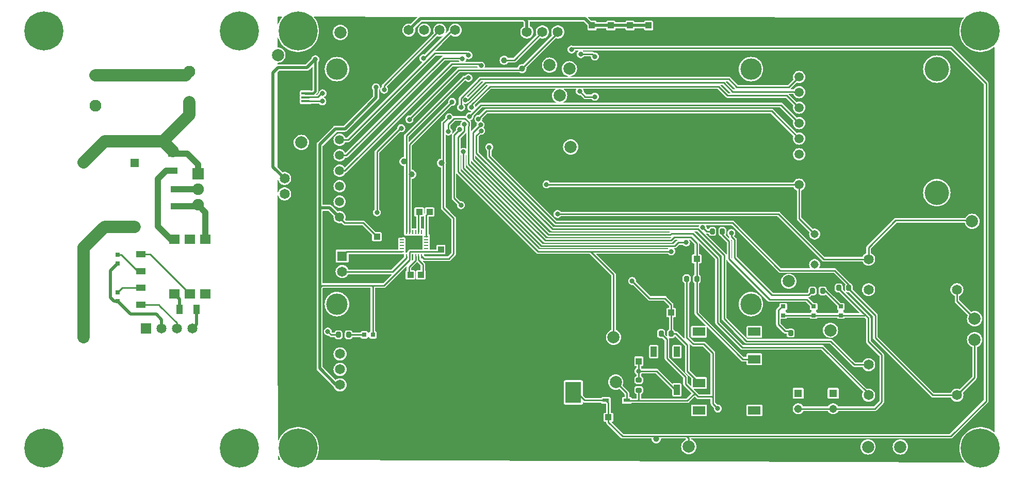
<source format=gbr>
%TF.GenerationSoftware,KiCad,Pcbnew,7.0.9*%
%TF.CreationDate,2024-01-04T23:56:04+08:00*%
%TF.ProjectId,stm32_timer_app,73746d33-325f-4746-996d-65725f617070,rev?*%
%TF.SameCoordinates,PX6a6e180PY6b00940*%
%TF.FileFunction,Copper,L1,Top*%
%TF.FilePolarity,Positive*%
%FSLAX46Y46*%
G04 Gerber Fmt 4.6, Leading zero omitted, Abs format (unit mm)*
G04 Created by KiCad (PCBNEW 7.0.9) date 2024-01-04 23:56:04*
%MOMM*%
%LPD*%
G01*
G04 APERTURE LIST*
G04 Aperture macros list*
%AMRoundRect*
0 Rectangle with rounded corners*
0 $1 Rounding radius*
0 $2 $3 $4 $5 $6 $7 $8 $9 X,Y pos of 4 corners*
0 Add a 4 corners polygon primitive as box body*
4,1,4,$2,$3,$4,$5,$6,$7,$8,$9,$2,$3,0*
0 Add four circle primitives for the rounded corners*
1,1,$1+$1,$2,$3*
1,1,$1+$1,$4,$5*
1,1,$1+$1,$6,$7*
1,1,$1+$1,$8,$9*
0 Add four rect primitives between the rounded corners*
20,1,$1+$1,$2,$3,$4,$5,0*
20,1,$1+$1,$4,$5,$6,$7,0*
20,1,$1+$1,$6,$7,$8,$9,0*
20,1,$1+$1,$8,$9,$2,$3,0*%
G04 Aperture macros list end*
%TA.AperFunction,SMDPad,CuDef*%
%ADD10R,0.711200X0.254000*%
%TD*%
%TA.AperFunction,SMDPad,CuDef*%
%ADD11R,0.254000X0.711200*%
%TD*%
%TA.AperFunction,SMDPad,CuDef*%
%ADD12R,1.600200X1.117600*%
%TD*%
%TA.AperFunction,SMDPad,CuDef*%
%ADD13R,1.117600X1.600200*%
%TD*%
%TA.AperFunction,ComponentPad*%
%ADD14R,1.549400X1.549400*%
%TD*%
%TA.AperFunction,ComponentPad*%
%ADD15C,1.549400*%
%TD*%
%TA.AperFunction,SMDPad,CuDef*%
%ADD16R,0.711200X0.660400*%
%TD*%
%TA.AperFunction,SMDPad,CuDef*%
%ADD17R,0.660400X0.711200*%
%TD*%
%TA.AperFunction,ComponentPad*%
%ADD18R,1.650000X1.650000*%
%TD*%
%TA.AperFunction,ComponentPad*%
%ADD19C,1.650000*%
%TD*%
%TA.AperFunction,ComponentPad*%
%ADD20R,1.651000X1.651000*%
%TD*%
%TA.AperFunction,ComponentPad*%
%ADD21C,1.651000*%
%TD*%
%TA.AperFunction,SMDPad,CuDef*%
%ADD22R,1.111200X0.600800*%
%TD*%
%TA.AperFunction,ComponentPad*%
%ADD23R,1.422400X1.422400*%
%TD*%
%TA.AperFunction,ComponentPad*%
%ADD24C,1.422400*%
%TD*%
%TA.AperFunction,SMDPad,CuDef*%
%ADD25R,2.600000X3.500000*%
%TD*%
%TA.AperFunction,ComponentPad*%
%ADD26C,6.400000*%
%TD*%
%TA.AperFunction,SMDPad,CuDef*%
%ADD27C,1.000000*%
%TD*%
%TA.AperFunction,ComponentPad*%
%ADD28C,2.000000*%
%TD*%
%TA.AperFunction,SMDPad,CuDef*%
%ADD29RoundRect,0.200000X0.200000X0.275000X-0.200000X0.275000X-0.200000X-0.275000X0.200000X-0.275000X0*%
%TD*%
%TA.AperFunction,SMDPad,CuDef*%
%ADD30R,1.100000X1.000000*%
%TD*%
%TA.AperFunction,SMDPad,CuDef*%
%ADD31R,1.000000X1.100000*%
%TD*%
%TA.AperFunction,SMDPad,CuDef*%
%ADD32R,1.000000X1.700000*%
%TD*%
%TA.AperFunction,SMDPad,CuDef*%
%ADD33RoundRect,0.200000X-0.200000X-0.275000X0.200000X-0.275000X0.200000X0.275000X-0.200000X0.275000X0*%
%TD*%
%TA.AperFunction,ComponentPad*%
%ADD34C,1.308000*%
%TD*%
%TA.AperFunction,ComponentPad*%
%ADD35C,3.500000*%
%TD*%
%TA.AperFunction,ComponentPad*%
%ADD36R,1.508000X1.508000*%
%TD*%
%TA.AperFunction,ComponentPad*%
%ADD37C,1.508000*%
%TD*%
%TA.AperFunction,SMDPad,CuDef*%
%ADD38R,1.380000X0.450000*%
%TD*%
%TA.AperFunction,ComponentPad*%
%ADD39O,2.416000X1.208000*%
%TD*%
%TA.AperFunction,SMDPad,CuDef*%
%ADD40R,2.100000X1.475000*%
%TD*%
%TA.AperFunction,SMDPad,CuDef*%
%ADD41R,1.900000X1.375000*%
%TD*%
%TA.AperFunction,ComponentPad*%
%ADD42C,1.950000*%
%TD*%
%TA.AperFunction,ComponentPad*%
%ADD43O,6.000000X3.000000*%
%TD*%
%TA.AperFunction,SMDPad,CuDef*%
%ADD44RoundRect,0.200000X-0.275000X0.200000X-0.275000X-0.200000X0.275000X-0.200000X0.275000X0.200000X0*%
%TD*%
%TA.AperFunction,SMDPad,CuDef*%
%ADD45R,1.780000X1.520000*%
%TD*%
%TA.AperFunction,SMDPad,CuDef*%
%ADD46R,2.100000X1.400000*%
%TD*%
%TA.AperFunction,ComponentPad*%
%ADD47C,1.910000*%
%TD*%
%TA.AperFunction,ComponentPad*%
%ADD48R,1.910000X1.910000*%
%TD*%
%TA.AperFunction,ComponentPad*%
%ADD49R,1.308000X1.308000*%
%TD*%
%TA.AperFunction,ComponentPad*%
%ADD50C,4.000000*%
%TD*%
%TA.AperFunction,ViaPad*%
%ADD51C,0.800000*%
%TD*%
%TA.AperFunction,Conductor*%
%ADD52C,0.500000*%
%TD*%
%TA.AperFunction,Conductor*%
%ADD53C,0.250000*%
%TD*%
%TA.AperFunction,Conductor*%
%ADD54C,1.000000*%
%TD*%
%TA.AperFunction,Conductor*%
%ADD55C,0.400000*%
%TD*%
%TA.AperFunction,Conductor*%
%ADD56C,2.000000*%
%TD*%
G04 APERTURE END LIST*
D10*
%TO.P,U8,1,CLKIN*%
%TO.N,GND*%
X62556100Y38550000D03*
%TO.P,U8,2,NC*%
%TO.N,unconnected-(U8-NC-Pad2)*%
X62556100Y38050001D03*
%TO.P,U8,3,NC*%
%TO.N,unconnected-(U8-NC-Pad3)*%
X62556100Y37550000D03*
%TO.P,U8,4,NC*%
%TO.N,unconnected-(U8-NC-Pad4)*%
X62556100Y37050000D03*
%TO.P,U8,5,NC*%
%TO.N,unconnected-(U8-NC-Pad5)*%
X62556100Y36549999D03*
%TO.P,U8,6,AUX_DA*%
%TO.N,/AUX_DA*%
X62556100Y36050000D03*
D11*
%TO.P,U8,7,AUX_CL*%
%TO.N,/AUX_CL*%
X63300000Y35306100D03*
%TO.P,U8,8,VLOGIC*%
%TO.N,/+3.3V*%
X63799999Y35306100D03*
%TO.P,U8,9,AD0*%
%TO.N,GND*%
X64300000Y35306100D03*
%TO.P,U8,10,REGOUT*%
%TO.N,Net-(U8-REGOUT)*%
X64800000Y35306100D03*
%TO.P,U8,11,FSYNC*%
%TO.N,Net-(U8-FSYNC)*%
X65300001Y35306100D03*
%TO.P,U8,12,INT*%
%TO.N,/PA8*%
X65800000Y35306100D03*
D10*
%TO.P,U8,13,VDD*%
%TO.N,/+3.3V*%
X66543900Y36050000D03*
%TO.P,U8,14,NC*%
%TO.N,unconnected-(U8-NC-Pad14)*%
X66543900Y36549999D03*
%TO.P,U8,15,NC*%
%TO.N,unconnected-(U8-NC-Pad15)*%
X66543900Y37050000D03*
%TO.P,U8,16,NC*%
%TO.N,unconnected-(U8-NC-Pad16)*%
X66543900Y37550000D03*
%TO.P,U8,17,NC*%
%TO.N,unconnected-(U8-NC-Pad17)*%
X66543900Y38050001D03*
%TO.P,U8,18,GND*%
%TO.N,Net-(U8-GND)*%
X66543900Y38550000D03*
D11*
%TO.P,U8,19,RESV*%
%TO.N,unconnected-(U8-RESV-Pad19)*%
X65800000Y39293900D03*
%TO.P,U8,20,CPOUT*%
%TO.N,Net-(U8-CPOUT)*%
X65300001Y39293900D03*
%TO.P,U8,21,RESV*%
%TO.N,unconnected-(U8-RESV-Pad21)*%
X64800000Y39293900D03*
%TO.P,U8,22,RESV*%
%TO.N,unconnected-(U8-RESV-Pad22)*%
X64300000Y39293900D03*
%TO.P,U8,23,SCL*%
%TO.N,/PA15*%
X63799999Y39293900D03*
%TO.P,U8,24,SDA*%
%TO.N,/PB7*%
X63300000Y39293900D03*
%TD*%
D12*
%TO.P,R20,1*%
%TO.N,GND*%
X19700000Y35644000D03*
%TO.P,R20,2*%
%TO.N,Net-(LED4-Pad1)*%
X19700000Y32850000D03*
%TD*%
%TO.P,R9,1*%
%TO.N,/LED*%
X19750000Y27353000D03*
%TO.P,R9,2*%
%TO.N,Net-(LED3-Pad1)*%
X19750000Y30147000D03*
%TD*%
D13*
%TO.P,R8,1*%
%TO.N,Net-(R8-Pad1)*%
X26056000Y26600000D03*
%TO.P,R8,2*%
%TO.N,Net-(J2-Pad4)*%
X28850000Y26600000D03*
%TD*%
D12*
%TO.P,R7,1*%
%TO.N,Net-(D1-Pad1)*%
X25000000Y52150000D03*
%TO.P,R7,2*%
%TO.N,Net-(R7-Pad2)*%
X25000000Y49356000D03*
%TD*%
D14*
%TO.P,R5,1*%
%TO.N,Net-(C5-Pad2)*%
X10300000Y21968100D03*
D15*
%TO.P,R5,2*%
%TO.N,Net-(D1-Pad1)*%
X10300000Y50670100D03*
%TD*%
D12*
%TO.P,R2,1*%
%TO.N,Net-(D1-Pad3)*%
X25400000Y43506000D03*
%TO.P,R2,2*%
%TO.N,Net-(C5-Pad1)*%
X25400000Y46300000D03*
%TD*%
D16*
%TO.P,LED4,1,1*%
%TO.N,Net-(LED4-Pad1)*%
X15900000Y35550000D03*
%TO.P,LED4,2,2*%
%TO.N,/+3.3VT*%
X15900000Y34102200D03*
%TD*%
%TO.P,LED3,1,1*%
%TO.N,Net-(LED3-Pad1)*%
X15900000Y29348900D03*
%TO.P,LED3,2,2*%
%TO.N,/+3.3VT*%
X15900000Y27901100D03*
%TD*%
D17*
%TO.P,LED2,1,1*%
%TO.N,Net-(LED2-Pad1)*%
X56352200Y22400000D03*
%TO.P,LED2,2,2*%
%TO.N,/+3.3V*%
X57800000Y22400000D03*
%TD*%
D16*
%TO.P,LED1,1,1*%
%TO.N,Net-(LED1-Pad1)*%
X134600000Y27050000D03*
%TO.P,LED1,2,2*%
%TO.N,/+3.3V*%
X134600000Y25602200D03*
%TD*%
D18*
%TO.P,J9,1,1*%
%TO.N,GND*%
X73850000Y72450000D03*
D19*
%TO.P,J9,2,2*%
%TO.N,/SWDCLK*%
X71310000Y72450000D03*
%TO.P,J9,3,3*%
%TO.N,/SWDIO*%
X68770000Y72450000D03*
%TO.P,J9,4,4*%
%TO.N,/PB3*%
X66230000Y72450000D03*
%TO.P,J9,5,5*%
%TO.N,/+3.3V*%
X63690000Y72450000D03*
%TD*%
D18*
%TO.P,J8,1,1*%
%TO.N,GND*%
X80530000Y72125000D03*
D19*
%TO.P,J8,2,2*%
%TO.N,/+3.3V*%
X83070000Y72125000D03*
%TO.P,J8,3,3*%
%TO.N,/PB10*%
X85610000Y72125000D03*
%TO.P,J8,4,4*%
%TO.N,/PA9*%
X88150000Y72125000D03*
%TD*%
D20*
%TO.P,J2,1,1*%
%TO.N,GND*%
X20580000Y23479400D03*
D21*
%TO.P,J2,2,2*%
%TO.N,/+3.3VT*%
X23120000Y23479400D03*
%TO.P,J2,3,3*%
%TO.N,/LED*%
X25660000Y23479400D03*
%TO.P,J2,4,4*%
%TO.N,Net-(J2-Pad4)*%
X28200000Y23479400D03*
%TD*%
D22*
%TO.P,CR2,1*%
%TO.N,/VBAT*%
X96025000Y11650000D03*
%TO.P,CR2,2*%
%TO.N,/+3.3V*%
X99475000Y11650000D03*
%TD*%
D23*
%TO.P,C5,1*%
%TO.N,Net-(C5-Pad1)*%
X18700000Y50645600D03*
D24*
%TO.P,C5,2*%
%TO.N,Net-(C5-Pad2)*%
X18700000Y40145600D03*
%TD*%
D25*
%TO.P,U6,1,+*%
%TO.N,/VBAT*%
X90700000Y12950000D03*
%TO.P,U6,2,-*%
%TO.N,GND*%
X61300000Y12950000D03*
%TD*%
D26*
%TO.P,REF\u002A\u002A,1*%
%TO.N,N/C*%
X157500000Y3800000D03*
%TD*%
D27*
%TO.P,REF\u002A\u002A,1*%
%TO.N,/PA15*%
X64150000Y48750000D03*
%TD*%
D28*
%TO.P,TP1,1,1*%
%TO.N,/+5V*%
X52450000Y72050000D03*
%TD*%
D29*
%TO.P,R11,1*%
%TO.N,GND*%
X128000000Y22700000D03*
%TO.P,R11,2*%
%TO.N,Net-(LED6-Pad1)*%
X126350000Y22700000D03*
%TD*%
D30*
%TO.P,C21,1*%
%TO.N,/VBAT*%
X96450000Y8850000D03*
%TO.P,C21,2*%
%TO.N,GND*%
X98150000Y8850000D03*
%TD*%
D28*
%TO.P,TP13,1,1*%
%TO.N,/OSCOUT*%
X90250000Y53250000D03*
%TD*%
%TO.P,TP2,1,1*%
%TO.N,/PA12*%
X42200000Y68350000D03*
%TD*%
D30*
%TO.P,C19,1*%
%TO.N,/PA2*%
X106750000Y26050000D03*
%TO.P,C19,2*%
%TO.N,GND*%
X105050000Y26050000D03*
%TD*%
D31*
%TO.P,C3,1*%
%TO.N,/+3.3V*%
X103050000Y73200000D03*
%TO.P,C3,2*%
%TO.N,GND*%
X103050000Y71500000D03*
%TD*%
%TO.P,C9,1*%
%TO.N,/+3.3V*%
X93750000Y73200000D03*
%TO.P,C9,2*%
%TO.N,GND*%
X93750000Y71500000D03*
%TD*%
D32*
%TO.P,S4,1,1*%
%TO.N,unconnected-(S4-Pad1)*%
X103900000Y19650000D03*
%TO.P,S4,2,2*%
%TO.N,GND*%
X103900000Y13350000D03*
%TO.P,S4,3,3*%
%TO.N,unconnected-(S4-Pad3)*%
X107700000Y19650000D03*
%TO.P,S4,4,4*%
%TO.N,/RESET*%
X107700000Y13350000D03*
%TD*%
D30*
%TO.P,C24,1*%
%TO.N,Net-(U8-CPOUT)*%
X65400000Y42600000D03*
%TO.P,C24,2*%
%TO.N,Net-(U8-GND)*%
X67100000Y42600000D03*
%TD*%
D28*
%TO.P,TP15,1,1*%
%TO.N,/PC15*%
X90050000Y66100000D03*
%TD*%
D33*
%TO.P,R10,1*%
%TO.N,/PC13*%
X113500000Y39400000D03*
%TO.P,R10,2*%
%TO.N,Net-(LED5-Pad1)*%
X115150000Y39400000D03*
%TD*%
D30*
%TO.P,C22,1*%
%TO.N,GND*%
X60150000Y38550000D03*
%TO.P,C22,2*%
%TO.N,/+3.3V*%
X58450000Y38550000D03*
%TD*%
D34*
%TO.P,LS1,N*%
%TO.N,Net-(U5-C)*%
X130288500Y33950000D03*
%TO.P,LS1,P*%
%TO.N,/+3.3V*%
X130288500Y38950000D03*
%TD*%
D28*
%TO.P,TP16,1,1*%
%TO.N,/PC14*%
X86800000Y66700000D03*
%TD*%
%TO.P,TP4,1,1*%
%TO.N,/PB1*%
X97300000Y22000000D03*
%TD*%
D18*
%TO.P,J10,1,1*%
%TO.N,GND*%
X43300000Y43000000D03*
D19*
%TO.P,J10,2,2*%
%TO.N,/PA10*%
X43300000Y45540000D03*
%TO.P,J10,3,3*%
%TO.N,/+5V*%
X43300000Y48080000D03*
%TD*%
D35*
%TO.P,DS1,*%
%TO.N,*%
X51892000Y66038500D03*
X51892000Y27438500D03*
X119850000Y66038500D03*
X119850000Y27438500D03*
D36*
%TO.P,DS1,1,GND*%
%TO.N,GND*%
X52336800Y39186300D03*
D37*
%TO.P,DS1,2,VCC*%
%TO.N,/+3.3V*%
X52336800Y41726300D03*
%TO.P,DS1,3,SCK*%
%TO.N,/PA5*%
X52336800Y44266300D03*
%TO.P,DS1,4,SDA*%
%TO.N,/PA7*%
X52336800Y46806300D03*
%TO.P,DS1,5,RES*%
%TO.N,/PB8*%
X52336800Y49346300D03*
%TO.P,DS1,6,DC*%
%TO.N,/PB5*%
X52336800Y51886300D03*
%TO.P,DS1,7,CS*%
%TO.N,/PB6*%
X52336800Y54426300D03*
%TD*%
D26*
%TO.P,REF\u002A\u002A,1*%
%TO.N,N/C*%
X45500000Y3800000D03*
%TD*%
D28*
%TO.P,TP21,1,1*%
%TO.N,/PA3*%
X156550000Y21600000D03*
%TD*%
D31*
%TO.P,C25,1*%
%TO.N,/+3.3V*%
X68950000Y36400000D03*
%TO.P,C25,2*%
%TO.N,GND*%
X68950000Y38100000D03*
%TD*%
D38*
%TO.P,J7,1,G*%
%TO.N,GND*%
X46760000Y59462500D03*
%TO.P,J7,2,ID*%
X46760000Y60112500D03*
%TO.P,J7,3,D+*%
%TO.N,Net-(J7-D+)*%
X46760000Y60762500D03*
%TO.P,J7,4,D-*%
%TO.N,Net-(J7-D-)*%
X46760000Y61412500D03*
%TO.P,J7,5,Vbus*%
%TO.N,/+5V*%
X46760000Y62062500D03*
D39*
%TO.P,J7,SH1,SHIELD*%
%TO.N,GND*%
X44100000Y64712500D03*
D40*
%TO.P,J7,SH2,SHIELD*%
X46400000Y63225000D03*
D41*
%TO.P,J7,SH3,SHIELD*%
X44100000Y61700000D03*
%TO.P,J7,SH4,SHIELD*%
X44100000Y59825000D03*
D40*
%TO.P,J7,SH5,SHIELD*%
X46400000Y58300000D03*
D39*
%TO.P,J7,SH6,SHIELD*%
X44100000Y56812500D03*
%TD*%
D42*
%TO.P,J1,1*%
%TO.N,Net-(D1-Pad1)*%
X27700000Y60600000D03*
%TO.P,J1,2*%
%TO.N,Net-(J1-Pad2)*%
X27700000Y65600000D03*
%TD*%
D18*
%TO.P,MT2,1*%
%TO.N,GND*%
X153650000Y34818500D03*
D19*
%TO.P,MT2,2*%
%TO.N,/PB0*%
X153650000Y29818500D03*
%TO.P,MT2,A,A*%
%TO.N,/PA4*%
X139150000Y34818500D03*
%TO.P,MT2,B,B*%
%TO.N,/PB4*%
X139150000Y29818500D03*
%TO.P,MT2,COM,COM*%
%TO.N,GND*%
X139150000Y32318500D03*
D43*
%TO.P,MT2,S1,SHIELD*%
X146650000Y38018500D03*
%TO.P,MT2,S2,SHIELD*%
X146650000Y26618500D03*
%TD*%
D30*
%TO.P,C23,1*%
%TO.N,Net-(U8-REGOUT)*%
X63950000Y32250000D03*
%TO.P,C23,2*%
%TO.N,Net-(U8-FSYNC)*%
X65650000Y32250000D03*
%TD*%
D29*
%TO.P,R23,1*%
%TO.N,/PA2*%
X106750000Y22600000D03*
%TO.P,R23,2*%
%TO.N,/+3.3V*%
X105100000Y22600000D03*
%TD*%
D44*
%TO.P,R24,1*%
%TO.N,/RESET*%
X101450000Y14975000D03*
%TO.P,R24,2*%
%TO.N,/+3.3V*%
X101450000Y13325000D03*
%TD*%
D28*
%TO.P,TP5,1,1*%
%TO.N,Net-(U5-C)*%
X126050000Y31200000D03*
%TD*%
D31*
%TO.P,C4,1*%
%TO.N,/+3.3V*%
X100000000Y73200000D03*
%TO.P,C4,2*%
%TO.N,GND*%
X100000000Y71500000D03*
%TD*%
D29*
%TO.P,R22,1*%
%TO.N,/PA13*%
X110950000Y31600000D03*
%TO.P,R22,2*%
%TO.N,/+3.3V*%
X109300000Y31600000D03*
%TD*%
D27*
%TO.P,REF\u002A\u002A,1*%
%TO.N,/VBAT*%
X104300000Y5345250D03*
%TD*%
D31*
%TO.P,C15,1*%
%TO.N,/RESET*%
X101450000Y18050000D03*
%TO.P,C15,2*%
%TO.N,GND*%
X101450000Y19750000D03*
%TD*%
D26*
%TO.P,REF\u002A\u002A,1*%
%TO.N,N/C*%
X35900000Y3800000D03*
%TD*%
D45*
%TO.P,U1,1*%
%TO.N,Net-(R8-Pad1)*%
X25220000Y29100000D03*
%TO.P,U1,2*%
%TO.N,GND*%
X27760000Y29100000D03*
%TO.P,U1,3*%
%TO.N,unconnected-(U1-Pad3)*%
X30300000Y29100000D03*
%TO.P,U1,4*%
%TO.N,Net-(D1-Pad3)*%
X30300000Y38110000D03*
%TO.P,U1,5*%
%TO.N,unconnected-(U1-Pad5)*%
X27760000Y38110000D03*
%TO.P,U1,6*%
%TO.N,Net-(R7-Pad2)*%
X25220000Y38110000D03*
%TD*%
D27*
%TO.P,REF\u002A\u002A,1*%
%TO.N,/PB10*%
X79350000Y67500000D03*
%TD*%
D26*
%TO.P,REF\u002A\u002A,1*%
%TO.N,N/C*%
X35900000Y72300000D03*
%TD*%
D16*
%TO.P,LED6,1,1*%
%TO.N,Net-(LED6-Pad1)*%
X125150000Y27050000D03*
%TO.P,LED6,2,2*%
%TO.N,/+3.3V*%
X125150000Y25602200D03*
%TD*%
D28*
%TO.P,TP17,1,1*%
%TO.N,/+3.3V*%
X97650000Y14650000D03*
%TD*%
%TO.P,TP22,1,1*%
%TO.N,/PA4*%
X156150000Y41050000D03*
%TD*%
D26*
%TO.P,REF\u002A\u002A,1*%
%TO.N,N/C*%
X3800000Y72300000D03*
%TD*%
D46*
%TO.P,S5,*%
%TO.N,*%
X111287500Y22900000D03*
X120387500Y22900000D03*
%TO.P,S5,3*%
%TO.N,GND*%
X111287500Y18400000D03*
%TO.P,S5,4*%
%TO.N,/PA13*%
X120387500Y18400000D03*
%TD*%
D28*
%TO.P,TP8,1,1*%
%TO.N,/PB4*%
X132900000Y23150000D03*
%TD*%
%TO.P,TP19,1,1*%
%TO.N,/PA0*%
X139050000Y4000000D03*
%TD*%
D20*
%TO.P,J4,1,1*%
%TO.N,GND*%
X52400000Y11660000D03*
D21*
%TO.P,J4,2,2*%
%TO.N,/+3.3V*%
X52400000Y14200000D03*
%TO.P,J4,3,3*%
%TO.N,/PB14*%
X52400000Y16740000D03*
%TO.P,J4,4,4*%
%TO.N,/PB15*%
X52400000Y19280000D03*
%TD*%
D47*
%TO.P,D1,3*%
%TO.N,Net-(D1-Pad3)*%
X29075000Y43750000D03*
%TO.P,D1,2*%
%TO.N,Net-(C5-Pad1)*%
X29075000Y46300000D03*
D48*
%TO.P,D1,1*%
%TO.N,Net-(D1-Pad1)*%
X29075000Y48850000D03*
%TD*%
D42*
%TO.P,J3,1*%
%TO.N,Net-(J1-Pad2)*%
X12300000Y65000000D03*
%TO.P,J3,2*%
%TO.N,Net-(C5-Pad1)*%
X12300000Y60000000D03*
%TD*%
D28*
%TO.P,TP11,1,1*%
%TO.N,/VBAT*%
X109650000Y4050000D03*
%TD*%
D33*
%TO.P,R4,1*%
%TO.N,/PB12*%
X52150000Y22400000D03*
%TO.P,R4,2*%
%TO.N,Net-(LED2-Pad1)*%
X53800000Y22400000D03*
%TD*%
D28*
%TO.P,TP14,1,1*%
%TO.N,/OSCIN*%
X88450000Y61700000D03*
%TD*%
D18*
%TO.P,J5,A1,A1*%
%TO.N,/AUX_DA*%
X52750000Y35340000D03*
D19*
%TO.P,J5,A2,A2*%
%TO.N,/AUX_CL*%
X52750000Y32800000D03*
%TD*%
D33*
%TO.P,R6,1*%
%TO.N,/PB9*%
X129950000Y29600000D03*
%TO.P,R6,2*%
%TO.N,Net-(LED1-Pad1)*%
X131600000Y29600000D03*
%TD*%
D26*
%TO.P,REF\u002A\u002A,1*%
%TO.N,N/C*%
X3800000Y3800000D03*
%TD*%
D28*
%TO.P,TP25,1,1*%
%TO.N,/PA11*%
X46050000Y54000000D03*
%TD*%
D26*
%TO.P,REF\u002A\u002A,1*%
%TO.N,N/C*%
X45500000Y72300000D03*
%TD*%
D18*
%TO.P,MT1,1*%
%TO.N,GND*%
X153650000Y17500000D03*
D19*
%TO.P,MT1,2*%
%TO.N,/PA3*%
X153650000Y12500000D03*
%TO.P,MT1,A,A*%
%TO.N,/PA1*%
X139150000Y17500000D03*
%TO.P,MT1,B,B*%
%TO.N,/PA0*%
X139150000Y12500000D03*
%TO.P,MT1,COM,COM*%
%TO.N,GND*%
X139150000Y15000000D03*
D43*
%TO.P,MT1,S1,SHIELD*%
X146650000Y20700000D03*
%TO.P,MT1,S2,SHIELD*%
X146650000Y9300000D03*
%TD*%
D27*
%TO.P,REF\u002A\u002A,1*%
%TO.N,/PA9*%
X82250000Y66100000D03*
%TD*%
D49*
%TO.P,S7,1*%
%TO.N,Net-(R18-Pad1)*%
X133337500Y12800000D03*
D34*
%TO.P,S7,2*%
%TO.N,/+3.3V*%
X133337500Y10260000D03*
%TO.P,S7,3*%
%TO.N,GND*%
X133337500Y15340000D03*
%TD*%
D28*
%TO.P,TP20,1,1*%
%TO.N,/PA1*%
X144350000Y4000000D03*
%TD*%
D46*
%TO.P,S6,*%
%TO.N,*%
X120420500Y10000000D03*
X111320500Y10000000D03*
%TO.P,S6,3*%
%TO.N,GND*%
X120420500Y14500000D03*
%TO.P,S6,4*%
%TO.N,/PA2*%
X111320500Y14500000D03*
%TD*%
D28*
%TO.P,TP12,1,1*%
%TO.N,GND*%
X56300000Y5200000D03*
%TD*%
D49*
%TO.P,S8,1*%
%TO.N,Net-(R19-Pad1)*%
X127600000Y12800000D03*
D34*
%TO.P,S8,2*%
%TO.N,/+3.3V*%
X127600000Y10260000D03*
%TO.P,S8,3*%
%TO.N,GND*%
X127600000Y15340000D03*
%TD*%
D30*
%TO.P,C18,1*%
%TO.N,/PA13*%
X110950000Y34900000D03*
%TO.P,C18,2*%
%TO.N,GND*%
X109250000Y34900000D03*
%TD*%
D31*
%TO.P,C6,1*%
%TO.N,/+3.3V*%
X96850000Y73200000D03*
%TO.P,C6,2*%
%TO.N,GND*%
X96850000Y71500000D03*
%TD*%
D29*
%TO.P,R14,1*%
%TO.N,/PA3*%
X135900000Y30100000D03*
%TO.P,R14,2*%
%TO.N,/+3.3V*%
X134250000Y30100000D03*
%TD*%
D50*
%TO.P,U3,*%
%TO.N,*%
X150350000Y66038500D03*
X150350000Y45738500D03*
D37*
%TO.P,U3,1,VIN*%
%TO.N,/+3.3V*%
X127750000Y47038500D03*
D36*
%TO.P,U3,2,GND*%
%TO.N,GND*%
X127750000Y49538500D03*
D37*
%TO.P,U3,3,3V3*%
%TO.N,unconnected-(U3-3V3-Pad3)*%
X127750000Y52038500D03*
%TO.P,U3,4,CLK*%
%TO.N,/PA5*%
X127750000Y54624100D03*
%TO.P,U3,5,SDO*%
%TO.N,/PA7*%
X127750000Y57164100D03*
%TO.P,U3,6,SDI*%
%TO.N,/PA6*%
X127750000Y59704100D03*
%TO.P,U3,7,CS*%
%TO.N,/PB6*%
X127750000Y62244100D03*
%TO.P,U3,8,RDY*%
%TO.N,/PB11*%
X127750000Y64738500D03*
%TD*%
D27*
%TO.P,REF\u002A\u002A,1*%
%TO.N,/PB7*%
X62900000Y50850000D03*
%TD*%
%TO.P,REF\u002A\u002A,1*%
%TO.N,/PA8*%
X69050000Y50600000D03*
%TD*%
D26*
%TO.P,REF\u002A\u002A,1*%
%TO.N,N/C*%
X157500000Y72300000D03*
%TD*%
D16*
%TO.P,LED5,1,1*%
%TO.N,Net-(LED5-Pad1)*%
X130150000Y27050000D03*
%TO.P,LED5,2,2*%
%TO.N,/+3.3V*%
X130150000Y25602200D03*
%TD*%
D28*
%TO.P,TP23,1,1*%
%TO.N,/PB0*%
X156550000Y25050000D03*
%TD*%
D51*
%TO.N,/+5V*%
X48350000Y67650000D03*
%TO.N,/+3.3V*%
X86300000Y47100000D03*
X114400000Y10300000D03*
X58300000Y63050000D03*
%TO.N,/RESET*%
X101400000Y16450000D03*
%TO.N,/PA4*%
X88100000Y42250000D03*
%TO.N,/PA3*%
X76900000Y53200000D03*
%TO.N,Net-(J7-D+)*%
X49500000Y60750000D03*
%TO.N,/PA8*%
X70300000Y58150000D03*
%TO.N,Net-(J7-D-)*%
X49550000Y62050000D03*
%TO.N,/PA9*%
X63800000Y57774500D03*
%TO.N,/PA5*%
X75120756Y57859273D03*
%TO.N,/SWDIO*%
X59635000Y62650000D03*
%TO.N,/SWDCLK*%
X66087701Y67812299D03*
%TO.N,/PB7*%
X73475000Y64586496D03*
%TO.N,/PA2*%
X100350000Y31250000D03*
%TO.N,/PB8*%
X75550000Y66600000D03*
%TO.N,/PB9*%
X116625000Y39125000D03*
X94224500Y68100000D03*
X91900000Y68500000D03*
%TO.N,/PA0*%
X75474455Y56896643D03*
%TO.N,/PA1*%
X75550000Y55900000D03*
%TO.N,/PB1*%
X106750000Y36100000D03*
X72800000Y57000000D03*
%TO.N,/PB11*%
X72275000Y59775000D03*
%TO.N,/PB0*%
X109200000Y37574500D03*
X72650000Y52450000D03*
%TO.N,/PA6*%
X73962299Y59787701D03*
%TO.N,/PA7*%
X73675500Y58278977D03*
%TO.N,/PB14*%
X58450000Y42500000D03*
X62450000Y56325500D03*
%TO.N,/PC13*%
X111900000Y40050000D03*
X94224500Y61500000D03*
X91750000Y62400000D03*
%TO.N,/BOOT1*%
X72074500Y56142514D03*
X72250000Y43700000D03*
%TO.N,/PB5*%
X72474500Y67737701D03*
%TO.N,/PB6*%
X73512750Y68312750D03*
X73000000Y60950000D03*
%TO.N,/VBAT*%
X90400000Y69250000D03*
%TO.N,/PA13*%
X70175500Y55800000D03*
%TO.N,/PA15*%
X70800000Y60650000D03*
%TO.N,/PB12*%
X50400000Y22950000D03*
%TD*%
D52*
%TO.N,/+5V*%
X41400000Y65450000D02*
X41400000Y49980000D01*
X42250000Y66300000D02*
X41400000Y65450000D01*
X41400000Y49980000D02*
X43300000Y48080000D01*
X47000000Y66300000D02*
X42250000Y66300000D01*
X48350000Y67650000D02*
X47000000Y66300000D01*
D53*
%TO.N,/PB10*%
X80985000Y67500000D02*
X85610000Y72125000D01*
X79350000Y67500000D02*
X80985000Y67500000D01*
D54*
%TO.N,Net-(D1-Pad1)*%
X29075000Y50375000D02*
X29075000Y48850000D01*
X25775000Y52150000D02*
X27300000Y52150000D01*
X27300000Y52150000D02*
X29075000Y50375000D01*
%TO.N,Net-(C5-Pad1)*%
X28925000Y46150000D02*
X29075000Y46300000D01*
X25400000Y46300000D02*
X29075000Y46300000D01*
D55*
%TO.N,/+5V*%
X48012500Y62062500D02*
X48350000Y62400000D01*
X47700000Y62062500D02*
X48012500Y62062500D01*
X48350000Y62400000D02*
X48350000Y62712500D01*
X48350000Y62712500D02*
X48350000Y67650000D01*
X46760000Y62062500D02*
X47700000Y62062500D01*
D53*
%TO.N,/+3.3V*%
X58450000Y38550000D02*
X56200000Y40800000D01*
X113600000Y12350000D02*
X113600000Y11100000D01*
X110350000Y20900000D02*
X112100000Y20900000D01*
X57800000Y22400000D02*
X57800000Y30300000D01*
X134250000Y30100000D02*
X134250000Y30000000D01*
D52*
X50713100Y43250000D02*
X49050000Y43250000D01*
D53*
X99475000Y11650000D02*
X99475000Y12825000D01*
X99475000Y12825000D02*
X97650000Y14650000D01*
X141300000Y19100000D02*
X141300000Y11400000D01*
X139100000Y25150000D02*
X139100000Y21300000D01*
X68600000Y36050000D02*
X68950000Y36400000D01*
D52*
X103050000Y73200000D02*
X100000000Y73200000D01*
X52236800Y41726300D02*
X50713100Y43250000D01*
D53*
X63911300Y36050000D02*
X66543900Y36050000D01*
X101250000Y11600000D02*
X109400000Y11600000D01*
D52*
X58300000Y61350000D02*
X53200000Y56250000D01*
D53*
X66543900Y36050000D02*
X68600000Y36050000D01*
X112100000Y20900000D02*
X113600000Y19400000D01*
X86300000Y47100000D02*
X86361500Y47038500D01*
X106050000Y21650000D02*
X106050000Y18550000D01*
X63799999Y34673499D02*
X59626500Y30500000D01*
X127750000Y41488500D02*
X130288500Y38950000D01*
X113600000Y12050000D02*
X113600000Y11100000D01*
X63799999Y35306100D02*
X63799999Y35938699D01*
X53163100Y40800000D02*
X52236800Y41726300D01*
X49400000Y30500000D02*
X49050000Y30150000D01*
X113600000Y11100000D02*
X114400000Y10300000D01*
D52*
X93750000Y73200000D02*
X96850000Y73200000D01*
D53*
X109300000Y21950000D02*
X110350000Y20900000D01*
X109100000Y14320500D02*
X111170500Y12250000D01*
X130150000Y25602200D02*
X134600000Y25602200D01*
X101450000Y11800000D02*
X101450000Y13325000D01*
X57600000Y30500000D02*
X49400000Y30500000D01*
X105100000Y22600000D02*
X106050000Y21650000D01*
X63799999Y35938699D02*
X63911300Y36050000D01*
X140160000Y10260000D02*
X133337500Y10260000D01*
X109400000Y11600000D02*
X110450000Y12650000D01*
D52*
X51650000Y56250000D02*
X49050000Y53650000D01*
X92600000Y74350000D02*
X82650000Y74350000D01*
D53*
X99475000Y11650000D02*
X99525000Y11600000D01*
X113400000Y12250000D02*
X113600000Y12050000D01*
X86361500Y47038500D02*
X127750000Y47038500D01*
X63799999Y35306100D02*
X63799999Y34673499D01*
X110450000Y12650000D02*
X110770500Y12650000D01*
X110770500Y12650000D02*
X111170500Y12250000D01*
X56200000Y40800000D02*
X53163100Y40800000D01*
X138452200Y25602200D02*
X138550000Y25700000D01*
D52*
X49050000Y53650000D02*
X49050000Y30150000D01*
D53*
X127600000Y10260000D02*
X133337500Y10260000D01*
D52*
X49050000Y30150000D02*
X49050000Y16900000D01*
X49050000Y16900000D02*
X51750000Y14200000D01*
D53*
X57800000Y30300000D02*
X57600000Y30500000D01*
D52*
X53200000Y56250000D02*
X51650000Y56250000D01*
D53*
X109300000Y31600000D02*
X109300000Y21950000D01*
X138550000Y25700000D02*
X139100000Y25150000D01*
X130150000Y25602200D02*
X125150000Y25602200D01*
X109100000Y15500000D02*
X109100000Y14320500D01*
X141300000Y11400000D02*
X140160000Y10260000D01*
X127750000Y47038500D02*
X127750000Y41488500D01*
X134250000Y30000000D02*
X138325000Y25925000D01*
X106050000Y18550000D02*
X109100000Y15500000D01*
D52*
X83070000Y72125000D02*
X83070000Y73930000D01*
X58300000Y63050000D02*
X58300000Y61350000D01*
D53*
X138325000Y25925000D02*
X138550000Y25700000D01*
X113600000Y19400000D02*
X113600000Y12350000D01*
D52*
X93750000Y73200000D02*
X92600000Y74350000D01*
X100000000Y73200000D02*
X96850000Y73200000D01*
D53*
X101250000Y11600000D02*
X101450000Y11800000D01*
X134600000Y25602200D02*
X138452200Y25602200D01*
D52*
X51750000Y14200000D02*
X52400000Y14200000D01*
D53*
X139100000Y21300000D02*
X141300000Y19100000D01*
D52*
X82650000Y74350000D02*
X65590000Y74350000D01*
X83070000Y73930000D02*
X82650000Y74350000D01*
D53*
X99525000Y11600000D02*
X101250000Y11600000D01*
X111170500Y12250000D02*
X113400000Y12250000D01*
D52*
X65590000Y74350000D02*
X63690000Y72450000D01*
D53*
X59626500Y30500000D02*
X57600000Y30500000D01*
D56*
%TO.N,Net-(C5-Pad2)*%
X10300000Y21968100D02*
X10300000Y36700000D01*
X10300000Y36700000D02*
X13745600Y40145600D01*
X13745600Y40145600D02*
X18700000Y40145600D01*
D53*
%TO.N,/RESET*%
X104350000Y16450000D02*
X107500000Y13300000D01*
X101450000Y18050000D02*
X101450000Y14975000D01*
X101400000Y16450000D02*
X104350000Y16450000D01*
D56*
%TO.N,Net-(J1-Pad2)*%
X12300000Y65000000D02*
X27100000Y65000000D01*
D54*
X27100000Y65000000D02*
X27700000Y65600000D01*
D52*
%TO.N,/+3.3VT*%
X22250000Y25800000D02*
X23120000Y24930000D01*
X23120000Y24930000D02*
X23120000Y23479400D01*
X18001100Y25800000D02*
X22250000Y25800000D01*
X14700000Y28495500D02*
X15294400Y27901100D01*
X14700000Y32902200D02*
X14700000Y28495500D01*
X15294400Y27901100D02*
X15900000Y27901100D01*
X15900000Y27901100D02*
X18001100Y25800000D01*
X15900000Y34102200D02*
X14700000Y32902200D01*
D53*
%TO.N,/PA4*%
X124350000Y42250000D02*
X131781500Y34818500D01*
X143600000Y41200000D02*
X156000000Y41200000D01*
X131781500Y34818500D02*
X139150000Y34818500D01*
X139150000Y36750000D02*
X143600000Y41200000D01*
X139150000Y34818500D02*
X139150000Y36750000D01*
X88100000Y42250000D02*
X124350000Y42250000D01*
X156000000Y41200000D02*
X156150000Y41050000D01*
D52*
%TO.N,Net-(J2-Pad4)*%
X28850000Y26600000D02*
X28850000Y24129400D01*
X28850000Y24129400D02*
X28200000Y23479400D01*
D53*
X27900000Y23779400D02*
X28200000Y23479400D01*
%TO.N,/PA3*%
X87825000Y40775000D02*
X76900000Y51700000D01*
X140250000Y25600000D02*
X135900000Y29950000D01*
X124629000Y32971000D02*
X116825000Y40775000D01*
X156550000Y15400000D02*
X156550000Y21600000D01*
X76900000Y51700000D02*
X76900000Y53200000D01*
X140250000Y21950000D02*
X140250000Y25600000D01*
X135900000Y30650000D02*
X133579000Y32971000D01*
X149700000Y12500000D02*
X140250000Y21950000D01*
X153650000Y12500000D02*
X149700000Y12500000D01*
X153650000Y12500000D02*
X156550000Y15400000D01*
X135900000Y30100000D02*
X135900000Y30650000D01*
X135900000Y29950000D02*
X135900000Y30100000D01*
X116825000Y40775000D02*
X87825000Y40775000D01*
X133579000Y32971000D02*
X124629000Y32971000D01*
%TO.N,Net-(J7-D+)*%
X49500000Y60750000D02*
X49487500Y60762500D01*
X46772500Y60750000D02*
X46760000Y60762500D01*
X49487500Y60762500D02*
X46760000Y60762500D01*
%TO.N,/PA8*%
X69350000Y43250000D02*
X69350000Y57200000D01*
X70250000Y34900000D02*
X71050000Y35700000D01*
X65800000Y35306100D02*
X66206100Y34900000D01*
X69350000Y57200000D02*
X70300000Y58150000D01*
X71050000Y41550000D02*
X69350000Y43250000D01*
X66206100Y34900000D02*
X70250000Y34900000D01*
X71050000Y35700000D02*
X71050000Y41550000D01*
%TO.N,Net-(J7-D-)*%
X49323339Y62050000D02*
X48723339Y61450000D01*
X49550000Y62050000D02*
X49323339Y62050000D01*
X48723339Y61450000D02*
X46797500Y61450000D01*
X46797500Y61450000D02*
X46760000Y61412500D01*
%TO.N,Net-(LED5-Pad1)*%
X116250000Y37750000D02*
X115150000Y38850000D01*
X122900000Y28200000D02*
X116250000Y34850000D01*
X130150000Y27050000D02*
X129000000Y28200000D01*
X115150000Y38850000D02*
X115150000Y39400000D01*
X116250000Y34850000D02*
X116250000Y37750000D01*
X129000000Y28200000D02*
X122900000Y28200000D01*
%TO.N,/PA9*%
X63800000Y57774500D02*
X63800000Y57800000D01*
X88150000Y72000000D02*
X88150000Y72125000D01*
X82025000Y65875000D02*
X88150000Y72000000D01*
X71875000Y65875000D02*
X82025000Y65875000D01*
X63800000Y57800000D02*
X71875000Y65875000D01*
%TO.N,Net-(LED6-Pad1)*%
X124960522Y27050000D02*
X125150000Y27050000D01*
X124350000Y24100000D02*
X124350000Y26439478D01*
X126350000Y23000000D02*
X125450000Y23000000D01*
X124350000Y26439478D02*
X124960522Y27050000D01*
X125450000Y23000000D02*
X124350000Y24100000D01*
%TO.N,Net-(LED1-Pad1)*%
X132050000Y29600000D02*
X131600000Y29600000D01*
X134600000Y27050000D02*
X132050000Y29600000D01*
%TO.N,/PA5*%
X75120756Y57859273D02*
X76411483Y59150000D01*
X76411483Y59150000D02*
X123224100Y59150000D01*
X123224100Y59150000D02*
X127750000Y54624100D01*
%TO.N,/LED*%
X25660000Y23479400D02*
X25660000Y24340000D01*
X22647000Y27353000D02*
X22875000Y27125000D01*
X19750000Y27353000D02*
X22647000Y27353000D01*
X25660000Y24340000D02*
X22875000Y27125000D01*
%TO.N,/SWDIO*%
X59635000Y63315000D02*
X68770000Y72450000D01*
X59635000Y62650000D02*
X59635000Y63315000D01*
%TO.N,/SWDCLK*%
X66187799Y67812299D02*
X70825500Y72450000D01*
X70825500Y72450000D02*
X71310000Y72450000D01*
X66087701Y67812299D02*
X66187799Y67812299D01*
%TO.N,/PB7*%
X73475000Y64586496D02*
X72786496Y64586496D01*
X72786496Y64586496D02*
X63300000Y55100000D01*
X63300000Y55100000D02*
X63300000Y39293900D01*
%TO.N,Net-(LED3-Pad1)*%
X16698100Y30147000D02*
X19750000Y30147000D01*
X15900000Y29348900D02*
X16698100Y30147000D01*
%TO.N,Net-(LED4-Pad1)*%
X19205600Y32850000D02*
X19700000Y32850000D01*
X15900000Y35550000D02*
X16505600Y35550000D01*
X16505600Y35550000D02*
X19205600Y32850000D01*
%TO.N,/PA2*%
X100350000Y31250000D02*
X103200000Y28400000D01*
X106750000Y27350000D02*
X106750000Y26050000D01*
X106750000Y26050000D02*
X106750000Y22600000D01*
X107550000Y22600000D02*
X109400000Y20750000D01*
X109400000Y16420500D02*
X111320500Y14500000D01*
X105700000Y28400000D02*
X106750000Y27350000D01*
X103200000Y28400000D02*
X105700000Y28400000D01*
X106750000Y22600000D02*
X107550000Y22600000D01*
X109400000Y20750000D02*
X109400000Y16420500D01*
%TO.N,/PB8*%
X70725000Y66875000D02*
X53196300Y49346300D01*
X53196300Y49346300D02*
X52236800Y49346300D01*
X75550000Y66600000D02*
X75275000Y66875000D01*
X75275000Y66875000D02*
X70725000Y66875000D01*
%TO.N,/PB9*%
X93824500Y68500000D02*
X91900000Y68500000D01*
X117150000Y38036396D02*
X117150000Y35050000D01*
X116625000Y38561396D02*
X117150000Y38036396D01*
X123250000Y28950000D02*
X129300000Y28950000D01*
X129300000Y28950000D02*
X129950000Y29600000D01*
X117150000Y35050000D02*
X123250000Y28950000D01*
X116625000Y39125000D02*
X116625000Y38561396D01*
X94224500Y68100000D02*
X93824500Y68500000D01*
%TO.N,/PA0*%
X106800000Y39050000D02*
X110300000Y39050000D01*
X114350000Y35000000D02*
X114350000Y24400000D01*
X106600000Y38850000D02*
X106800000Y39050000D01*
X74200500Y55622688D02*
X74200500Y51249500D01*
X110300000Y39050000D02*
X114350000Y35000000D01*
X139150000Y12750000D02*
X139150000Y12500000D01*
X86600000Y38850000D02*
X106600000Y38850000D01*
X118400000Y20350000D02*
X131550000Y20350000D01*
X75474455Y56896643D02*
X74200500Y55622688D01*
X74200500Y51249500D02*
X86600000Y38850000D01*
X131550000Y20350000D02*
X139150000Y12750000D01*
X114350000Y24400000D02*
X118400000Y20350000D01*
D56*
%TO.N,Net-(D1-Pad1)*%
X23390400Y54150000D02*
X25000000Y52540400D01*
X27700000Y60600000D02*
X27700000Y58459600D01*
X13779900Y54150000D02*
X23390400Y54150000D01*
X27700000Y58459600D02*
X23390400Y54150000D01*
X10300000Y50670100D02*
X13779900Y54150000D01*
D54*
%TO.N,Net-(D1-Pad3)*%
X25400000Y43506000D02*
X28831000Y43506000D01*
X30300000Y42525000D02*
X29075000Y43750000D01*
D53*
X28831000Y43506000D02*
X29075000Y43750000D01*
D54*
X30300000Y38110000D02*
X30300000Y42525000D01*
D53*
%TO.N,/PA1*%
X139150000Y17500000D02*
X136800000Y17500000D01*
X136800000Y17500000D02*
X132950000Y21350000D01*
X87250000Y39750000D02*
X74750000Y52250000D01*
X74750000Y55100000D02*
X75550000Y55900000D01*
X115450000Y25050000D02*
X115450000Y35475000D01*
X132950000Y21350000D02*
X119150000Y21350000D01*
X115450000Y35475000D02*
X111175000Y39750000D01*
X74750000Y52250000D02*
X74750000Y55100000D01*
X111175000Y39750000D02*
X87250000Y39750000D01*
X119150000Y21350000D02*
X115450000Y25050000D01*
%TO.N,/PB1*%
X72799500Y56999500D02*
X72800000Y57000000D01*
X72799500Y55842209D02*
X72799500Y56999500D01*
X71800000Y54842709D02*
X72799500Y55842209D01*
X71800000Y49200000D02*
X71800000Y54842709D01*
X93500000Y36100000D02*
X84900000Y36100000D01*
X97300000Y22000000D02*
X97300000Y32300000D01*
X84900000Y36100000D02*
X71800000Y49200000D01*
X106750000Y36100000D02*
X93500000Y36100000D01*
X97300000Y32300000D02*
X93500000Y36100000D01*
%TO.N,/PB11*%
X117525000Y63075000D02*
X126086500Y63075000D01*
X75424695Y64400000D02*
X116200000Y64400000D01*
X72275000Y61250305D02*
X75424695Y64400000D01*
X116200000Y64400000D02*
X117525000Y63075000D01*
X72275000Y59775000D02*
X72275000Y61250305D01*
X126086500Y63075000D02*
X127750000Y64738500D01*
%TO.N,/PB0*%
X153650000Y27950000D02*
X153650000Y29818500D01*
X107324695Y37000000D02*
X85450000Y37000000D01*
X72650000Y49800000D02*
X72650000Y52450000D01*
X156550000Y25050000D02*
X153650000Y27950000D01*
X85450000Y37000000D02*
X72650000Y49800000D01*
X109200000Y37574500D02*
X107899195Y37574500D01*
X107899195Y37574500D02*
X107324695Y37000000D01*
%TO.N,/PA6*%
X77000000Y63200000D02*
X114500000Y63200000D01*
X114500000Y63200000D02*
X116000000Y61700000D01*
X73962299Y59787701D02*
X73962299Y60162299D01*
X116000000Y61700000D02*
X125754100Y61700000D01*
X125754100Y61700000D02*
X127750000Y59704100D01*
X73962299Y60162299D02*
X77000000Y63200000D01*
%TO.N,/PA7*%
X124764100Y60150000D02*
X127750000Y57164100D01*
X73675500Y58278977D02*
X75546523Y60150000D01*
X75546523Y60150000D02*
X124764100Y60150000D01*
%TO.N,/PB14*%
X62450000Y56325500D02*
X62325500Y56325500D01*
X58450000Y52450000D02*
X58450000Y42500000D01*
X62325500Y56325500D02*
X58450000Y52450000D01*
%TO.N,/PC13*%
X113500000Y39400000D02*
X112550000Y39400000D01*
X94224500Y61500000D02*
X92650000Y61500000D01*
X92650000Y61500000D02*
X91750000Y62400000D01*
X112550000Y39400000D02*
X111900000Y40050000D01*
%TO.N,/BOOT1*%
X71100000Y44850000D02*
X71100000Y55168014D01*
X72250000Y43700000D02*
X71100000Y44850000D01*
X71100000Y55168014D02*
X72074500Y56142514D01*
%TO.N,/PB5*%
X53436300Y51886300D02*
X52236800Y51886300D01*
X69400000Y67850000D02*
X53436300Y51886300D01*
X72362201Y67850000D02*
X69400000Y67850000D01*
X72474500Y67737701D02*
X72362201Y67850000D01*
%TO.N,/PB6*%
X53726300Y54426300D02*
X52236800Y54426300D01*
X76250000Y63800000D02*
X115350000Y63800000D01*
X127005900Y62244100D02*
X127750000Y62244100D01*
X67950000Y68650000D02*
X53726300Y54426300D01*
X116800000Y62350000D02*
X126900000Y62350000D01*
X73512750Y68312750D02*
X73175500Y68650000D01*
X73175500Y68650000D02*
X67950000Y68650000D01*
X73400000Y60950000D02*
X76250000Y63800000D01*
X115350000Y63800000D02*
X116800000Y62350000D01*
X73000000Y60950000D02*
X73400000Y60950000D01*
X126900000Y62350000D02*
X127005900Y62244100D01*
%TO.N,/VBAT*%
X98750000Y5750000D02*
X109300000Y5750000D01*
X152650000Y5750000D02*
X158450000Y11550000D01*
X109600000Y5450000D02*
X109300000Y5750000D01*
X152650000Y69500000D02*
X90650000Y69500000D01*
X92550000Y11650000D02*
X91200000Y13000000D01*
X158450000Y63700000D02*
X152650000Y69500000D01*
X109600000Y3850000D02*
X109600000Y5450000D01*
X109300000Y5750000D02*
X152650000Y5750000D01*
X96450000Y8050000D02*
X98750000Y5750000D01*
X96025000Y11650000D02*
X92550000Y11650000D01*
X90650000Y69500000D02*
X90400000Y69250000D01*
X96450000Y8850000D02*
X96450000Y11225000D01*
X96450000Y8850000D02*
X96450000Y8050000D01*
X96450000Y11225000D02*
X96025000Y11650000D01*
X158450000Y11550000D02*
X158450000Y63700000D01*
%TO.N,/PA13*%
X73525000Y56699695D02*
X73500000Y56674695D01*
X118500000Y18400000D02*
X120387500Y18400000D01*
X70175500Y55800000D02*
X70175500Y57000195D01*
X72900000Y57950000D02*
X73525000Y57325000D01*
X71125305Y57950000D02*
X72900000Y57950000D01*
X110000000Y38400000D02*
X110950000Y37450000D01*
X73500000Y56674695D02*
X73500000Y50450000D01*
X106750000Y37900000D02*
X107250000Y38400000D01*
X73525000Y57325000D02*
X73525000Y56699695D01*
X107250000Y38400000D02*
X110000000Y38400000D01*
X110950000Y25950000D02*
X118500000Y18400000D01*
X86050000Y37900000D02*
X106750000Y37900000D01*
X70175500Y57000195D02*
X71125305Y57950000D01*
X110950000Y31600000D02*
X110950000Y25950000D01*
X110950000Y34900000D02*
X110950000Y31600000D01*
X73500000Y50450000D02*
X86050000Y37900000D01*
X110950000Y37450000D02*
X110950000Y34900000D01*
%TO.N,Net-(U8-REGOUT)*%
X64800000Y35306100D02*
X64800000Y34650000D01*
X63700000Y33550000D02*
X63700000Y32500000D01*
X63700000Y32500000D02*
X63950000Y32250000D01*
X64800000Y34650000D02*
X63700000Y33550000D01*
%TO.N,Net-(U8-FSYNC)*%
X66000000Y32600000D02*
X65650000Y32250000D01*
X66000000Y33973500D02*
X66000000Y32600000D01*
X65300001Y35306100D02*
X65300001Y34673499D01*
X65300001Y34673499D02*
X66000000Y33973500D01*
%TO.N,Net-(U8-CPOUT)*%
X65300001Y39293900D02*
X65300001Y42500001D01*
X65300001Y42500001D02*
X65400000Y42600000D01*
%TO.N,Net-(U8-GND)*%
X66543900Y38550000D02*
X66543900Y42043900D01*
X66543900Y42043900D02*
X67100000Y42600000D01*
%TO.N,/PA15*%
X63799999Y53649999D02*
X63799999Y39293900D01*
X70800000Y60650000D02*
X63799999Y53649999D01*
%TO.N,/AUX_DA*%
X53460000Y36050000D02*
X52750000Y35340000D01*
X62556100Y36050000D02*
X53460000Y36050000D01*
%TO.N,/AUX_CL*%
X63300000Y35050000D02*
X61000000Y32750000D01*
X61000000Y32750000D02*
X52800000Y32750000D01*
X52800000Y32750000D02*
X52750000Y32800000D01*
X63300000Y35306100D02*
X63300000Y35050000D01*
%TO.N,/PB12*%
X50950000Y22400000D02*
X50400000Y22950000D01*
X52150000Y22400000D02*
X50950000Y22400000D01*
%TO.N,Net-(LED2-Pad1)*%
X53800000Y22400000D02*
X56352200Y22400000D01*
%TO.N,GND*%
X27520000Y29100000D02*
X27760000Y29100000D01*
X27760000Y29100000D02*
X21216000Y35644000D01*
X60150000Y38550000D02*
X62556100Y38550000D01*
X61300000Y12950000D02*
X61300000Y10200000D01*
X21216000Y35644000D02*
X19700000Y35644000D01*
X61300000Y10200000D02*
X56300000Y5200000D01*
X146650000Y20550000D02*
X146650000Y20700000D01*
D54*
%TO.N,Net-(R7-Pad2)*%
X24640000Y38110000D02*
X22500000Y40250000D01*
X23856000Y49356000D02*
X25000000Y49356000D01*
X22500000Y40250000D02*
X22500000Y48000000D01*
X25220000Y38110000D02*
X24640000Y38110000D01*
X22500000Y48000000D02*
X23856000Y49356000D01*
D52*
%TO.N,Net-(R8-Pad1)*%
X26056000Y26600000D02*
X26056000Y28264000D01*
X26056000Y28264000D02*
X25220000Y29100000D01*
%TD*%
%TA.AperFunction,Conductor*%
%TO.N,GND*%
G36*
X64408148Y35660148D02*
G01*
X64422500Y35625500D01*
X64422500Y34925827D01*
X64423558Y34920509D01*
X64424500Y34910947D01*
X64424500Y34825835D01*
X64410148Y34791187D01*
X64259442Y34640481D01*
X64224794Y34626129D01*
X64190146Y34640481D01*
X64175836Y34673106D01*
X64175499Y34681256D01*
X64175499Y34910947D01*
X64176441Y34920509D01*
X64177499Y34925827D01*
X64177499Y35625500D01*
X64191851Y35660148D01*
X64226499Y35674500D01*
X64373500Y35674500D01*
X64408148Y35660148D01*
G37*
%TD.AperFunction*%
%TA.AperFunction,Conductor*%
G36*
X109847644Y20870787D02*
G01*
X109852196Y20866767D01*
X110053349Y20665614D01*
X110059721Y20657768D01*
X110069916Y20642164D01*
X110099775Y20618924D01*
X110102035Y20616928D01*
X110106482Y20612481D01*
X110125483Y20598915D01*
X110168811Y20565191D01*
X110169572Y20564930D01*
X110182144Y20558459D01*
X110182801Y20557990D01*
X110235405Y20542329D01*
X110287340Y20524500D01*
X110288155Y20524500D01*
X110302135Y20522463D01*
X110302911Y20522232D01*
X110357755Y20524500D01*
X111924167Y20524500D01*
X111958815Y20510148D01*
X113210148Y19258815D01*
X113224500Y19224167D01*
X113224500Y12674500D01*
X113210148Y12639852D01*
X113175500Y12625500D01*
X111346334Y12625500D01*
X111311686Y12639852D01*
X111067148Y12884390D01*
X111060775Y12892238D01*
X111050584Y12907836D01*
X111020733Y12931071D01*
X111018463Y12933075D01*
X111014018Y12937520D01*
X111014017Y12937521D01*
X111013107Y12938431D01*
X111013096Y12938441D01*
X110485686Y13465852D01*
X110471334Y13500500D01*
X110485686Y13535148D01*
X110520334Y13549500D01*
X112395174Y13549500D01*
X112468240Y13564034D01*
X112551101Y13619399D01*
X112606466Y13702260D01*
X112621000Y13775326D01*
X112621000Y15224674D01*
X112606466Y15297740D01*
X112551101Y15380602D01*
X112468239Y15435967D01*
X112395177Y15450500D01*
X112395174Y15450500D01*
X110921333Y15450500D01*
X110886685Y15464852D01*
X109789852Y16561686D01*
X109775500Y16596334D01*
X109775500Y20705976D01*
X109776543Y20716032D01*
X109778528Y20725500D01*
X109780367Y20734268D01*
X109775688Y20771806D01*
X109775500Y20774839D01*
X109775500Y20781116D01*
X109771657Y20804140D01*
X109771657Y20804141D01*
X109768924Y20826061D01*
X109778880Y20862215D01*
X109811486Y20880743D01*
X109847644Y20870787D01*
G37*
%TD.AperFunction*%
%TA.AperFunction,Conductor*%
G36*
X65034449Y74620519D02*
G01*
X65069084Y74606138D01*
X65083406Y74571477D01*
X65069054Y74536871D01*
X64033565Y73501381D01*
X63998917Y73487029D01*
X63987834Y73488574D01*
X63987813Y73488460D01*
X63867646Y73510923D01*
X63789660Y73525500D01*
X63590340Y73525500D01*
X63394414Y73488876D01*
X63355038Y73473622D01*
X63208557Y73416875D01*
X63039085Y73311942D01*
X62891791Y73177665D01*
X62891788Y73177662D01*
X62771675Y73018606D01*
X62771672Y73018602D01*
X62689045Y72852664D01*
X62682829Y72840180D01*
X62628283Y72648469D01*
X62609892Y72450000D01*
X62628283Y72251531D01*
X62664284Y72125000D01*
X62682829Y72059820D01*
X62771672Y71881399D01*
X62771675Y71881395D01*
X62891788Y71722339D01*
X62891791Y71722336D01*
X63039085Y71588059D01*
X63039086Y71588058D01*
X63039090Y71588055D01*
X63208554Y71483127D01*
X63394414Y71411124D01*
X63590340Y71374500D01*
X63590342Y71374500D01*
X63789658Y71374500D01*
X63789660Y71374500D01*
X63985586Y71411124D01*
X64171446Y71483127D01*
X64340910Y71588055D01*
X64488209Y71722336D01*
X64608326Y71881396D01*
X64697171Y72059820D01*
X64751717Y72251531D01*
X64770108Y72450000D01*
X65149892Y72450000D01*
X65168283Y72251531D01*
X65204284Y72125000D01*
X65222829Y72059820D01*
X65311672Y71881399D01*
X65311675Y71881395D01*
X65431788Y71722339D01*
X65431791Y71722336D01*
X65579085Y71588059D01*
X65579086Y71588058D01*
X65579090Y71588055D01*
X65748554Y71483127D01*
X65934414Y71411124D01*
X66130340Y71374500D01*
X66130342Y71374500D01*
X66329658Y71374500D01*
X66329660Y71374500D01*
X66525586Y71411124D01*
X66711446Y71483127D01*
X66880910Y71588055D01*
X67028209Y71722336D01*
X67148326Y71881396D01*
X67237171Y72059820D01*
X67291717Y72251531D01*
X67310108Y72450000D01*
X67291717Y72648469D01*
X67237171Y72840180D01*
X67148326Y73018604D01*
X67038622Y73163875D01*
X67028211Y73177662D01*
X67028208Y73177665D01*
X66880914Y73311942D01*
X66880911Y73311944D01*
X66880910Y73311945D01*
X66711446Y73416873D01*
X66711443Y73416874D01*
X66711442Y73416875D01*
X66627954Y73449218D01*
X66525586Y73488876D01*
X66329660Y73525500D01*
X66130340Y73525500D01*
X65934414Y73488876D01*
X65895038Y73473622D01*
X65748557Y73416875D01*
X65579085Y73311942D01*
X65431791Y73177665D01*
X65431788Y73177662D01*
X65311675Y73018606D01*
X65311672Y73018602D01*
X65229045Y72852664D01*
X65222829Y72840180D01*
X65168283Y72648469D01*
X65149892Y72450000D01*
X64770108Y72450000D01*
X64751717Y72648469D01*
X64725168Y72741780D01*
X64729489Y72779033D01*
X64737645Y72789833D01*
X65782962Y73835148D01*
X65817610Y73849500D01*
X82422390Y73849500D01*
X82457038Y73835148D01*
X82555148Y73737038D01*
X82569500Y73702390D01*
X82569500Y73107369D01*
X82555148Y73072721D01*
X82546296Y73065709D01*
X82419086Y72986943D01*
X82271791Y72852665D01*
X82271788Y72852662D01*
X82151675Y72693606D01*
X82151672Y72693602D01*
X82062829Y72515181D01*
X82062829Y72515180D01*
X82008283Y72323469D01*
X82008283Y72323467D01*
X82008282Y72323461D01*
X81989892Y72125000D01*
X81998324Y72033999D01*
X82008283Y71926531D01*
X82035175Y71832015D01*
X82062829Y71734820D01*
X82151672Y71556399D01*
X82151675Y71556395D01*
X82271788Y71397339D01*
X82271791Y71397336D01*
X82419085Y71263059D01*
X82419086Y71263058D01*
X82419090Y71263055D01*
X82588554Y71158127D01*
X82774414Y71086124D01*
X82970340Y71049500D01*
X82970342Y71049500D01*
X83169658Y71049500D01*
X83169660Y71049500D01*
X83365586Y71086124D01*
X83551446Y71158127D01*
X83720910Y71263055D01*
X83868209Y71397336D01*
X83988326Y71556396D01*
X84077171Y71734820D01*
X84131717Y71926531D01*
X84150108Y72125000D01*
X84131717Y72323469D01*
X84077171Y72515180D01*
X83988326Y72693604D01*
X83868209Y72852664D01*
X83863585Y72856879D01*
X83720913Y72986943D01*
X83593704Y73065709D01*
X83571801Y73096151D01*
X83570500Y73107369D01*
X83570500Y73800500D01*
X83584852Y73835148D01*
X83619500Y73849500D01*
X92372390Y73849500D01*
X92407038Y73835148D01*
X92985148Y73257038D01*
X92999500Y73222390D01*
X92999500Y72625323D01*
X93014033Y72552261D01*
X93069398Y72469399D01*
X93098432Y72450000D01*
X93152260Y72414034D01*
X93225326Y72399500D01*
X94274674Y72399500D01*
X94347740Y72414034D01*
X94430601Y72469399D01*
X94485966Y72552260D01*
X94500500Y72625326D01*
X94500500Y72650500D01*
X94514852Y72685148D01*
X94549500Y72699500D01*
X96050500Y72699500D01*
X96085148Y72685148D01*
X96099500Y72650500D01*
X96099500Y72625323D01*
X96114033Y72552261D01*
X96169398Y72469399D01*
X96198432Y72450000D01*
X96252260Y72414034D01*
X96325326Y72399500D01*
X97374674Y72399500D01*
X97447740Y72414034D01*
X97530601Y72469399D01*
X97585966Y72552260D01*
X97600500Y72625326D01*
X97600500Y72650500D01*
X97614852Y72685148D01*
X97649500Y72699500D01*
X99200500Y72699500D01*
X99235148Y72685148D01*
X99249500Y72650500D01*
X99249500Y72625323D01*
X99264033Y72552261D01*
X99319398Y72469399D01*
X99348432Y72450000D01*
X99402260Y72414034D01*
X99475326Y72399500D01*
X100524674Y72399500D01*
X100597740Y72414034D01*
X100680601Y72469399D01*
X100735966Y72552260D01*
X100750500Y72625326D01*
X100750500Y72650500D01*
X100764852Y72685148D01*
X100799500Y72699500D01*
X102250500Y72699500D01*
X102285148Y72685148D01*
X102299500Y72650500D01*
X102299500Y72625323D01*
X102314033Y72552261D01*
X102369398Y72469399D01*
X102398432Y72450000D01*
X102452260Y72414034D01*
X102525326Y72399500D01*
X103574674Y72399500D01*
X103647740Y72414034D01*
X103730601Y72469399D01*
X103785966Y72552260D01*
X103800500Y72625326D01*
X103800500Y73774674D01*
X103785966Y73847740D01*
X103784790Y73849500D01*
X103730601Y73930602D01*
X103647739Y73985967D01*
X103574677Y74000500D01*
X103574674Y74000500D01*
X102525326Y74000500D01*
X102525322Y74000500D01*
X102452260Y73985967D01*
X102369398Y73930602D01*
X102314033Y73847740D01*
X102299500Y73774678D01*
X102299500Y73749500D01*
X102285148Y73714852D01*
X102250500Y73700500D01*
X100799500Y73700500D01*
X100764852Y73714852D01*
X100750500Y73749500D01*
X100750500Y73774674D01*
X100750499Y73774678D01*
X100735966Y73847740D01*
X100680601Y73930602D01*
X100597739Y73985967D01*
X100524677Y74000500D01*
X100524674Y74000500D01*
X99475326Y74000500D01*
X99475322Y74000500D01*
X99402260Y73985967D01*
X99319398Y73930602D01*
X99264033Y73847740D01*
X99249500Y73774678D01*
X99249500Y73749500D01*
X99235148Y73714852D01*
X99200500Y73700500D01*
X97649500Y73700500D01*
X97614852Y73714852D01*
X97600500Y73749500D01*
X97600500Y73774674D01*
X97600499Y73774678D01*
X97585966Y73847740D01*
X97530601Y73930602D01*
X97447739Y73985967D01*
X97374677Y74000500D01*
X97374674Y74000500D01*
X96325326Y74000500D01*
X96325322Y74000500D01*
X96252260Y73985967D01*
X96169398Y73930602D01*
X96114033Y73847740D01*
X96099500Y73774678D01*
X96099500Y73749500D01*
X96085148Y73714852D01*
X96050500Y73700500D01*
X94549500Y73700500D01*
X94514852Y73714852D01*
X94500500Y73749500D01*
X94500500Y73774674D01*
X94500499Y73774678D01*
X94485966Y73847740D01*
X94430601Y73930602D01*
X94347739Y73985967D01*
X94274677Y74000500D01*
X94274674Y74000500D01*
X93677610Y74000500D01*
X93642962Y74014852D01*
X93144865Y74512949D01*
X93130513Y74547597D01*
X93144865Y74582245D01*
X93179509Y74596596D01*
X154773155Y74544243D01*
X154807790Y74529862D01*
X154822112Y74495201D01*
X154810458Y74463521D01*
X154749042Y74391217D01*
X154539072Y74081532D01*
X154539071Y74081530D01*
X154363811Y73750957D01*
X154363809Y73750952D01*
X154225320Y73403370D01*
X154225317Y73403361D01*
X154125221Y73042847D01*
X154120099Y73011603D01*
X154066581Y72685148D01*
X154064689Y72673610D01*
X154064688Y72673606D01*
X154044432Y72300002D01*
X154044432Y72299999D01*
X154064688Y71926395D01*
X154064688Y71926393D01*
X154064689Y71926387D01*
X154110365Y71647771D01*
X154125221Y71557154D01*
X154225317Y71196640D01*
X154225320Y71196631D01*
X154363809Y70849049D01*
X154363811Y70849044D01*
X154539071Y70518471D01*
X154539072Y70518469D01*
X154749042Y70208784D01*
X154991265Y69923616D01*
X154991275Y69923606D01*
X155262905Y69666304D01*
X155262909Y69666300D01*
X155560774Y69439868D01*
X155560780Y69439864D01*
X155881383Y69246964D01*
X156008228Y69188279D01*
X156220956Y69089860D01*
X156220962Y69089858D01*
X156575538Y68970387D01*
X156738421Y68934534D01*
X156940941Y68889956D01*
X156940942Y68889956D01*
X156940951Y68889954D01*
X157312919Y68849500D01*
X157312924Y68849500D01*
X157687076Y68849500D01*
X157687081Y68849500D01*
X158059049Y68889954D01*
X158424462Y68970387D01*
X158779038Y69089858D01*
X158779040Y69089860D01*
X158779043Y69089860D01*
X158923901Y69156879D01*
X159118617Y69246964D01*
X159439220Y69439864D01*
X159722978Y69655572D01*
X159759244Y69665114D01*
X159791637Y69646217D01*
X159801629Y69616597D01*
X159844839Y6445579D01*
X159830511Y6410920D01*
X159795873Y6396545D01*
X159762142Y6409971D01*
X159737094Y6433697D01*
X159737090Y6433701D01*
X159439225Y6660133D01*
X159439219Y6660137D01*
X159118615Y6853037D01*
X158779043Y7010141D01*
X158424460Y7129614D01*
X158059058Y7210045D01*
X158059049Y7210046D01*
X157687081Y7250500D01*
X157312919Y7250500D01*
X157003270Y7216824D01*
X156940941Y7210045D01*
X156575540Y7129614D01*
X156575537Y7129614D01*
X156220956Y7010141D01*
X155881384Y6853037D01*
X155560780Y6660137D01*
X155560774Y6660133D01*
X155262909Y6433701D01*
X155262905Y6433697D01*
X154991275Y6176395D01*
X154991265Y6176385D01*
X154749042Y5891217D01*
X154539072Y5581532D01*
X154539071Y5581530D01*
X154363811Y5250957D01*
X154363809Y5250952D01*
X154225320Y4903370D01*
X154225317Y4903361D01*
X154125221Y4542847D01*
X154064689Y4173610D01*
X154064688Y4173606D01*
X154044432Y3800002D01*
X154044432Y3799999D01*
X154064688Y3426395D01*
X154064688Y3426393D01*
X154064689Y3426387D01*
X154102931Y3193122D01*
X154125221Y3057154D01*
X154225317Y2696640D01*
X154225320Y2696631D01*
X154363809Y2349049D01*
X154363811Y2349044D01*
X154539071Y2018471D01*
X154539072Y2018469D01*
X154749042Y1708784D01*
X154894392Y1537664D01*
X154905884Y1501965D01*
X154888768Y1468596D01*
X154856879Y1456942D01*
X48417823Y1818826D01*
X48383224Y1833296D01*
X48368990Y1867993D01*
X48377432Y1895322D01*
X48460928Y2018469D01*
X48636189Y2349045D01*
X48774680Y2696632D01*
X48874779Y3057155D01*
X48935311Y3426387D01*
X48955568Y3800000D01*
X48935311Y4173613D01*
X48874779Y4542845D01*
X48774680Y4903368D01*
X48636189Y5250955D01*
X48460928Y5581531D01*
X48250954Y5891221D01*
X48184612Y5969325D01*
X48008734Y6176385D01*
X48008724Y6176395D01*
X47737094Y6433697D01*
X47737090Y6433701D01*
X47439225Y6660133D01*
X47439219Y6660137D01*
X47118615Y6853037D01*
X46779043Y7010141D01*
X46424460Y7129614D01*
X46059058Y7210045D01*
X46059049Y7210046D01*
X45687081Y7250500D01*
X45312919Y7250500D01*
X45003270Y7216824D01*
X44940941Y7210045D01*
X44575540Y7129614D01*
X44575537Y7129614D01*
X44220956Y7010141D01*
X43881384Y6853037D01*
X43560780Y6660137D01*
X43560774Y6660133D01*
X43262909Y6433701D01*
X43262905Y6433697D01*
X42991275Y6176395D01*
X42991265Y6176385D01*
X42749042Y5891217D01*
X42539072Y5581532D01*
X42539071Y5581530D01*
X42363811Y5250957D01*
X42363809Y5250952D01*
X42290553Y5067092D01*
X42264396Y5040217D01*
X42226896Y5039709D01*
X42200021Y5065866D01*
X42196034Y5085190D01*
X42191851Y11175323D01*
X89149500Y11175323D01*
X89164033Y11102261D01*
X89219398Y11019399D01*
X89302260Y10964034D01*
X89375326Y10949500D01*
X92024674Y10949500D01*
X92097740Y10964034D01*
X92180601Y11019399D01*
X92235966Y11102260D01*
X92250500Y11175326D01*
X92250500Y11307046D01*
X92264852Y11341694D01*
X92299500Y11356046D01*
X92329596Y11345714D01*
X92368811Y11315191D01*
X92369572Y11314930D01*
X92382144Y11308459D01*
X92382801Y11307990D01*
X92435405Y11292329D01*
X92487340Y11274500D01*
X92488155Y11274500D01*
X92502135Y11272463D01*
X92502911Y11272232D01*
X92557755Y11274500D01*
X95192116Y11274500D01*
X95226764Y11260148D01*
X95232858Y11252722D01*
X95288798Y11168999D01*
X95354697Y11124968D01*
X95371660Y11113634D01*
X95444726Y11099100D01*
X96024565Y11099100D01*
X96059195Y11084767D01*
X96060130Y11083833D01*
X96074500Y11049192D01*
X96074500Y9649500D01*
X96060148Y9614852D01*
X96025500Y9600500D01*
X95875322Y9600500D01*
X95802260Y9585967D01*
X95719398Y9530602D01*
X95664033Y9447740D01*
X95649500Y9374678D01*
X95649500Y8325323D01*
X95664033Y8252261D01*
X95719398Y8169399D01*
X95802259Y8114035D01*
X95802260Y8114034D01*
X95875326Y8099500D01*
X96022152Y8099500D01*
X96056800Y8085148D01*
X96070776Y8056561D01*
X96074312Y8028196D01*
X96074500Y8025163D01*
X96074500Y8018886D01*
X96078342Y7995860D01*
X96085133Y7941375D01*
X96085491Y7940643D01*
X96089800Y7927197D01*
X96089935Y7926390D01*
X96103917Y7900552D01*
X96116055Y7878122D01*
X96140171Y7828793D01*
X96140175Y7828788D01*
X96140748Y7828215D01*
X96149191Y7816894D01*
X96149581Y7816174D01*
X96189971Y7778992D01*
X97523384Y6445579D01*
X98453349Y5515614D01*
X98459721Y5507768D01*
X98469916Y5492164D01*
X98499775Y5468924D01*
X98502035Y5466928D01*
X98506482Y5462481D01*
X98525483Y5448915D01*
X98568811Y5415191D01*
X98569572Y5414930D01*
X98582144Y5408459D01*
X98582801Y5407990D01*
X98635403Y5392330D01*
X98687340Y5374500D01*
X98688156Y5374500D01*
X98702136Y5372463D01*
X98702912Y5372232D01*
X98757756Y5374500D01*
X103497666Y5374500D01*
X103532314Y5360148D01*
X103546358Y5330986D01*
X103557784Y5229575D01*
X103563687Y5177191D01*
X103619544Y5017560D01*
X103709523Y4874360D01*
X103829110Y4754773D01*
X103972310Y4664794D01*
X104131941Y4608937D01*
X104300000Y4590001D01*
X104468059Y4608937D01*
X104627690Y4664794D01*
X104770890Y4754773D01*
X104890477Y4874360D01*
X104980456Y5017560D01*
X105036313Y5177191D01*
X105053642Y5330986D01*
X105071783Y5363810D01*
X105102334Y5374500D01*
X109124167Y5374500D01*
X109158815Y5360148D01*
X109210148Y5308815D01*
X109224500Y5274167D01*
X109224500Y5262577D01*
X109210148Y5227929D01*
X109196208Y5218168D01*
X109022363Y5137104D01*
X109022351Y5137097D01*
X108843128Y5011603D01*
X108843121Y5011597D01*
X108688403Y4856879D01*
X108688397Y4856872D01*
X108562903Y4677649D01*
X108562896Y4677637D01*
X108470423Y4479328D01*
X108470422Y4479323D01*
X108413794Y4267986D01*
X108413793Y4267980D01*
X108394723Y4050000D01*
X108413793Y3832021D01*
X108413794Y3832015D01*
X108470422Y3620678D01*
X108470424Y3620673D01*
X108562896Y3422363D01*
X108562903Y3422351D01*
X108688397Y3243129D01*
X108688403Y3243122D01*
X108843121Y3088404D01*
X108843128Y3088398D01*
X109022350Y2962904D01*
X109022362Y2962897D01*
X109094540Y2929240D01*
X109220670Y2870425D01*
X109220676Y2870424D01*
X109220677Y2870423D01*
X109432014Y2813795D01*
X109432018Y2813795D01*
X109432023Y2813793D01*
X109650000Y2794723D01*
X109867977Y2813793D01*
X109867983Y2813795D01*
X109867985Y2813795D01*
X109973653Y2842109D01*
X110079330Y2870425D01*
X110277639Y2962898D01*
X110277640Y2962899D01*
X110277649Y2962904D01*
X110456871Y3088398D01*
X110456877Y3088402D01*
X110611598Y3243123D01*
X110702092Y3372361D01*
X110737096Y3422351D01*
X110737103Y3422363D01*
X110741352Y3431477D01*
X110829575Y3620670D01*
X110877626Y3799999D01*
X110886205Y3832015D01*
X110886206Y3832021D01*
X110886207Y3832023D01*
X110900903Y4000000D01*
X137794723Y4000000D01*
X137813793Y3782021D01*
X137813794Y3782015D01*
X137870422Y3570678D01*
X137870424Y3570673D01*
X137962896Y3372363D01*
X137962903Y3372351D01*
X138088397Y3193129D01*
X138088403Y3193122D01*
X138243121Y3038404D01*
X138243128Y3038398D01*
X138422350Y2912904D01*
X138422362Y2912897D01*
X138494540Y2879240D01*
X138620670Y2820425D01*
X138620676Y2820424D01*
X138620677Y2820423D01*
X138832014Y2763795D01*
X138832018Y2763795D01*
X138832023Y2763793D01*
X139050000Y2744723D01*
X139267977Y2763793D01*
X139267983Y2763795D01*
X139267985Y2763795D01*
X139454579Y2813793D01*
X139479330Y2820425D01*
X139677639Y2912898D01*
X139677640Y2912899D01*
X139677649Y2912904D01*
X139856871Y3038398D01*
X139856877Y3038402D01*
X140011598Y3193123D01*
X140046608Y3243122D01*
X140137096Y3372351D01*
X140137103Y3372363D01*
X140141352Y3381477D01*
X140229575Y3570670D01*
X140286207Y3782023D01*
X140305277Y4000000D01*
X143094723Y4000000D01*
X143113793Y3782021D01*
X143113794Y3782015D01*
X143170422Y3570678D01*
X143170424Y3570673D01*
X143262896Y3372363D01*
X143262903Y3372351D01*
X143388397Y3193129D01*
X143388403Y3193122D01*
X143543121Y3038404D01*
X143543128Y3038398D01*
X143722350Y2912904D01*
X143722362Y2912897D01*
X143794540Y2879240D01*
X143920670Y2820425D01*
X143920676Y2820424D01*
X143920677Y2820423D01*
X144132014Y2763795D01*
X144132018Y2763795D01*
X144132023Y2763793D01*
X144350000Y2744723D01*
X144567977Y2763793D01*
X144567983Y2763795D01*
X144567985Y2763795D01*
X144754579Y2813793D01*
X144779330Y2820425D01*
X144977639Y2912898D01*
X144977640Y2912899D01*
X144977649Y2912904D01*
X145156871Y3038398D01*
X145156877Y3038402D01*
X145311598Y3193123D01*
X145346608Y3243122D01*
X145437096Y3372351D01*
X145437103Y3372363D01*
X145441352Y3381477D01*
X145529575Y3570670D01*
X145586207Y3782023D01*
X145605277Y4000000D01*
X145586207Y4217977D01*
X145529575Y4429330D01*
X145506263Y4479323D01*
X145437103Y4627637D01*
X145437096Y4627649D01*
X145311602Y4806872D01*
X145311596Y4806879D01*
X145156878Y4961597D01*
X145156871Y4961603D01*
X144977649Y5087097D01*
X144977637Y5087104D01*
X144833279Y5154419D01*
X144779330Y5179575D01*
X144779327Y5179576D01*
X144779322Y5179578D01*
X144567985Y5236206D01*
X144567979Y5236207D01*
X144350000Y5255277D01*
X144132020Y5236207D01*
X144132014Y5236206D01*
X143920677Y5179578D01*
X143920672Y5179577D01*
X143722363Y5087104D01*
X143722351Y5087097D01*
X143543128Y4961603D01*
X143543121Y4961597D01*
X143388403Y4806879D01*
X143388397Y4806872D01*
X143262903Y4627649D01*
X143262896Y4627637D01*
X143170423Y4429328D01*
X143170422Y4429323D01*
X143113794Y4217986D01*
X143113793Y4217980D01*
X143094723Y4000000D01*
X140305277Y4000000D01*
X140286207Y4217977D01*
X140229575Y4429330D01*
X140206263Y4479323D01*
X140137103Y4627637D01*
X140137096Y4627649D01*
X140011602Y4806872D01*
X140011596Y4806879D01*
X139856878Y4961597D01*
X139856871Y4961603D01*
X139677649Y5087097D01*
X139677637Y5087104D01*
X139533279Y5154419D01*
X139479330Y5179575D01*
X139479327Y5179576D01*
X139479322Y5179578D01*
X139267985Y5236206D01*
X139267979Y5236207D01*
X139050000Y5255277D01*
X138832020Y5236207D01*
X138832014Y5236206D01*
X138620677Y5179578D01*
X138620672Y5179577D01*
X138422363Y5087104D01*
X138422351Y5087097D01*
X138243128Y4961603D01*
X138243121Y4961597D01*
X138088403Y4806879D01*
X138088397Y4806872D01*
X137962903Y4627649D01*
X137962896Y4627637D01*
X137870423Y4429328D01*
X137870422Y4429323D01*
X137813794Y4217986D01*
X137813793Y4217980D01*
X137794723Y4000000D01*
X110900903Y4000000D01*
X110905277Y4050000D01*
X110886207Y4267977D01*
X110842974Y4429323D01*
X110829577Y4479323D01*
X110829576Y4479328D01*
X110737103Y4677637D01*
X110737096Y4677649D01*
X110611602Y4856872D01*
X110611596Y4856879D01*
X110456878Y5011597D01*
X110456871Y5011603D01*
X110277649Y5137097D01*
X110277637Y5137104D01*
X110103792Y5218168D01*
X110079330Y5229575D01*
X110079327Y5229576D01*
X110079321Y5229579D01*
X110011818Y5247666D01*
X109982065Y5270496D01*
X109975500Y5294996D01*
X109975500Y5325500D01*
X109989852Y5360148D01*
X110024500Y5374500D01*
X152605975Y5374500D01*
X152616030Y5373457D01*
X152620226Y5372578D01*
X152634268Y5369633D01*
X152671806Y5374313D01*
X152674838Y5374500D01*
X152681115Y5374500D01*
X152704140Y5378343D01*
X152758626Y5385134D01*
X152759345Y5385486D01*
X152772818Y5389803D01*
X152773610Y5389935D01*
X152821877Y5416056D01*
X152871211Y5440174D01*
X152871779Y5440743D01*
X152883117Y5449198D01*
X152883826Y5449581D01*
X152921008Y5489972D01*
X158684391Y11253356D01*
X158692233Y11259723D01*
X158707836Y11269916D01*
X158731070Y11299769D01*
X158733082Y11302046D01*
X158737520Y11306483D01*
X158751088Y11325487D01*
X158784809Y11368811D01*
X158785071Y11369576D01*
X158791542Y11382147D01*
X158792010Y11382801D01*
X158807673Y11435413D01*
X158825500Y11487340D01*
X158825500Y11488152D01*
X158827537Y11502133D01*
X158827769Y11502913D01*
X158825500Y11557770D01*
X158825500Y63655976D01*
X158826543Y63666032D01*
X158830367Y63684268D01*
X158825688Y63721806D01*
X158825500Y63724839D01*
X158825500Y63731116D01*
X158821657Y63754141D01*
X158814866Y63808626D01*
X158814510Y63809354D01*
X158810197Y63822817D01*
X158810065Y63823610D01*
X158783944Y63871878D01*
X158759828Y63921208D01*
X158759824Y63921213D01*
X158759252Y63921785D01*
X158750804Y63933115D01*
X158750678Y63933346D01*
X158750419Y63933826D01*
X158710028Y63971009D01*
X152946648Y69734390D01*
X152940275Y69742238D01*
X152930084Y69757836D01*
X152900233Y69781070D01*
X152897961Y69783077D01*
X152893518Y69787520D01*
X152891047Y69789284D01*
X152874504Y69801095D01*
X152831190Y69834810D01*
X152830416Y69835075D01*
X152817863Y69841537D01*
X152817207Y69842005D01*
X152817202Y69842008D01*
X152817199Y69842010D01*
X152764596Y69857671D01*
X152712660Y69875500D01*
X152711844Y69875500D01*
X152697864Y69877537D01*
X152697087Y69877769D01*
X152642244Y69875500D01*
X90694024Y69875500D01*
X90683969Y69876543D01*
X90665731Y69880367D01*
X90628196Y69875688D01*
X90625163Y69875500D01*
X90618885Y69875500D01*
X90605916Y69873337D01*
X90586129Y69874093D01*
X90478988Y69900500D01*
X90478985Y69900500D01*
X90321015Y69900500D01*
X90290687Y69893025D01*
X90167635Y69862697D01*
X90027760Y69789284D01*
X89909520Y69684534D01*
X89909516Y69684529D01*
X89819780Y69554525D01*
X89763763Y69406820D01*
X89744722Y69250000D01*
X89763763Y69093181D01*
X89819780Y68945476D01*
X89858175Y68889852D01*
X89909517Y68815470D01*
X89909519Y68815469D01*
X89909520Y68815467D01*
X89991513Y68742829D01*
X90027760Y68710717D01*
X90167635Y68637304D01*
X90321015Y68599500D01*
X90321016Y68599500D01*
X90478983Y68599500D01*
X90478985Y68599500D01*
X90632365Y68637304D01*
X90772240Y68710717D01*
X90890483Y68815470D01*
X90980220Y68945477D01*
X91036121Y69092876D01*
X91061827Y69120183D01*
X91081937Y69124500D01*
X91494748Y69124500D01*
X91529396Y69110148D01*
X91543748Y69075500D01*
X91529396Y69040852D01*
X91527241Y69038823D01*
X91409520Y68934534D01*
X91409516Y68934529D01*
X91319780Y68804525D01*
X91263763Y68656820D01*
X91244722Y68500000D01*
X91263763Y68343181D01*
X91319780Y68195476D01*
X91350881Y68150419D01*
X91409517Y68065470D01*
X91409519Y68065469D01*
X91409520Y68065467D01*
X91456672Y68023695D01*
X91527760Y67960717D01*
X91667635Y67887304D01*
X91821015Y67849500D01*
X91821016Y67849500D01*
X91978983Y67849500D01*
X91978985Y67849500D01*
X92132365Y67887304D01*
X92272240Y67960717D01*
X92390483Y68065470D01*
X92416619Y68103337D01*
X92448112Y68123697D01*
X92456945Y68124500D01*
X93522837Y68124500D01*
X93557485Y68110148D01*
X93571479Y68081407D01*
X93573415Y68065470D01*
X93588263Y67943181D01*
X93644280Y67795476D01*
X93650064Y67787097D01*
X93734017Y67665470D01*
X93734019Y67665469D01*
X93734020Y67665467D01*
X93751479Y67650000D01*
X93852260Y67560717D01*
X93992135Y67487304D01*
X94145515Y67449500D01*
X94145516Y67449500D01*
X94303483Y67449500D01*
X94303485Y67449500D01*
X94456865Y67487304D01*
X94596740Y67560717D01*
X94714983Y67665470D01*
X94804720Y67795477D01*
X94860737Y67943182D01*
X94879778Y68100000D01*
X94860737Y68256818D01*
X94804720Y68404523D01*
X94714983Y68534530D01*
X94714980Y68534533D01*
X94714979Y68534534D01*
X94596739Y68639284D01*
X94456864Y68712697D01*
X94316549Y68747280D01*
X94303485Y68750500D01*
X94145515Y68750500D01*
X94145512Y68750500D01*
X94144647Y68750287D01*
X94144252Y68750348D01*
X94142570Y68750143D01*
X94142513Y68750613D01*
X94107573Y68755938D01*
X94102834Y68759199D01*
X94074735Y68781070D01*
X94072457Y68783081D01*
X94068020Y68787519D01*
X94049004Y68801095D01*
X94005690Y68834810D01*
X94004916Y68835075D01*
X93992363Y68841537D01*
X93991707Y68842005D01*
X93991702Y68842008D01*
X93991699Y68842010D01*
X93939096Y68857671D01*
X93887160Y68875500D01*
X93886344Y68875500D01*
X93872364Y68877537D01*
X93871587Y68877769D01*
X93816744Y68875500D01*
X92456945Y68875500D01*
X92422297Y68889852D01*
X92416623Y68896658D01*
X92390483Y68934530D01*
X92390478Y68934534D01*
X92286938Y69026262D01*
X92272758Y69038824D01*
X92256341Y69072541D01*
X92268575Y69107993D01*
X92302293Y69124411D01*
X92305252Y69124500D01*
X152474167Y69124500D01*
X152508815Y69110148D01*
X158060148Y63558815D01*
X158074500Y63524167D01*
X158074500Y11725834D01*
X158060148Y11691186D01*
X152508814Y6139852D01*
X152474166Y6125500D01*
X109361844Y6125500D01*
X109347864Y6127537D01*
X109347087Y6127769D01*
X109292244Y6125500D01*
X98925833Y6125500D01*
X98891185Y6139852D01*
X97011812Y8019226D01*
X96997460Y8053874D01*
X97011812Y8088522D01*
X97036898Y8101932D01*
X97097740Y8114034D01*
X97180601Y8169399D01*
X97235966Y8252260D01*
X97250500Y8325326D01*
X97250500Y9275323D01*
X110020000Y9275323D01*
X110034533Y9202261D01*
X110089898Y9119399D01*
X110172760Y9064034D01*
X110245826Y9049500D01*
X112395174Y9049500D01*
X112468240Y9064034D01*
X112551101Y9119399D01*
X112606466Y9202260D01*
X112620999Y9275323D01*
X119120000Y9275323D01*
X119134533Y9202261D01*
X119189898Y9119399D01*
X119272760Y9064034D01*
X119345826Y9049500D01*
X121495174Y9049500D01*
X121568240Y9064034D01*
X121651101Y9119399D01*
X121706466Y9202260D01*
X121721000Y9275326D01*
X121721000Y10724674D01*
X121706466Y10797740D01*
X121685583Y10828994D01*
X121651101Y10880602D01*
X121568239Y10935967D01*
X121495177Y10950500D01*
X121495174Y10950500D01*
X119345826Y10950500D01*
X119345822Y10950500D01*
X119272760Y10935967D01*
X119189898Y10880602D01*
X119134533Y10797740D01*
X119120000Y10724678D01*
X119120000Y9275323D01*
X112620999Y9275323D01*
X112621000Y9275326D01*
X112621000Y10724674D01*
X112606466Y10797740D01*
X112585583Y10828994D01*
X112551101Y10880602D01*
X112468239Y10935967D01*
X112395177Y10950500D01*
X112395174Y10950500D01*
X110245826Y10950500D01*
X110245822Y10950500D01*
X110172760Y10935967D01*
X110089898Y10880602D01*
X110034533Y10797740D01*
X110020000Y10724678D01*
X110020000Y9275323D01*
X97250500Y9275323D01*
X97250500Y9374674D01*
X97235966Y9447740D01*
X97180601Y9530602D01*
X97097739Y9585967D01*
X97024677Y9600500D01*
X97024674Y9600500D01*
X96874500Y9600500D01*
X96839852Y9614852D01*
X96825500Y9649500D01*
X96825500Y11180976D01*
X96826543Y11191032D01*
X96828994Y11202722D01*
X96830367Y11209268D01*
X96825688Y11246806D01*
X96825500Y11249839D01*
X96825500Y11256111D01*
X96825500Y11256114D01*
X96823284Y11269393D01*
X96823557Y11287012D01*
X96831100Y11324926D01*
X96831100Y11975074D01*
X96816566Y12048140D01*
X96783692Y12097341D01*
X96761201Y12131002D01*
X96678339Y12186367D01*
X96605277Y12200900D01*
X96605274Y12200900D01*
X95444726Y12200900D01*
X95444722Y12200900D01*
X95371660Y12186367D01*
X95288798Y12131002D01*
X95232858Y12047278D01*
X95201676Y12026442D01*
X95192116Y12025500D01*
X92725834Y12025500D01*
X92691186Y12039852D01*
X92264852Y12466186D01*
X92250500Y12500834D01*
X92250500Y14650000D01*
X96394723Y14650000D01*
X96413793Y14432021D01*
X96413794Y14432015D01*
X96470422Y14220678D01*
X96470423Y14220676D01*
X96470425Y14220670D01*
X96481514Y14196890D01*
X96562896Y14022363D01*
X96562903Y14022351D01*
X96688397Y13843129D01*
X96688403Y13843122D01*
X96843121Y13688404D01*
X96843128Y13688398D01*
X97022350Y13562904D01*
X97022362Y13562897D01*
X97061127Y13544821D01*
X97220670Y13470425D01*
X97220676Y13470424D01*
X97220677Y13470423D01*
X97432014Y13413795D01*
X97432018Y13413795D01*
X97432023Y13413793D01*
X97650000Y13394723D01*
X97867977Y13413793D01*
X97867983Y13413795D01*
X97867985Y13413795D01*
X98079324Y13470423D01*
X98079325Y13470424D01*
X98079330Y13470425D01*
X98197731Y13525638D01*
X98235198Y13527273D01*
X98253087Y13515876D01*
X99085148Y12683815D01*
X99099500Y12649167D01*
X99099500Y12249900D01*
X99085148Y12215252D01*
X99050500Y12200900D01*
X98894722Y12200900D01*
X98821660Y12186367D01*
X98738798Y12131002D01*
X98683433Y12048140D01*
X98668900Y11975078D01*
X98668900Y11324923D01*
X98683433Y11251861D01*
X98738798Y11168999D01*
X98804697Y11124968D01*
X98821660Y11113634D01*
X98894726Y11099100D01*
X100055274Y11099100D01*
X100128340Y11113634D01*
X100211201Y11168999D01*
X100233734Y11202723D01*
X100264916Y11223558D01*
X100274476Y11224500D01*
X101187340Y11224500D01*
X101205975Y11224500D01*
X101216030Y11223457D01*
X101220226Y11222578D01*
X101234268Y11219633D01*
X101271806Y11224313D01*
X101274838Y11224500D01*
X109355975Y11224500D01*
X109366030Y11223457D01*
X109370226Y11222578D01*
X109384268Y11219633D01*
X109421806Y11224313D01*
X109424838Y11224500D01*
X109431115Y11224500D01*
X109454140Y11228343D01*
X109508626Y11235134D01*
X109509345Y11235486D01*
X109522818Y11239803D01*
X109523610Y11239935D01*
X109571877Y11266056D01*
X109621211Y11290174D01*
X109621779Y11290743D01*
X109633117Y11299198D01*
X109633826Y11299581D01*
X109671008Y11339972D01*
X110575602Y12244565D01*
X110610250Y12258917D01*
X110644898Y12244565D01*
X110873849Y12015614D01*
X110880221Y12007768D01*
X110890416Y11992164D01*
X110920275Y11968924D01*
X110922535Y11966928D01*
X110926982Y11962481D01*
X110945983Y11948915D01*
X110989311Y11915191D01*
X110990072Y11914930D01*
X111002644Y11908459D01*
X111003301Y11907990D01*
X111055905Y11892329D01*
X111107840Y11874500D01*
X111108378Y11874500D01*
X111126192Y11871147D01*
X111128518Y11870240D01*
X111130474Y11869996D01*
X111138537Y11872858D01*
X111174867Y11874360D01*
X111178257Y11874500D01*
X113175500Y11874500D01*
X113210148Y11860148D01*
X113224500Y11825500D01*
X113224500Y11144025D01*
X113223457Y11133970D01*
X113219633Y11115733D01*
X113224312Y11078196D01*
X113224500Y11075163D01*
X113224500Y11068886D01*
X113227786Y11049192D01*
X113228342Y11045860D01*
X113235133Y10991375D01*
X113235491Y10990643D01*
X113239800Y10977197D01*
X113239935Y10976390D01*
X113246622Y10964034D01*
X113266055Y10928122D01*
X113290171Y10878793D01*
X113290175Y10878788D01*
X113290748Y10878215D01*
X113299191Y10866894D01*
X113299581Y10866174D01*
X113339970Y10828993D01*
X113564438Y10604525D01*
X113741303Y10427660D01*
X113755655Y10393012D01*
X113755298Y10387106D01*
X113744722Y10300001D01*
X113763763Y10143181D01*
X113819780Y9995476D01*
X113851050Y9950174D01*
X113909517Y9865470D01*
X114027760Y9760717D01*
X114167635Y9687304D01*
X114321015Y9649500D01*
X114321016Y9649500D01*
X114478983Y9649500D01*
X114478985Y9649500D01*
X114632365Y9687304D01*
X114772240Y9760717D01*
X114890483Y9865470D01*
X114980220Y9995477D01*
X115036237Y10143182D01*
X115055278Y10300000D01*
X115036237Y10456818D01*
X114980220Y10604523D01*
X114957685Y10637170D01*
X114941927Y10660000D01*
X114890483Y10734530D01*
X114890480Y10734533D01*
X114890479Y10734534D01*
X114772239Y10839284D01*
X114632364Y10912697D01*
X114511455Y10942497D01*
X114478985Y10950500D01*
X114321015Y10950500D01*
X114321014Y10950500D01*
X114315367Y10949109D01*
X114278292Y10954757D01*
X114268999Y10962039D01*
X113989852Y11241186D01*
X113975500Y11275834D01*
X113975500Y12005976D01*
X113976543Y12016032D01*
X113980367Y12034268D01*
X113975688Y12071806D01*
X113975500Y12074839D01*
X113975500Y12121323D01*
X126695500Y12121323D01*
X126710033Y12048261D01*
X126765398Y11965399D01*
X126790069Y11948915D01*
X126848260Y11910034D01*
X126921326Y11895500D01*
X128278674Y11895500D01*
X128351740Y11910034D01*
X128434601Y11965399D01*
X128489966Y12048260D01*
X128504499Y12121323D01*
X132433000Y12121323D01*
X132447533Y12048261D01*
X132502898Y11965399D01*
X132527569Y11948915D01*
X132585760Y11910034D01*
X132658826Y11895500D01*
X134016174Y11895500D01*
X134089240Y11910034D01*
X134172101Y11965399D01*
X134227466Y12048260D01*
X134242000Y12121326D01*
X134242000Y13478674D01*
X134227466Y13551740D01*
X134219252Y13564034D01*
X134172101Y13634602D01*
X134089239Y13689967D01*
X134016177Y13704500D01*
X134016174Y13704500D01*
X132658826Y13704500D01*
X132658822Y13704500D01*
X132585760Y13689967D01*
X132502898Y13634602D01*
X132447533Y13551740D01*
X132433000Y13478678D01*
X132433000Y12121323D01*
X128504499Y12121323D01*
X128504500Y12121326D01*
X128504500Y13478674D01*
X128489966Y13551740D01*
X128481752Y13564034D01*
X128434601Y13634602D01*
X128351739Y13689967D01*
X128278677Y13704500D01*
X128278674Y13704500D01*
X126921326Y13704500D01*
X126921322Y13704500D01*
X126848260Y13689967D01*
X126765398Y13634602D01*
X126710033Y13551740D01*
X126695500Y13478678D01*
X126695500Y12121323D01*
X113975500Y12121323D01*
X113975500Y19355977D01*
X113976543Y19366033D01*
X113977586Y19371008D01*
X113980367Y19384269D01*
X113975688Y19421805D01*
X113975500Y19424838D01*
X113975500Y19431111D01*
X113975500Y19431114D01*
X113971655Y19454153D01*
X113964865Y19508626D01*
X113964513Y19509346D01*
X113960197Y19522813D01*
X113960065Y19523610D01*
X113933942Y19571881D01*
X113922410Y19595470D01*
X113909828Y19621209D01*
X113909824Y19621214D01*
X113909249Y19621789D01*
X113900804Y19633114D01*
X113900419Y19633826D01*
X113860041Y19670997D01*
X112396648Y21134390D01*
X112390275Y21142238D01*
X112380084Y21157836D01*
X112350233Y21181070D01*
X112347961Y21183077D01*
X112343518Y21187520D01*
X112338118Y21191375D01*
X112324504Y21201095D01*
X112281190Y21234810D01*
X112280416Y21235075D01*
X112267863Y21241537D01*
X112267207Y21242005D01*
X112267202Y21242008D01*
X112267199Y21242010D01*
X112254267Y21245860D01*
X112214596Y21257671D01*
X112162660Y21275500D01*
X112161844Y21275500D01*
X112147864Y21277537D01*
X112147087Y21277769D01*
X112092244Y21275500D01*
X110525833Y21275500D01*
X110491185Y21289852D01*
X109689852Y22091186D01*
X109675500Y22125834D01*
X109675500Y30874360D01*
X109689852Y30909008D01*
X109708320Y30920611D01*
X109712882Y30922207D01*
X109822150Y31002850D01*
X109902793Y31112118D01*
X109947646Y31240301D01*
X109950500Y31270734D01*
X109950500Y31929266D01*
X109947646Y31959699D01*
X109902793Y32087882D01*
X109902792Y32087883D01*
X109902791Y32087886D01*
X109822150Y32197151D01*
X109712885Y32277792D01*
X109712876Y32277796D01*
X109584698Y32322647D01*
X109554275Y32325500D01*
X109554266Y32325500D01*
X109045734Y32325500D01*
X109045724Y32325500D01*
X109015301Y32322647D01*
X109015300Y32322647D01*
X108887123Y32277796D01*
X108887114Y32277792D01*
X108777849Y32197151D01*
X108697208Y32087886D01*
X108697204Y32087877D01*
X108652353Y31959700D01*
X108652353Y31959699D01*
X108649500Y31929276D01*
X108649500Y31270725D01*
X108652353Y31240302D01*
X108652353Y31240301D01*
X108697204Y31112124D01*
X108697208Y31112115D01*
X108777849Y31002850D01*
X108855588Y30945477D01*
X108887118Y30922207D01*
X108891679Y30920612D01*
X108919645Y30895626D01*
X108924500Y30874360D01*
X108924500Y21994025D01*
X108923457Y21983970D01*
X108920617Y21970423D01*
X108919633Y21965732D01*
X108924312Y21928196D01*
X108924500Y21925163D01*
X108924500Y21918886D01*
X108928342Y21895860D01*
X108930265Y21880436D01*
X108931074Y21873944D01*
X108921117Y21837787D01*
X108888510Y21819260D01*
X108852353Y21829217D01*
X108847802Y21833236D01*
X107846648Y22834390D01*
X107840275Y22842238D01*
X107830084Y22857836D01*
X107800233Y22881070D01*
X107797961Y22883077D01*
X107793518Y22887520D01*
X107793005Y22887886D01*
X107774504Y22901095D01*
X107731190Y22934810D01*
X107730416Y22935075D01*
X107717863Y22941537D01*
X107717207Y22942005D01*
X107717202Y22942008D01*
X107717199Y22942010D01*
X107690358Y22950001D01*
X107664596Y22957671D01*
X107612660Y22975500D01*
X107611844Y22975500D01*
X107597864Y22977537D01*
X107597087Y22977769D01*
X107542244Y22975500D01*
X107426884Y22975500D01*
X107392236Y22989852D01*
X107380634Y23008317D01*
X107352795Y23087877D01*
X107352791Y23087886D01*
X107272150Y23197151D01*
X107162884Y23277793D01*
X107162882Y23277794D01*
X107158314Y23279392D01*
X107130351Y23304383D01*
X107125500Y23325641D01*
X107125500Y25250500D01*
X107139852Y25285148D01*
X107174500Y25299500D01*
X107324674Y25299500D01*
X107397740Y25314034D01*
X107480601Y25369399D01*
X107535966Y25452260D01*
X107550500Y25525326D01*
X107550500Y26574674D01*
X107535966Y26647740D01*
X107512409Y26682996D01*
X107480601Y26730602D01*
X107397739Y26785967D01*
X107324677Y26800500D01*
X107324674Y26800500D01*
X107174500Y26800500D01*
X107139852Y26814852D01*
X107125500Y26849500D01*
X107125500Y27305976D01*
X107126543Y27316032D01*
X107130367Y27334268D01*
X107125688Y27371806D01*
X107125500Y27374839D01*
X107125500Y27381116D01*
X107121657Y27404141D01*
X107114866Y27458626D01*
X107114510Y27459354D01*
X107110197Y27472817D01*
X107110065Y27473610D01*
X107083944Y27521878D01*
X107059828Y27571208D01*
X107059824Y27571213D01*
X107059252Y27571785D01*
X107050804Y27583115D01*
X107050420Y27583824D01*
X107050419Y27583826D01*
X107010029Y27621008D01*
X105996648Y28634390D01*
X105990275Y28642238D01*
X105980084Y28657836D01*
X105950233Y28681070D01*
X105947961Y28683077D01*
X105943518Y28687520D01*
X105937013Y28692164D01*
X105924504Y28701095D01*
X105881190Y28734810D01*
X105880416Y28735075D01*
X105867863Y28741537D01*
X105867207Y28742005D01*
X105867202Y28742008D01*
X105867199Y28742010D01*
X105814596Y28757671D01*
X105762660Y28775500D01*
X105761844Y28775500D01*
X105747864Y28777537D01*
X105747087Y28777769D01*
X105692244Y28775500D01*
X103375833Y28775500D01*
X103341185Y28789852D01*
X101008695Y31122342D01*
X100994343Y31156990D01*
X100994698Y31162880D01*
X101005278Y31250000D01*
X100986237Y31406818D01*
X100930220Y31554523D01*
X100840483Y31684530D01*
X100840480Y31684533D01*
X100840479Y31684534D01*
X100722239Y31789284D01*
X100582364Y31862697D01*
X100466788Y31891183D01*
X100428985Y31900500D01*
X100271015Y31900500D01*
X100240687Y31893025D01*
X100117635Y31862697D01*
X99977760Y31789284D01*
X99859520Y31684534D01*
X99859516Y31684529D01*
X99769780Y31554525D01*
X99713763Y31406820D01*
X99694722Y31250000D01*
X99713763Y31093181D01*
X99769780Y30945476D01*
X99821042Y30871211D01*
X99859517Y30815470D01*
X99859519Y30815469D01*
X99859520Y30815467D01*
X99902044Y30777795D01*
X99977760Y30710717D01*
X100117635Y30637304D01*
X100271015Y30599500D01*
X100271016Y30599500D01*
X100428985Y30599500D01*
X100434623Y30600890D01*
X100471699Y30595250D01*
X100481000Y30587963D01*
X102903349Y28165614D01*
X102909721Y28157768D01*
X102919916Y28142164D01*
X102949775Y28118924D01*
X102952035Y28116928D01*
X102956483Y28112480D01*
X102975486Y28098912D01*
X103018811Y28065191D01*
X103019572Y28064930D01*
X103032144Y28058459D01*
X103032801Y28057990D01*
X103085412Y28042327D01*
X103137340Y28024500D01*
X103138152Y28024500D01*
X103152132Y28022464D01*
X103152912Y28022231D01*
X103207769Y28024500D01*
X105524167Y28024500D01*
X105558815Y28010148D01*
X106360148Y27208815D01*
X106374500Y27174167D01*
X106374500Y26849500D01*
X106360148Y26814852D01*
X106325500Y26800500D01*
X106175322Y26800500D01*
X106102260Y26785967D01*
X106019398Y26730602D01*
X105964033Y26647740D01*
X105949500Y26574678D01*
X105949500Y25525323D01*
X105964033Y25452261D01*
X106019398Y25369399D01*
X106090516Y25321881D01*
X106102260Y25314034D01*
X106175326Y25299500D01*
X106325500Y25299500D01*
X106360148Y25285148D01*
X106374500Y25250500D01*
X106374500Y23325641D01*
X106360148Y23290993D01*
X106341686Y23279392D01*
X106337117Y23277794D01*
X106337115Y23277793D01*
X106227849Y23197151D01*
X106147208Y23087886D01*
X106147204Y23087877D01*
X106102353Y22959700D01*
X106102353Y22959699D01*
X106099500Y22929276D01*
X106099500Y22270744D01*
X106099501Y22270722D01*
X106101211Y22252483D01*
X106090156Y22216646D01*
X106056999Y22199123D01*
X106021162Y22210178D01*
X106017777Y22213261D01*
X105764852Y22466186D01*
X105750500Y22500834D01*
X105750500Y22929257D01*
X105750499Y22929276D01*
X105749849Y22936202D01*
X105747646Y22959699D01*
X105741404Y22977537D01*
X105702795Y23087877D01*
X105702791Y23087886D01*
X105622150Y23197151D01*
X105512885Y23277792D01*
X105512876Y23277796D01*
X105384698Y23322647D01*
X105354275Y23325500D01*
X105354266Y23325500D01*
X104845734Y23325500D01*
X104845724Y23325500D01*
X104815301Y23322647D01*
X104815300Y23322647D01*
X104687123Y23277796D01*
X104687114Y23277792D01*
X104577849Y23197151D01*
X104497208Y23087886D01*
X104497204Y23087877D01*
X104452353Y22959700D01*
X104452353Y22959699D01*
X104449500Y22929276D01*
X104449500Y22270725D01*
X104452353Y22240302D01*
X104452353Y22240301D01*
X104497204Y22112124D01*
X104497208Y22112115D01*
X104577849Y22002850D01*
X104687114Y21922209D01*
X104687117Y21922208D01*
X104687118Y21922207D01*
X104687120Y21922207D01*
X104687123Y21922205D01*
X104765660Y21894724D01*
X104815301Y21877354D01*
X104845734Y21874500D01*
X105274167Y21874500D01*
X105308815Y21860148D01*
X105660148Y21508815D01*
X105674500Y21474167D01*
X105674500Y18594025D01*
X105673457Y18583970D01*
X105669633Y18565733D01*
X105674312Y18528196D01*
X105674500Y18525163D01*
X105674500Y18518886D01*
X105678342Y18495860D01*
X105685133Y18441375D01*
X105685491Y18440643D01*
X105689800Y18427197D01*
X105689935Y18426390D01*
X105694660Y18417659D01*
X105716055Y18378122D01*
X105740171Y18328793D01*
X105740175Y18328788D01*
X105740748Y18328215D01*
X105749191Y18316894D01*
X105749581Y18316174D01*
X105789971Y18278992D01*
X107261292Y16807671D01*
X108710148Y15358815D01*
X108724500Y15324167D01*
X108724500Y14364525D01*
X108723456Y14354470D01*
X108719633Y14336232D01*
X108724312Y14298696D01*
X108724500Y14295663D01*
X108724500Y14289386D01*
X108728342Y14266360D01*
X108735133Y14211875D01*
X108735491Y14211143D01*
X108739800Y14197697D01*
X108739935Y14196890D01*
X108753917Y14171052D01*
X108766055Y14148622D01*
X108790171Y14099293D01*
X108790175Y14099288D01*
X108790748Y14098715D01*
X108799191Y14087394D01*
X108799581Y14086674D01*
X108839971Y14049492D01*
X109475668Y13413795D01*
X110044564Y12844899D01*
X110058916Y12810251D01*
X110044564Y12775603D01*
X109258814Y11989852D01*
X109224166Y11975500D01*
X101874500Y11975500D01*
X101839852Y11989852D01*
X101825500Y12024500D01*
X101825500Y12648116D01*
X101839852Y12682764D01*
X101858317Y12694366D01*
X101937876Y12722205D01*
X101937874Y12722205D01*
X101937882Y12722207D01*
X102010232Y12775603D01*
X102047150Y12802850D01*
X102127791Y12912115D01*
X102127791Y12912116D01*
X102127793Y12912118D01*
X102172646Y13040301D01*
X102175500Y13070734D01*
X102175500Y13579266D01*
X102172646Y13609699D01*
X102165146Y13631132D01*
X102127795Y13737877D01*
X102127791Y13737886D01*
X102047150Y13847151D01*
X101937885Y13927792D01*
X101937876Y13927796D01*
X101809698Y13972647D01*
X101779275Y13975500D01*
X101779266Y13975500D01*
X101120734Y13975500D01*
X101120724Y13975500D01*
X101090301Y13972647D01*
X101090300Y13972647D01*
X100962123Y13927796D01*
X100962114Y13927792D01*
X100852849Y13847151D01*
X100772208Y13737886D01*
X100772204Y13737877D01*
X100727353Y13609700D01*
X100727353Y13609699D01*
X100724500Y13579276D01*
X100724500Y13070725D01*
X100727353Y13040302D01*
X100727353Y13040301D01*
X100772204Y12912124D01*
X100772208Y12912115D01*
X100852849Y12802850D01*
X100962114Y12722209D01*
X100962117Y12722208D01*
X100962118Y12722207D01*
X100962120Y12722207D01*
X100962123Y12722205D01*
X101041683Y12694366D01*
X101069647Y12669377D01*
X101074500Y12648116D01*
X101074500Y12024500D01*
X101060148Y11989852D01*
X101025500Y11975500D01*
X100321228Y11975500D01*
X100286580Y11989852D01*
X100273170Y12014939D01*
X100266566Y12048140D01*
X100266485Y12048261D01*
X100211201Y12131002D01*
X100128339Y12186367D01*
X100055277Y12200900D01*
X100055274Y12200900D01*
X99899500Y12200900D01*
X99864852Y12215252D01*
X99850500Y12249900D01*
X99850500Y12780976D01*
X99851543Y12791032D01*
X99855367Y12809268D01*
X99850688Y12846806D01*
X99850500Y12849839D01*
X99850500Y12856116D01*
X99846657Y12879141D01*
X99839866Y12933626D01*
X99839510Y12934354D01*
X99835197Y12947817D01*
X99835065Y12948610D01*
X99808944Y12996878D01*
X99784828Y13046208D01*
X99784824Y13046213D01*
X99784252Y13046785D01*
X99775804Y13058115D01*
X99775420Y13058824D01*
X99775419Y13058826D01*
X99735029Y13096008D01*
X98784124Y14046913D01*
X98769772Y14081561D01*
X98774363Y14102270D01*
X98829575Y14220670D01*
X98829578Y14220678D01*
X98886205Y14432015D01*
X98886206Y14432021D01*
X98886207Y14432023D01*
X98905277Y14650000D01*
X98886207Y14867977D01*
X98882824Y14880601D01*
X98829577Y15079323D01*
X98829576Y15079328D01*
X98737103Y15277637D01*
X98737096Y15277649D01*
X98611602Y15456872D01*
X98611596Y15456879D01*
X98456878Y15611597D01*
X98456871Y15611603D01*
X98277649Y15737097D01*
X98277637Y15737104D01*
X98133279Y15804419D01*
X98079330Y15829575D01*
X98079327Y15829576D01*
X98079322Y15829578D01*
X97867985Y15886206D01*
X97867979Y15886207D01*
X97650000Y15905277D01*
X97432020Y15886207D01*
X97432014Y15886206D01*
X97220677Y15829578D01*
X97220672Y15829577D01*
X97022363Y15737104D01*
X97022351Y15737097D01*
X96843128Y15611603D01*
X96843121Y15611597D01*
X96688403Y15456879D01*
X96688397Y15456872D01*
X96562903Y15277649D01*
X96562896Y15277637D01*
X96470423Y15079328D01*
X96470422Y15079323D01*
X96413794Y14867986D01*
X96413793Y14867980D01*
X96394723Y14650000D01*
X92250500Y14650000D01*
X92250500Y14724674D01*
X92250499Y14724678D01*
X92241709Y14768866D01*
X92235966Y14797740D01*
X92180601Y14880602D01*
X92097739Y14935967D01*
X92024677Y14950500D01*
X92024674Y14950500D01*
X89375326Y14950500D01*
X89375322Y14950500D01*
X89302260Y14935967D01*
X89219398Y14880602D01*
X89164033Y14797740D01*
X89149500Y14724678D01*
X89149500Y11175323D01*
X42191851Y11175323D01*
X42187895Y16936073D01*
X48545641Y16936073D01*
X48549438Y16882980D01*
X48549500Y16881248D01*
X48549500Y16864201D01*
X48551925Y16847332D01*
X48552112Y16845594D01*
X48555908Y16792522D01*
X48555908Y16792520D01*
X48555909Y16792517D01*
X48560412Y16780443D01*
X48563000Y16770303D01*
X48564835Y16757540D01*
X48586934Y16709152D01*
X48587604Y16707536D01*
X48606202Y16657672D01*
X48606203Y16657670D01*
X48606204Y16657669D01*
X48613929Y16647349D01*
X48619272Y16638344D01*
X48624623Y16626626D01*
X48659457Y16586425D01*
X48660555Y16585063D01*
X48670775Y16571411D01*
X48670778Y16571408D01*
X48670779Y16571407D01*
X48682842Y16559344D01*
X48684022Y16558076D01*
X48705641Y16533126D01*
X48718872Y16517857D01*
X48729713Y16510890D01*
X48737870Y16504316D01*
X51354315Y13887871D01*
X51360888Y13879715D01*
X51367856Y13868873D01*
X51370148Y13866228D01*
X51369499Y13865666D01*
X51382008Y13846023D01*
X51392360Y13809642D01*
X51392363Y13809634D01*
X51481245Y13631135D01*
X51481246Y13631133D01*
X51481247Y13631132D01*
X51497432Y13609700D01*
X51601417Y13472001D01*
X51601420Y13471998D01*
X51748782Y13337659D01*
X51748783Y13337658D01*
X51748787Y13337655D01*
X51918331Y13232678D01*
X52104277Y13160642D01*
X52300294Y13124000D01*
X52300296Y13124000D01*
X52499704Y13124000D01*
X52499706Y13124000D01*
X52695723Y13160642D01*
X52881669Y13232678D01*
X53051213Y13337655D01*
X53198580Y13471998D01*
X53318753Y13631132D01*
X53407639Y13809639D01*
X53462211Y14001438D01*
X53480610Y14200000D01*
X53462211Y14398562D01*
X53407639Y14590361D01*
X53318753Y14768868D01*
X53198580Y14928002D01*
X53131415Y14989231D01*
X53051217Y15062342D01*
X53051214Y15062344D01*
X53051213Y15062345D01*
X52881669Y15167322D01*
X52881666Y15167323D01*
X52881665Y15167324D01*
X52788696Y15203340D01*
X52695723Y15239358D01*
X52499706Y15276000D01*
X52300294Y15276000D01*
X52104277Y15239358D01*
X52104272Y15239356D01*
X51918334Y15167324D01*
X51748782Y15062342D01*
X51703157Y15020751D01*
X51667883Y15008015D01*
X51635499Y15022315D01*
X49917814Y16740000D01*
X51319390Y16740000D01*
X51337788Y16541442D01*
X51337789Y16541436D01*
X51392360Y16349641D01*
X51392363Y16349634D01*
X51481245Y16171135D01*
X51481248Y16171131D01*
X51601417Y16012001D01*
X51601420Y16011998D01*
X51748782Y15877659D01*
X51748783Y15877658D01*
X51748787Y15877655D01*
X51918331Y15772678D01*
X52104277Y15700642D01*
X52300294Y15664000D01*
X52300296Y15664000D01*
X52499704Y15664000D01*
X52499706Y15664000D01*
X52695723Y15700642D01*
X52881669Y15772678D01*
X53051213Y15877655D01*
X53198580Y16011998D01*
X53318753Y16171132D01*
X53407639Y16349639D01*
X53462211Y16541438D01*
X53480610Y16740000D01*
X53462211Y16938562D01*
X53407639Y17130361D01*
X53318753Y17308868D01*
X53248226Y17402261D01*
X53198582Y17468000D01*
X53198579Y17468003D01*
X53190549Y17475323D01*
X100699500Y17475323D01*
X100714033Y17402261D01*
X100769398Y17319399D01*
X100849895Y17265614D01*
X100852260Y17264034D01*
X100925326Y17249500D01*
X101025500Y17249500D01*
X101060148Y17235148D01*
X101074500Y17200500D01*
X101074500Y17043437D01*
X101060148Y17008789D01*
X101048273Y17000051D01*
X101027771Y16989290D01*
X101027763Y16989285D01*
X101027760Y16989283D01*
X101027758Y16989281D01*
X100909520Y16884534D01*
X100909516Y16884529D01*
X100819780Y16754525D01*
X100763763Y16606820D01*
X100744722Y16450000D01*
X100763763Y16293181D01*
X100819780Y16145476D01*
X100868772Y16074500D01*
X100909517Y16015470D01*
X100909519Y16015469D01*
X100909520Y16015467D01*
X101027759Y15910717D01*
X101038125Y15905277D01*
X101048270Y15899953D01*
X101072281Y15871144D01*
X101074500Y15856565D01*
X101074500Y15651885D01*
X101060148Y15617237D01*
X101041684Y15605635D01*
X100962115Y15577792D01*
X100852849Y15497151D01*
X100772208Y15387886D01*
X100772204Y15387877D01*
X100727353Y15259700D01*
X100727353Y15259699D01*
X100724500Y15229276D01*
X100724500Y14720725D01*
X100727353Y14690302D01*
X100727353Y14690301D01*
X100772204Y14562124D01*
X100772208Y14562115D01*
X100852849Y14452850D01*
X100962114Y14372209D01*
X100962117Y14372208D01*
X100962118Y14372207D01*
X100962120Y14372207D01*
X100962123Y14372205D01*
X101064926Y14336233D01*
X101090301Y14327354D01*
X101120734Y14324500D01*
X101120744Y14324500D01*
X101779256Y14324500D01*
X101779266Y14324500D01*
X101809699Y14327354D01*
X101937882Y14372207D01*
X102047150Y14452850D01*
X102064263Y14476038D01*
X102127791Y14562115D01*
X102127791Y14562116D01*
X102127793Y14562118D01*
X102172646Y14690301D01*
X102175500Y14720734D01*
X102175500Y15229266D01*
X102172646Y15259699D01*
X102166369Y15277637D01*
X102127795Y15387877D01*
X102127791Y15387886D01*
X102047150Y15497151D01*
X101937884Y15577792D01*
X101937882Y15577793D01*
X101858316Y15605635D01*
X101830352Y15630625D01*
X101825500Y15651885D01*
X101825500Y15935848D01*
X101839852Y15970496D01*
X101842007Y15972525D01*
X101890483Y16015470D01*
X101916619Y16053337D01*
X101948112Y16073697D01*
X101956945Y16074500D01*
X104174167Y16074500D01*
X104208815Y16060148D01*
X106935148Y13333815D01*
X106949500Y13299167D01*
X106949500Y12475323D01*
X106964033Y12402261D01*
X107019398Y12319399D01*
X107086596Y12274500D01*
X107102260Y12264034D01*
X107175326Y12249500D01*
X108224674Y12249500D01*
X108297740Y12264034D01*
X108380601Y12319399D01*
X108435966Y12402260D01*
X108450500Y12475326D01*
X108450500Y14224674D01*
X108435966Y14297740D01*
X108410247Y14336232D01*
X108380601Y14380602D01*
X108297739Y14435967D01*
X108224677Y14450500D01*
X108224674Y14450500D01*
X107175326Y14450500D01*
X107175322Y14450500D01*
X107102261Y14435967D01*
X107057576Y14406111D01*
X107019401Y14380602D01*
X107015387Y14377920D01*
X107014803Y14378793D01*
X106984909Y14366416D01*
X106950269Y14380768D01*
X105809232Y15521805D01*
X104646648Y16684390D01*
X104640275Y16692238D01*
X104630084Y16707836D01*
X104600233Y16731070D01*
X104597961Y16733077D01*
X104593518Y16737520D01*
X104590044Y16740000D01*
X104574504Y16751095D01*
X104531190Y16784810D01*
X104530416Y16785075D01*
X104517863Y16791537D01*
X104517207Y16792005D01*
X104517202Y16792008D01*
X104517199Y16792010D01*
X104515489Y16792519D01*
X104464596Y16807671D01*
X104412660Y16825500D01*
X104411844Y16825500D01*
X104397864Y16827537D01*
X104397087Y16827769D01*
X104342244Y16825500D01*
X101956945Y16825500D01*
X101922297Y16839852D01*
X101916623Y16846658D01*
X101890483Y16884530D01*
X101868721Y16903809D01*
X101842007Y16927477D01*
X101825589Y16961196D01*
X101825500Y16964154D01*
X101825500Y17200500D01*
X101839852Y17235148D01*
X101874500Y17249500D01*
X101974674Y17249500D01*
X102047740Y17264034D01*
X102130601Y17319399D01*
X102185966Y17402260D01*
X102200500Y17475326D01*
X102200500Y18624674D01*
X102185966Y18697740D01*
X102134128Y18775323D01*
X103149500Y18775323D01*
X103164033Y18702261D01*
X103219398Y18619399D01*
X103299717Y18565733D01*
X103302260Y18564034D01*
X103375326Y18549500D01*
X104424674Y18549500D01*
X104497740Y18564034D01*
X104580601Y18619399D01*
X104635966Y18702260D01*
X104650500Y18775326D01*
X104650500Y20524674D01*
X104635966Y20597740D01*
X104613074Y20632001D01*
X104580601Y20680602D01*
X104497739Y20735967D01*
X104424677Y20750500D01*
X104424674Y20750500D01*
X103375326Y20750500D01*
X103375322Y20750500D01*
X103302260Y20735967D01*
X103219398Y20680602D01*
X103164033Y20597740D01*
X103149500Y20524678D01*
X103149500Y18775323D01*
X102134128Y18775323D01*
X102134126Y18775326D01*
X102130601Y18780602D01*
X102047739Y18835967D01*
X101974677Y18850500D01*
X101974674Y18850500D01*
X100925326Y18850500D01*
X100925322Y18850500D01*
X100852260Y18835967D01*
X100769398Y18780602D01*
X100714033Y18697740D01*
X100699500Y18624678D01*
X100699500Y17475323D01*
X53190549Y17475323D01*
X53051217Y17602342D01*
X53051214Y17602344D01*
X53051213Y17602345D01*
X52881669Y17707322D01*
X52881666Y17707323D01*
X52881665Y17707324D01*
X52788696Y17743340D01*
X52695723Y17779358D01*
X52499706Y17816000D01*
X52300294Y17816000D01*
X52104277Y17779358D01*
X52104272Y17779356D01*
X51918334Y17707324D01*
X51748782Y17602342D01*
X51601420Y17468003D01*
X51601417Y17468000D01*
X51481248Y17308870D01*
X51481245Y17308866D01*
X51392363Y17130367D01*
X51392360Y17130360D01*
X51337789Y16938565D01*
X51337788Y16938559D01*
X51319390Y16740000D01*
X49917814Y16740000D01*
X49564852Y17092962D01*
X49550500Y17127610D01*
X49550500Y19280000D01*
X51319390Y19280000D01*
X51337788Y19081442D01*
X51337789Y19081436D01*
X51392360Y18889641D01*
X51392363Y18889634D01*
X51481245Y18711135D01*
X51481246Y18711133D01*
X51481247Y18711132D01*
X51487946Y18702261D01*
X51601417Y18552001D01*
X51601420Y18551998D01*
X51748782Y18417659D01*
X51748783Y18417658D01*
X51748787Y18417655D01*
X51918331Y18312678D01*
X52104277Y18240642D01*
X52300294Y18204000D01*
X52300296Y18204000D01*
X52499704Y18204000D01*
X52499706Y18204000D01*
X52695723Y18240642D01*
X52881669Y18312678D01*
X53051213Y18417655D01*
X53198580Y18551998D01*
X53318753Y18711132D01*
X53407639Y18889639D01*
X53462211Y19081438D01*
X53480610Y19280000D01*
X53462211Y19478562D01*
X53407639Y19670361D01*
X53318753Y19848868D01*
X53234718Y19960148D01*
X53198582Y20008000D01*
X53198579Y20008003D01*
X53051217Y20142342D01*
X53051214Y20142344D01*
X53051213Y20142345D01*
X52881669Y20247322D01*
X52881666Y20247323D01*
X52881665Y20247324D01*
X52788696Y20283340D01*
X52695723Y20319358D01*
X52499706Y20356000D01*
X52300294Y20356000D01*
X52104277Y20319358D01*
X52104272Y20319356D01*
X51918334Y20247324D01*
X51748782Y20142342D01*
X51601420Y20008003D01*
X51601417Y20008000D01*
X51481248Y19848870D01*
X51481245Y19848866D01*
X51392363Y19670367D01*
X51392360Y19670360D01*
X51337789Y19478565D01*
X51337788Y19478559D01*
X51319390Y19280000D01*
X49550500Y19280000D01*
X49550500Y22950000D01*
X49744722Y22950000D01*
X49763763Y22793181D01*
X49819780Y22645476D01*
X49868081Y22575500D01*
X49909517Y22515470D01*
X49909519Y22515469D01*
X49909520Y22515467D01*
X49965148Y22466186D01*
X50027760Y22410717D01*
X50167635Y22337304D01*
X50321015Y22299500D01*
X50321016Y22299500D01*
X50478985Y22299500D01*
X50484623Y22300890D01*
X50521699Y22295250D01*
X50531000Y22287963D01*
X50653349Y22165614D01*
X50659721Y22157768D01*
X50669916Y22142164D01*
X50699775Y22118924D01*
X50702035Y22116928D01*
X50706482Y22112481D01*
X50725483Y22098915D01*
X50768811Y22065191D01*
X50769572Y22064930D01*
X50782144Y22058459D01*
X50782801Y22057990D01*
X50835405Y22042329D01*
X50887340Y22024500D01*
X50888155Y22024500D01*
X50902135Y22022463D01*
X50902911Y22022232D01*
X50957755Y22024500D01*
X51473116Y22024500D01*
X51507764Y22010148D01*
X51519366Y21991683D01*
X51547204Y21912124D01*
X51547208Y21912115D01*
X51627849Y21802850D01*
X51737114Y21722209D01*
X51737117Y21722208D01*
X51737118Y21722207D01*
X51737120Y21722207D01*
X51737123Y21722205D01*
X51843993Y21684810D01*
X51865301Y21677354D01*
X51895734Y21674500D01*
X51895744Y21674500D01*
X52404256Y21674500D01*
X52404266Y21674500D01*
X52434699Y21677354D01*
X52562882Y21722207D01*
X52564182Y21723166D01*
X52672150Y21802850D01*
X52752791Y21912115D01*
X52752791Y21912116D01*
X52752793Y21912118D01*
X52797646Y22040301D01*
X52800500Y22070734D01*
X52800500Y22729266D01*
X52797646Y22759699D01*
X52790690Y22779577D01*
X52752795Y22887877D01*
X52752791Y22887886D01*
X52672150Y22997151D01*
X52562885Y23077792D01*
X52562876Y23077796D01*
X52434698Y23122647D01*
X52404275Y23125500D01*
X52404266Y23125500D01*
X51895734Y23125500D01*
X51895724Y23125500D01*
X51865301Y23122647D01*
X51865300Y23122647D01*
X51737123Y23077796D01*
X51737114Y23077792D01*
X51627849Y22997151D01*
X51547208Y22887886D01*
X51547204Y22887877D01*
X51519366Y22808317D01*
X51494377Y22780353D01*
X51473116Y22775500D01*
X51125834Y22775500D01*
X51091186Y22789852D01*
X51058696Y22822342D01*
X51044344Y22856990D01*
X51044700Y22862883D01*
X51055278Y22950000D01*
X51036237Y23106818D01*
X50980220Y23254523D01*
X50890483Y23384530D01*
X50890480Y23384533D01*
X50890479Y23384534D01*
X50772239Y23489284D01*
X50632364Y23562697D01*
X50516788Y23591183D01*
X50478985Y23600500D01*
X50321015Y23600500D01*
X50290687Y23593025D01*
X50167635Y23562697D01*
X50027760Y23489284D01*
X49909520Y23384534D01*
X49909516Y23384529D01*
X49819780Y23254525D01*
X49763763Y23106820D01*
X49744722Y22950000D01*
X49550500Y22950000D01*
X49550500Y27438499D01*
X49886390Y27438499D01*
X49906803Y27153079D01*
X49906805Y27153064D01*
X49961188Y26903069D01*
X49967631Y26873454D01*
X50064721Y26613147D01*
X50067635Y26605334D01*
X50204769Y26354193D01*
X50204771Y26354190D01*
X50204774Y26354185D01*
X50343876Y26168366D01*
X50376264Y26125101D01*
X50578600Y25922765D01*
X50578603Y25922763D01*
X50578605Y25922761D01*
X50807685Y25751274D01*
X50807691Y25751271D01*
X50807692Y25751270D01*
X51058833Y25614136D01*
X51058834Y25614136D01*
X51058839Y25614133D01*
X51326954Y25514131D01*
X51606572Y25453304D01*
X51820643Y25437994D01*
X51891998Y25432890D01*
X51892000Y25432890D01*
X51892002Y25432890D01*
X51955428Y25437427D01*
X52177428Y25453304D01*
X52457046Y25514131D01*
X52725161Y25614133D01*
X52976315Y25751274D01*
X53205395Y25922761D01*
X53407739Y26125105D01*
X53579226Y26354185D01*
X53716367Y26605339D01*
X53816369Y26873454D01*
X53877196Y27153072D01*
X53897610Y27438500D01*
X53877196Y27723928D01*
X53816369Y28003546D01*
X53716367Y28271661D01*
X53625547Y28437984D01*
X53579230Y28522808D01*
X53579229Y28522809D01*
X53579226Y28522815D01*
X53407739Y28751895D01*
X53407737Y28751897D01*
X53407735Y28751900D01*
X53205399Y28954236D01*
X53183713Y28970470D01*
X52976315Y29125726D01*
X52976310Y29125729D01*
X52976307Y29125731D01*
X52725166Y29262865D01*
X52725161Y29262867D01*
X52457046Y29362869D01*
X52403579Y29374500D01*
X52177436Y29423695D01*
X52177421Y29423697D01*
X51892002Y29444110D01*
X51891998Y29444110D01*
X51606578Y29423697D01*
X51606563Y29423695D01*
X51326958Y29362870D01*
X51326957Y29362870D01*
X51326954Y29362869D01*
X51146230Y29295463D01*
X51058833Y29262865D01*
X50807692Y29125731D01*
X50578600Y28954236D01*
X50376264Y28751900D01*
X50268535Y28607990D01*
X50215686Y28537391D01*
X50204769Y28522808D01*
X50067635Y28271667D01*
X50067633Y28271661D01*
X49970094Y28010148D01*
X49967630Y28003542D01*
X49906805Y27723937D01*
X49906803Y27723922D01*
X49886390Y27438502D01*
X49886390Y27438499D01*
X49550500Y27438499D01*
X49550500Y30075500D01*
X49564852Y30110148D01*
X49599500Y30124500D01*
X57375500Y30124500D01*
X57410148Y30110148D01*
X57424500Y30075500D01*
X57424500Y23042211D01*
X57410148Y23007563D01*
X57385061Y22994153D01*
X57372060Y22991567D01*
X57289198Y22936202D01*
X57233834Y22853342D01*
X57233834Y22853340D01*
X57229815Y22833140D01*
X57208982Y22801958D01*
X57181758Y22793700D01*
X56970442Y22793700D01*
X56935794Y22808052D01*
X56922384Y22833139D01*
X56918366Y22853340D01*
X56917072Y22855277D01*
X56863001Y22936202D01*
X56780139Y22991567D01*
X56707077Y23006100D01*
X56707074Y23006100D01*
X55997326Y23006100D01*
X55997322Y23006100D01*
X55924260Y22991567D01*
X55841398Y22936202D01*
X55786033Y22853340D01*
X55778395Y22814940D01*
X55757560Y22783758D01*
X55730337Y22775500D01*
X54476884Y22775500D01*
X54442236Y22789852D01*
X54430634Y22808317D01*
X54402795Y22887877D01*
X54402791Y22887886D01*
X54322150Y22997151D01*
X54212885Y23077792D01*
X54212876Y23077796D01*
X54084698Y23122647D01*
X54054275Y23125500D01*
X54054266Y23125500D01*
X53545734Y23125500D01*
X53545724Y23125500D01*
X53515301Y23122647D01*
X53515300Y23122647D01*
X53387123Y23077796D01*
X53387114Y23077792D01*
X53277849Y22997151D01*
X53197208Y22887886D01*
X53197204Y22887877D01*
X53152353Y22759700D01*
X53152353Y22759699D01*
X53149500Y22729276D01*
X53149500Y22070725D01*
X53152353Y22040302D01*
X53152353Y22040301D01*
X53197204Y21912124D01*
X53197208Y21912115D01*
X53277849Y21802850D01*
X53387114Y21722209D01*
X53387117Y21722208D01*
X53387118Y21722207D01*
X53387120Y21722207D01*
X53387123Y21722205D01*
X53493993Y21684810D01*
X53515301Y21677354D01*
X53545734Y21674500D01*
X53545744Y21674500D01*
X54054256Y21674500D01*
X54054266Y21674500D01*
X54084699Y21677354D01*
X54212882Y21722207D01*
X54214182Y21723166D01*
X54322150Y21802850D01*
X54402791Y21912115D01*
X54402791Y21912116D01*
X54402793Y21912118D01*
X54427935Y21983970D01*
X54430634Y21991683D01*
X54455623Y22019647D01*
X54476884Y22024500D01*
X55730337Y22024500D01*
X55764985Y22010148D01*
X55778395Y21985060D01*
X55786033Y21946661D01*
X55841398Y21863799D01*
X55915900Y21814020D01*
X55924260Y21808434D01*
X55997326Y21793900D01*
X56707074Y21793900D01*
X56780140Y21808434D01*
X56863001Y21863799D01*
X56918366Y21946660D01*
X56922384Y21966861D01*
X56943218Y21998042D01*
X56970442Y22006300D01*
X57181758Y22006300D01*
X57216406Y21991948D01*
X57229815Y21966862D01*
X57233022Y21950740D01*
X57233834Y21946659D01*
X57289198Y21863799D01*
X57363700Y21814020D01*
X57372060Y21808434D01*
X57445126Y21793900D01*
X58154874Y21793900D01*
X58227940Y21808434D01*
X58310801Y21863799D01*
X58366166Y21946660D01*
X58380700Y22019726D01*
X58380700Y22780274D01*
X58366166Y22853340D01*
X58343328Y22887520D01*
X58310801Y22936202D01*
X58227939Y22991567D01*
X58214939Y22994153D01*
X58183757Y23014990D01*
X58175500Y23042211D01*
X58175500Y30075500D01*
X58189852Y30110148D01*
X58224500Y30124500D01*
X59582475Y30124500D01*
X59592530Y30123457D01*
X59596726Y30122578D01*
X59610768Y30119633D01*
X59648306Y30124313D01*
X59651338Y30124500D01*
X59657615Y30124500D01*
X59680640Y30128343D01*
X59735126Y30135134D01*
X59735845Y30135486D01*
X59749318Y30139803D01*
X59750110Y30139935D01*
X59798377Y30166056D01*
X59847711Y30190174D01*
X59848279Y30190743D01*
X59859617Y30199198D01*
X59860326Y30199581D01*
X59897508Y30239972D01*
X63240557Y33583022D01*
X63275204Y33597373D01*
X63309852Y33583021D01*
X63324162Y33550402D01*
X63324500Y33542247D01*
X63324500Y33027018D01*
X63310148Y32992370D01*
X63302723Y32986276D01*
X63219397Y32930601D01*
X63164033Y32847740D01*
X63149500Y32774678D01*
X63149500Y31725323D01*
X63164033Y31652261D01*
X63219398Y31569399D01*
X63302260Y31514034D01*
X63375326Y31499500D01*
X64524674Y31499500D01*
X64597740Y31514034D01*
X64680601Y31569399D01*
X64735966Y31652260D01*
X64750500Y31725326D01*
X64750500Y32774674D01*
X64735966Y32847740D01*
X64680601Y32930602D01*
X64597739Y32985967D01*
X64524677Y33000500D01*
X64524674Y33000500D01*
X64124500Y33000500D01*
X64089852Y33014852D01*
X64075500Y33049500D01*
X64075500Y33374167D01*
X64089852Y33408815D01*
X65027102Y34346065D01*
X65061750Y34360417D01*
X65096398Y34346065D01*
X65610148Y33832315D01*
X65624500Y33797667D01*
X65624500Y33049500D01*
X65610148Y33014852D01*
X65575500Y33000500D01*
X65075322Y33000500D01*
X65002260Y32985967D01*
X64919398Y32930602D01*
X64864033Y32847740D01*
X64849500Y32774678D01*
X64849500Y31725323D01*
X64864033Y31652261D01*
X64919398Y31569399D01*
X65002260Y31514034D01*
X65075326Y31499500D01*
X66224674Y31499500D01*
X66297740Y31514034D01*
X66380601Y31569399D01*
X66435966Y31652260D01*
X66450500Y31725326D01*
X66450500Y32774674D01*
X66435966Y32847740D01*
X66404970Y32894129D01*
X66383757Y32925879D01*
X66375500Y32953101D01*
X66375500Y33929476D01*
X66376543Y33939532D01*
X66380367Y33957768D01*
X66375688Y33995306D01*
X66375500Y33998339D01*
X66375500Y34004616D01*
X66371657Y34027641D01*
X66364866Y34082126D01*
X66364510Y34082854D01*
X66360197Y34096317D01*
X66360065Y34097110D01*
X66358230Y34100500D01*
X66333944Y34145378D01*
X66309828Y34194708D01*
X66309824Y34194713D01*
X66309252Y34195285D01*
X66300804Y34206615D01*
X66300420Y34207324D01*
X66300419Y34207326D01*
X66260029Y34244508D01*
X66044378Y34460159D01*
X66030027Y34494806D01*
X66044379Y34529454D01*
X66079027Y34543806D01*
X66094937Y34541151D01*
X66098479Y34539935D01*
X66143440Y34524500D01*
X66144256Y34524500D01*
X66158236Y34522463D01*
X66159012Y34522232D01*
X66213856Y34524500D01*
X70205975Y34524500D01*
X70216030Y34523457D01*
X70220226Y34522578D01*
X70234268Y34519633D01*
X70271806Y34524313D01*
X70274838Y34524500D01*
X70281115Y34524500D01*
X70304140Y34528343D01*
X70313054Y34529454D01*
X70358626Y34535134D01*
X70359345Y34535486D01*
X70372818Y34539803D01*
X70373610Y34539935D01*
X70421877Y34566056D01*
X70471211Y34590174D01*
X70471779Y34590743D01*
X70483117Y34599198D01*
X70483826Y34599581D01*
X70521007Y34639971D01*
X71284391Y35403355D01*
X71292235Y35409724D01*
X71307836Y35419916D01*
X71331067Y35449765D01*
X71333070Y35452034D01*
X71337520Y35456482D01*
X71351094Y35475496D01*
X71384809Y35518811D01*
X71385071Y35519576D01*
X71391542Y35532147D01*
X71392010Y35532801D01*
X71407670Y35585404D01*
X71425500Y35637340D01*
X71425500Y35638156D01*
X71427537Y35652136D01*
X71427768Y35652913D01*
X71425500Y35707756D01*
X71425500Y41505976D01*
X71426543Y41516032D01*
X71427893Y41522470D01*
X71430367Y41534268D01*
X71425688Y41571806D01*
X71425500Y41574839D01*
X71425500Y41581116D01*
X71421657Y41604141D01*
X71414866Y41658626D01*
X71414510Y41659354D01*
X71410197Y41672817D01*
X71410065Y41673610D01*
X71383944Y41721878D01*
X71381782Y41726301D01*
X71359828Y41771208D01*
X71359824Y41771213D01*
X71359252Y41771785D01*
X71350804Y41783115D01*
X71350420Y41783824D01*
X71350419Y41783826D01*
X71310029Y41821008D01*
X70539026Y42592011D01*
X69739852Y43391186D01*
X69725500Y43425834D01*
X69725500Y50250836D01*
X69729789Y50269629D01*
X69729547Y50269713D01*
X69730299Y50271864D01*
X69730353Y50272098D01*
X69730450Y50272301D01*
X69730456Y50272310D01*
X69786313Y50431941D01*
X69805249Y50600000D01*
X69786313Y50768059D01*
X69757641Y50850000D01*
X69730457Y50927691D01*
X69730354Y50927904D01*
X69730301Y50928136D01*
X69729548Y50930288D01*
X69729790Y50930373D01*
X69725500Y50949166D01*
X69725500Y55221029D01*
X69739852Y55255677D01*
X69774500Y55270029D01*
X69800541Y55261914D01*
X69800636Y55262094D01*
X69801618Y55261579D01*
X69802335Y55261355D01*
X69803258Y55260718D01*
X69803260Y55260717D01*
X69943135Y55187304D01*
X70096515Y55149500D01*
X70096516Y55149500D01*
X70254483Y55149500D01*
X70254485Y55149500D01*
X70407865Y55187304D01*
X70547740Y55260717D01*
X70665983Y55365470D01*
X70668227Y55368723D01*
X70699718Y55389086D01*
X70736386Y55381217D01*
X70756751Y55349725D01*
X70755517Y55326907D01*
X70742329Y55282611D01*
X70724500Y55230676D01*
X70724500Y55229860D01*
X70722463Y55215879D01*
X70722231Y55215103D01*
X70722231Y55215102D01*
X70724500Y55160259D01*
X70724500Y44894025D01*
X70723457Y44883970D01*
X70719633Y44865733D01*
X70724312Y44828196D01*
X70724500Y44825163D01*
X70724500Y44818886D01*
X70725593Y44812336D01*
X70728342Y44795860D01*
X70735133Y44741375D01*
X70735491Y44740643D01*
X70739800Y44727197D01*
X70739935Y44726390D01*
X70753917Y44700552D01*
X70766055Y44678122D01*
X70790171Y44628793D01*
X70790175Y44628788D01*
X70790748Y44628215D01*
X70799191Y44616894D01*
X70799581Y44616174D01*
X70839971Y44578992D01*
X71275220Y44143743D01*
X71591303Y43827660D01*
X71605655Y43793012D01*
X71605298Y43787106D01*
X71594722Y43700001D01*
X71613763Y43543181D01*
X71669780Y43395476D01*
X71710857Y43335966D01*
X71759517Y43265470D01*
X71759519Y43265469D01*
X71759520Y43265467D01*
X71812100Y43218886D01*
X71877760Y43160717D01*
X72017635Y43087304D01*
X72171015Y43049500D01*
X72171016Y43049500D01*
X72328983Y43049500D01*
X72328985Y43049500D01*
X72482365Y43087304D01*
X72622240Y43160717D01*
X72740483Y43265470D01*
X72830220Y43395477D01*
X72886237Y43543182D01*
X72905278Y43700000D01*
X72886237Y43856818D01*
X72830220Y44004523D01*
X72740483Y44134530D01*
X72740480Y44134533D01*
X72740479Y44134534D01*
X72622239Y44239284D01*
X72482364Y44312697D01*
X72361455Y44342497D01*
X72328985Y44350500D01*
X72171015Y44350500D01*
X72171014Y44350500D01*
X72165367Y44349109D01*
X72128292Y44354757D01*
X72118999Y44362039D01*
X71489852Y44991186D01*
X71475500Y45025834D01*
X71475500Y48875167D01*
X71489852Y48909815D01*
X71524500Y48924167D01*
X71559148Y48909815D01*
X84603349Y35865614D01*
X84609722Y35857767D01*
X84619914Y35842167D01*
X84619917Y35842163D01*
X84622451Y35840191D01*
X84649775Y35818924D01*
X84652035Y35816928D01*
X84656483Y35812480D01*
X84675486Y35798912D01*
X84718811Y35765191D01*
X84719572Y35764930D01*
X84732144Y35758459D01*
X84732801Y35757990D01*
X84785403Y35742330D01*
X84837340Y35724500D01*
X84838156Y35724500D01*
X84852136Y35722463D01*
X84852912Y35722232D01*
X84907756Y35724500D01*
X93324167Y35724500D01*
X93358815Y35710148D01*
X96910148Y32158815D01*
X96924500Y32124167D01*
X96924500Y23231598D01*
X96910148Y23196950D01*
X96888182Y23184268D01*
X96870677Y23179578D01*
X96870672Y23179577D01*
X96672363Y23087104D01*
X96672351Y23087097D01*
X96493128Y22961603D01*
X96493121Y22961597D01*
X96338403Y22806879D01*
X96338397Y22806872D01*
X96212903Y22627649D01*
X96212896Y22627637D01*
X96120423Y22429328D01*
X96120422Y22429323D01*
X96063794Y22217986D01*
X96063793Y22217980D01*
X96044723Y22000000D01*
X96063793Y21782021D01*
X96063794Y21782015D01*
X96120422Y21570678D01*
X96120424Y21570673D01*
X96212896Y21372363D01*
X96212903Y21372351D01*
X96338397Y21193129D01*
X96338403Y21193122D01*
X96493121Y21038404D01*
X96493128Y21038398D01*
X96672350Y20912904D01*
X96672362Y20912897D01*
X96741318Y20880743D01*
X96870670Y20820425D01*
X96870676Y20820424D01*
X96870677Y20820423D01*
X97082014Y20763795D01*
X97082018Y20763795D01*
X97082023Y20763793D01*
X97300000Y20744723D01*
X97517977Y20763793D01*
X97517983Y20763795D01*
X97517985Y20763795D01*
X97627460Y20793129D01*
X97729330Y20820425D01*
X97927639Y20912898D01*
X97927640Y20912899D01*
X97927649Y20912904D01*
X98082036Y21021008D01*
X98106877Y21038402D01*
X98261598Y21193123D01*
X98319279Y21275500D01*
X98387096Y21372351D01*
X98387103Y21372363D01*
X98391607Y21382023D01*
X98479575Y21570670D01*
X98521062Y21725500D01*
X98536205Y21782015D01*
X98536206Y21782021D01*
X98536207Y21782023D01*
X98555277Y22000000D01*
X98536207Y22217977D01*
X98534459Y22224500D01*
X98479577Y22429323D01*
X98479576Y22429328D01*
X98387103Y22627637D01*
X98387096Y22627649D01*
X98261602Y22806872D01*
X98261596Y22806879D01*
X98106878Y22961597D01*
X98106871Y22961603D01*
X97927649Y23087097D01*
X97927637Y23087104D01*
X97783279Y23154419D01*
X97729330Y23179575D01*
X97729327Y23179576D01*
X97729322Y23179578D01*
X97711818Y23184268D01*
X97682065Y23207098D01*
X97675500Y23231598D01*
X97675500Y32255976D01*
X97676543Y32266032D01*
X97680367Y32284268D01*
X97675688Y32321806D01*
X97675500Y32324839D01*
X97675500Y32331110D01*
X97675500Y32331114D01*
X97671657Y32354143D01*
X97664866Y32408625D01*
X97664509Y32409354D01*
X97660197Y32422816D01*
X97660065Y32423610D01*
X97633941Y32471882D01*
X97609826Y32521211D01*
X97609252Y32521785D01*
X97600804Y32533115D01*
X97600678Y32533346D01*
X97600419Y32533826D01*
X97560028Y32571009D01*
X94490186Y35640852D01*
X94475834Y35675500D01*
X94490186Y35710148D01*
X94524834Y35724500D01*
X106193055Y35724500D01*
X106227703Y35710148D01*
X106233376Y35703343D01*
X106254665Y35672500D01*
X106259518Y35665469D01*
X106292819Y35635967D01*
X106377760Y35560717D01*
X106517635Y35487304D01*
X106671015Y35449500D01*
X106671016Y35449500D01*
X106828983Y35449500D01*
X106828985Y35449500D01*
X106982365Y35487304D01*
X107122240Y35560717D01*
X107240483Y35665470D01*
X107330220Y35795477D01*
X107386237Y35943182D01*
X107405278Y36100000D01*
X107386237Y36256818D01*
X107330220Y36404523D01*
X107326301Y36410200D01*
X107240484Y36534528D01*
X107240483Y36534530D01*
X107235637Y36538823D01*
X107219219Y36572541D01*
X107231453Y36607993D01*
X107265171Y36624411D01*
X107268130Y36624500D01*
X107280670Y36624500D01*
X107290725Y36623457D01*
X107294921Y36622578D01*
X107308963Y36619633D01*
X107346501Y36624313D01*
X107349533Y36624500D01*
X107355810Y36624500D01*
X107378835Y36628343D01*
X107433321Y36635134D01*
X107434040Y36635486D01*
X107447513Y36639803D01*
X107448305Y36639935D01*
X107496572Y36666056D01*
X107545906Y36690174D01*
X107546474Y36690743D01*
X107557812Y36699198D01*
X107558521Y36699581D01*
X107595703Y36739972D01*
X108040380Y37184648D01*
X108075028Y37199000D01*
X108643055Y37199000D01*
X108677703Y37184648D01*
X108683376Y37177843D01*
X108709516Y37139972D01*
X108709518Y37139969D01*
X108813624Y37047740D01*
X108827760Y37035217D01*
X108967635Y36961804D01*
X109121015Y36924000D01*
X109121016Y36924000D01*
X109278983Y36924000D01*
X109278985Y36924000D01*
X109432365Y36961804D01*
X109572240Y37035217D01*
X109690483Y37139970D01*
X109780220Y37269977D01*
X109836237Y37417682D01*
X109855278Y37574500D01*
X109836237Y37731318D01*
X109780220Y37879023D01*
X109776562Y37884323D01*
X109732841Y37947665D01*
X109724970Y37984333D01*
X109745332Y38015826D01*
X109773167Y38024500D01*
X109824167Y38024500D01*
X109858815Y38010148D01*
X110560148Y37308815D01*
X110574500Y37274167D01*
X110574500Y35699500D01*
X110560148Y35664852D01*
X110525500Y35650500D01*
X110375322Y35650500D01*
X110302260Y35635967D01*
X110219398Y35580602D01*
X110164033Y35497740D01*
X110149500Y35424678D01*
X110149500Y34375323D01*
X110164033Y34302261D01*
X110219398Y34219399D01*
X110256352Y34194708D01*
X110302260Y34164034D01*
X110375326Y34149500D01*
X110525500Y34149500D01*
X110560148Y34135148D01*
X110574500Y34100500D01*
X110574500Y32325641D01*
X110560148Y32290993D01*
X110541686Y32279392D01*
X110537117Y32277794D01*
X110537115Y32277793D01*
X110427849Y32197151D01*
X110347208Y32087886D01*
X110347204Y32087877D01*
X110302353Y31959700D01*
X110302353Y31959699D01*
X110299500Y31929276D01*
X110299500Y31270725D01*
X110302353Y31240302D01*
X110302353Y31240301D01*
X110347204Y31112124D01*
X110347208Y31112115D01*
X110427849Y31002850D01*
X110505588Y30945477D01*
X110537118Y30922207D01*
X110541679Y30920612D01*
X110569645Y30895626D01*
X110574500Y30874360D01*
X110574500Y25994025D01*
X110573457Y25983970D01*
X110569633Y25965733D01*
X110574312Y25928196D01*
X110574500Y25925163D01*
X110574500Y25918886D01*
X110578342Y25895860D01*
X110585133Y25841376D01*
X110585492Y25840642D01*
X110589800Y25827198D01*
X110589934Y25826394D01*
X110589936Y25826387D01*
X110616055Y25778123D01*
X110640171Y25728793D01*
X110640175Y25728788D01*
X110640748Y25728215D01*
X110649191Y25716894D01*
X110649581Y25716174D01*
X110689971Y25678992D01*
X111589970Y24778993D01*
X112443050Y23925913D01*
X112457402Y23891265D01*
X112443050Y23856617D01*
X112408402Y23842265D01*
X112398843Y23843206D01*
X112394561Y23844058D01*
X112362174Y23850500D01*
X110212826Y23850500D01*
X110212822Y23850500D01*
X110139760Y23835967D01*
X110056898Y23780602D01*
X110001533Y23697740D01*
X109987000Y23624678D01*
X109987000Y22175323D01*
X110001533Y22102261D01*
X110056898Y22019399D01*
X110109923Y21983970D01*
X110139760Y21964034D01*
X110212826Y21949500D01*
X112362174Y21949500D01*
X112435240Y21964034D01*
X112518101Y22019399D01*
X112573466Y22102260D01*
X112588000Y22175326D01*
X112588000Y23624674D01*
X112580706Y23661343D01*
X112588022Y23698125D01*
X112619204Y23718961D01*
X112655986Y23711645D01*
X112663412Y23705551D01*
X118203349Y18165614D01*
X118209721Y18157768D01*
X118219916Y18142164D01*
X118249775Y18118924D01*
X118252035Y18116928D01*
X118256482Y18112481D01*
X118275483Y18098915D01*
X118318811Y18065191D01*
X118319572Y18064930D01*
X118332144Y18058459D01*
X118332801Y18057990D01*
X118385405Y18042329D01*
X118437340Y18024500D01*
X118438155Y18024500D01*
X118452135Y18022463D01*
X118452911Y18022232D01*
X118507755Y18024500D01*
X119038000Y18024500D01*
X119072648Y18010148D01*
X119087000Y17975500D01*
X119087000Y17675323D01*
X119101533Y17602261D01*
X119156898Y17519399D01*
X119233820Y17468003D01*
X119239760Y17464034D01*
X119312826Y17449500D01*
X121462174Y17449500D01*
X121535240Y17464034D01*
X121618101Y17519399D01*
X121673466Y17602260D01*
X121688000Y17675326D01*
X121688000Y19124674D01*
X121673466Y19197740D01*
X121661418Y19215771D01*
X121618101Y19280602D01*
X121535239Y19335967D01*
X121462177Y19350500D01*
X121462174Y19350500D01*
X119312826Y19350500D01*
X119312822Y19350500D01*
X119239760Y19335967D01*
X119156898Y19280602D01*
X119101533Y19197740D01*
X119087000Y19124678D01*
X119087000Y18824500D01*
X119072648Y18789852D01*
X119038000Y18775500D01*
X118675834Y18775500D01*
X118641186Y18789852D01*
X111339852Y26091186D01*
X111325500Y26125834D01*
X111325500Y30874360D01*
X111339852Y30909008D01*
X111358320Y30920611D01*
X111362882Y30922207D01*
X111472150Y31002850D01*
X111552793Y31112118D01*
X111597646Y31240301D01*
X111600500Y31270734D01*
X111600500Y31929266D01*
X111597646Y31959699D01*
X111552793Y32087882D01*
X111552792Y32087883D01*
X111552791Y32087886D01*
X111472150Y32197151D01*
X111362884Y32277793D01*
X111362882Y32277794D01*
X111358314Y32279392D01*
X111330351Y32304383D01*
X111325500Y32325641D01*
X111325500Y34100500D01*
X111339852Y34135148D01*
X111374500Y34149500D01*
X111524674Y34149500D01*
X111597740Y34164034D01*
X111680601Y34219399D01*
X111735966Y34302260D01*
X111750500Y34375326D01*
X111750500Y35424674D01*
X111735966Y35497740D01*
X111730371Y35506114D01*
X111680601Y35580602D01*
X111597739Y35635967D01*
X111524677Y35650500D01*
X111524674Y35650500D01*
X111374500Y35650500D01*
X111339852Y35664852D01*
X111325500Y35699500D01*
X111325500Y37375167D01*
X111339852Y37409815D01*
X111374500Y37424167D01*
X111409148Y37409815D01*
X113960148Y34858815D01*
X113974500Y34824167D01*
X113974500Y24444025D01*
X113973456Y24433970D01*
X113969633Y24415732D01*
X113974312Y24378196D01*
X113974500Y24375163D01*
X113974500Y24368886D01*
X113978342Y24345860D01*
X113985133Y24291375D01*
X113985491Y24290643D01*
X113989800Y24277197D01*
X113989935Y24276390D01*
X113990236Y24275834D01*
X114016055Y24228122D01*
X114040171Y24178793D01*
X114040175Y24178788D01*
X114040748Y24178215D01*
X114049191Y24166894D01*
X114049581Y24166174D01*
X114089971Y24128992D01*
X117103348Y21115614D01*
X118103350Y20115612D01*
X118109722Y20107765D01*
X118119911Y20092171D01*
X118119916Y20092164D01*
X118149764Y20068933D01*
X118152040Y20066922D01*
X118156482Y20062480D01*
X118175495Y20048906D01*
X118218811Y20015191D01*
X118219572Y20014930D01*
X118232144Y20008459D01*
X118232801Y20007990D01*
X118285403Y19992330D01*
X118337340Y19974500D01*
X118338156Y19974500D01*
X118352136Y19972463D01*
X118352912Y19972232D01*
X118407756Y19974500D01*
X131374167Y19974500D01*
X131408815Y19960148D01*
X138231075Y13137888D01*
X138245427Y13103240D01*
X138235532Y13073713D01*
X138231674Y13068605D01*
X138231672Y13068602D01*
X138142829Y12890181D01*
X138124647Y12826277D01*
X138088283Y12698469D01*
X138088283Y12698467D01*
X138088282Y12698461D01*
X138086062Y12674500D01*
X138069892Y12500000D01*
X138088283Y12301531D01*
X138127075Y12165191D01*
X138142829Y12109820D01*
X138231672Y11931399D01*
X138231673Y11931397D01*
X138231674Y11931396D01*
X138258781Y11895501D01*
X138351788Y11772339D01*
X138351791Y11772336D01*
X138499085Y11638059D01*
X138499086Y11638058D01*
X138499090Y11638055D01*
X138668554Y11533127D01*
X138854414Y11461124D01*
X139050340Y11424500D01*
X139050342Y11424500D01*
X139249658Y11424500D01*
X139249660Y11424500D01*
X139445586Y11461124D01*
X139631446Y11533127D01*
X139800910Y11638055D01*
X139948209Y11772336D01*
X140068326Y11931396D01*
X140157171Y12109820D01*
X140211717Y12301531D01*
X140230108Y12500000D01*
X140211717Y12698469D01*
X140157171Y12890180D01*
X140068326Y13068604D01*
X139948209Y13227664D01*
X139869774Y13299167D01*
X139800914Y13361942D01*
X139800911Y13361944D01*
X139800910Y13361945D01*
X139631446Y13466873D01*
X139631443Y13466874D01*
X139631442Y13466875D01*
X139504955Y13515876D01*
X139445586Y13538876D01*
X139249660Y13575500D01*
X139050340Y13575500D01*
X138911603Y13549567D01*
X138874908Y13557308D01*
X138867952Y13563085D01*
X131846648Y20584390D01*
X131840275Y20592238D01*
X131830084Y20607836D01*
X131800233Y20631070D01*
X131797961Y20633077D01*
X131793518Y20637520D01*
X131792288Y20638398D01*
X131774504Y20651095D01*
X131731190Y20684810D01*
X131730416Y20685075D01*
X131717863Y20691537D01*
X131717207Y20692005D01*
X131717202Y20692008D01*
X131717199Y20692010D01*
X131664596Y20707671D01*
X131612660Y20725500D01*
X131611844Y20725500D01*
X131597864Y20727537D01*
X131597087Y20727769D01*
X131542244Y20725500D01*
X118575833Y20725500D01*
X118541185Y20739852D01*
X114739852Y24541186D01*
X114725500Y24575834D01*
X114725500Y34955976D01*
X114726543Y34966032D01*
X114728202Y34973944D01*
X114730367Y34984268D01*
X114725688Y35021806D01*
X114725500Y35024839D01*
X114725500Y35031116D01*
X114721657Y35054141D01*
X114714866Y35108626D01*
X114714510Y35109354D01*
X114710197Y35122817D01*
X114710065Y35123610D01*
X114683944Y35171878D01*
X114659828Y35221208D01*
X114659824Y35221213D01*
X114659252Y35221785D01*
X114650804Y35233115D01*
X114650678Y35233346D01*
X114650419Y35233826D01*
X114610028Y35271009D01*
X110596648Y39284390D01*
X110590275Y39292237D01*
X110586052Y39298701D01*
X110579117Y39335555D01*
X110600273Y39366521D01*
X110627074Y39374500D01*
X110999167Y39374500D01*
X111033815Y39360148D01*
X115060148Y35333815D01*
X115074500Y35299167D01*
X115074500Y25094025D01*
X115073457Y25083970D01*
X115069633Y25065733D01*
X115074312Y25028196D01*
X115074500Y25025163D01*
X115074500Y25018886D01*
X115076459Y25007148D01*
X115078342Y24995860D01*
X115085133Y24941375D01*
X115085491Y24940643D01*
X115089800Y24927197D01*
X115089935Y24926390D01*
X115103917Y24900552D01*
X115116055Y24878122D01*
X115140171Y24828793D01*
X115140175Y24828788D01*
X115140748Y24828215D01*
X115149191Y24816894D01*
X115149581Y24816174D01*
X115189971Y24778992D01*
X117026952Y22942011D01*
X118853349Y21115614D01*
X118859721Y21107768D01*
X118869916Y21092164D01*
X118899775Y21068924D01*
X118902035Y21066928D01*
X118906482Y21062481D01*
X118925483Y21048915D01*
X118968811Y21015191D01*
X118969572Y21014930D01*
X118982144Y21008459D01*
X118982801Y21007990D01*
X119035403Y20992330D01*
X119087340Y20974500D01*
X119088156Y20974500D01*
X119102136Y20972463D01*
X119102912Y20972232D01*
X119157756Y20974500D01*
X132774167Y20974500D01*
X132808815Y20960148D01*
X136503349Y17265614D01*
X136509721Y17257768D01*
X136519916Y17242164D01*
X136549775Y17218924D01*
X136552035Y17216928D01*
X136556482Y17212481D01*
X136575483Y17198915D01*
X136618811Y17165191D01*
X136619572Y17164930D01*
X136632144Y17158459D01*
X136632801Y17157990D01*
X136685405Y17142329D01*
X136737340Y17124500D01*
X136738155Y17124500D01*
X136752135Y17122463D01*
X136752911Y17122232D01*
X136807755Y17124500D01*
X138105180Y17124500D01*
X138139828Y17110148D01*
X138149043Y17097341D01*
X138231672Y16931399D01*
X138231675Y16931395D01*
X138351788Y16772339D01*
X138351791Y16772336D01*
X138499085Y16638059D01*
X138499086Y16638058D01*
X138499090Y16638055D01*
X138668554Y16533127D01*
X138854414Y16461124D01*
X139050340Y16424500D01*
X139050342Y16424500D01*
X139249658Y16424500D01*
X139249660Y16424500D01*
X139445586Y16461124D01*
X139631446Y16533127D01*
X139800910Y16638055D01*
X139948209Y16772336D01*
X140068326Y16931396D01*
X140157171Y17109820D01*
X140211717Y17301531D01*
X140230108Y17500000D01*
X140211717Y17698469D01*
X140157171Y17890180D01*
X140068326Y18068604D01*
X139995067Y18165614D01*
X139948211Y18227662D01*
X139948208Y18227665D01*
X139800914Y18361942D01*
X139800911Y18361944D01*
X139800910Y18361945D01*
X139631446Y18466873D01*
X139631443Y18466874D01*
X139631442Y18466875D01*
X139552695Y18497382D01*
X139445586Y18538876D01*
X139249660Y18575500D01*
X139050340Y18575500D01*
X138854414Y18538876D01*
X138826846Y18528196D01*
X138668557Y18466875D01*
X138499085Y18361942D01*
X138351791Y18227665D01*
X138351788Y18227662D01*
X138231675Y18068606D01*
X138231672Y18068602D01*
X138149043Y17902659D01*
X138120752Y17878040D01*
X138105180Y17875500D01*
X136975833Y17875500D01*
X136941185Y17889852D01*
X133246648Y21584390D01*
X133240275Y21592238D01*
X133230084Y21607836D01*
X133200233Y21631070D01*
X133197961Y21633077D01*
X133193518Y21637520D01*
X133174504Y21651095D01*
X133131190Y21684810D01*
X133130416Y21685075D01*
X133117863Y21691537D01*
X133117207Y21692005D01*
X133117202Y21692008D01*
X133117199Y21692010D01*
X133064596Y21707671D01*
X133012660Y21725500D01*
X133011844Y21725500D01*
X132997864Y21727537D01*
X132997087Y21727769D01*
X132942244Y21725500D01*
X119325833Y21725500D01*
X119291185Y21739852D01*
X118855714Y22175323D01*
X119087000Y22175323D01*
X119101533Y22102261D01*
X119156898Y22019399D01*
X119209923Y21983970D01*
X119239760Y21964034D01*
X119312826Y21949500D01*
X121462174Y21949500D01*
X121535240Y21964034D01*
X121618101Y22019399D01*
X121673466Y22102260D01*
X121688000Y22175326D01*
X121688000Y23624674D01*
X121673466Y23697740D01*
X121659287Y23718961D01*
X121618101Y23780602D01*
X121535239Y23835967D01*
X121462177Y23850500D01*
X121462174Y23850500D01*
X119312826Y23850500D01*
X119312822Y23850500D01*
X119239760Y23835967D01*
X119156898Y23780602D01*
X119101533Y23697740D01*
X119087000Y23624678D01*
X119087000Y22175323D01*
X118855714Y22175323D01*
X115839852Y25191186D01*
X115825500Y25225834D01*
X115825500Y27438499D01*
X117844390Y27438499D01*
X117864803Y27153079D01*
X117864805Y27153064D01*
X117919188Y26903069D01*
X117925631Y26873454D01*
X118022721Y26613147D01*
X118025635Y26605334D01*
X118162769Y26354193D01*
X118162771Y26354190D01*
X118162774Y26354185D01*
X118301876Y26168366D01*
X118334264Y26125101D01*
X118536600Y25922765D01*
X118536603Y25922763D01*
X118536605Y25922761D01*
X118765685Y25751274D01*
X118765691Y25751271D01*
X118765692Y25751270D01*
X119016833Y25614136D01*
X119016834Y25614136D01*
X119016839Y25614133D01*
X119284954Y25514131D01*
X119564572Y25453304D01*
X119778643Y25437994D01*
X119849998Y25432890D01*
X119850000Y25432890D01*
X119850002Y25432890D01*
X119913428Y25437427D01*
X120135428Y25453304D01*
X120415046Y25514131D01*
X120683161Y25614133D01*
X120934315Y25751274D01*
X121163395Y25922761D01*
X121365739Y26125105D01*
X121537226Y26354185D01*
X121674367Y26605339D01*
X121774369Y26873454D01*
X121835196Y27153072D01*
X121855610Y27438500D01*
X121835196Y27723928D01*
X121774369Y28003546D01*
X121674367Y28271661D01*
X121583547Y28437984D01*
X121537230Y28522808D01*
X121537229Y28522809D01*
X121537226Y28522815D01*
X121365739Y28751895D01*
X121365737Y28751897D01*
X121365735Y28751900D01*
X121163399Y28954236D01*
X121141713Y28970470D01*
X120934315Y29125726D01*
X120934310Y29125729D01*
X120934307Y29125731D01*
X120683166Y29262865D01*
X120683161Y29262867D01*
X120415046Y29362869D01*
X120361579Y29374500D01*
X120135436Y29423695D01*
X120135421Y29423697D01*
X119850002Y29444110D01*
X119849998Y29444110D01*
X119564578Y29423697D01*
X119564563Y29423695D01*
X119284958Y29362870D01*
X119284957Y29362870D01*
X119284954Y29362869D01*
X119104230Y29295463D01*
X119016833Y29262865D01*
X118765692Y29125731D01*
X118536600Y28954236D01*
X118334264Y28751900D01*
X118226535Y28607990D01*
X118173686Y28537391D01*
X118162769Y28522808D01*
X118025635Y28271667D01*
X118025633Y28271661D01*
X117928094Y28010148D01*
X117925630Y28003542D01*
X117864805Y27723937D01*
X117864803Y27723922D01*
X117844390Y27438502D01*
X117844390Y27438499D01*
X115825500Y27438499D01*
X115825500Y34651559D01*
X115839852Y34686207D01*
X115874500Y34700559D01*
X115909148Y34686207D01*
X115918519Y34673083D01*
X115923928Y34662019D01*
X115940171Y34628793D01*
X115940175Y34628788D01*
X115940748Y34628215D01*
X115949191Y34616894D01*
X115949581Y34616174D01*
X115989971Y34578992D01*
X119298219Y31270744D01*
X122603349Y27965614D01*
X122609721Y27957768D01*
X122619916Y27942164D01*
X122649775Y27918924D01*
X122652035Y27916928D01*
X122656482Y27912481D01*
X122675483Y27898915D01*
X122718811Y27865191D01*
X122719572Y27864930D01*
X122732144Y27858459D01*
X122732801Y27857990D01*
X122785403Y27842330D01*
X122837340Y27824500D01*
X122838156Y27824500D01*
X122852136Y27822463D01*
X122852912Y27822232D01*
X122907756Y27824500D01*
X128824167Y27824500D01*
X128858815Y27810148D01*
X129529548Y27139415D01*
X129543900Y27104767D01*
X129543900Y26695123D01*
X129558433Y26622061D01*
X129613798Y26539199D01*
X129696658Y26483835D01*
X129696660Y26483834D01*
X129716860Y26479816D01*
X129748042Y26458982D01*
X129756300Y26431758D01*
X129756300Y26220443D01*
X129741948Y26185795D01*
X129716860Y26172385D01*
X129696660Y26168367D01*
X129613798Y26113002D01*
X129558434Y26030142D01*
X129558434Y26030140D01*
X129555848Y26017140D01*
X129535014Y25985958D01*
X129507790Y25977700D01*
X125792210Y25977700D01*
X125757562Y25992052D01*
X125744152Y26017140D01*
X125741566Y26030140D01*
X125720714Y26061348D01*
X125686201Y26113002D01*
X125603339Y26168367D01*
X125583140Y26172385D01*
X125551957Y26193221D01*
X125543700Y26220443D01*
X125543700Y26431758D01*
X125558052Y26466406D01*
X125583138Y26479816D01*
X125603340Y26483834D01*
X125686201Y26539199D01*
X125741566Y26622060D01*
X125756100Y26695126D01*
X125756100Y27404874D01*
X125741566Y27477940D01*
X125712208Y27521878D01*
X125686201Y27560802D01*
X125603339Y27616167D01*
X125530277Y27630700D01*
X125530274Y27630700D01*
X124769726Y27630700D01*
X124769722Y27630700D01*
X124696660Y27616167D01*
X124613798Y27560802D01*
X124558433Y27477940D01*
X124543900Y27404878D01*
X124543900Y27184713D01*
X124529548Y27150065D01*
X124115609Y26736127D01*
X124107764Y26729755D01*
X124092161Y26719561D01*
X124068935Y26689719D01*
X124066925Y26687443D01*
X124062480Y26682997D01*
X124062479Y26682997D01*
X124048905Y26663983D01*
X124015192Y26620669D01*
X124015189Y26620664D01*
X124014924Y26619891D01*
X124008467Y26607347D01*
X124007992Y26606683D01*
X124007991Y26606680D01*
X123992329Y26554075D01*
X123974500Y26502140D01*
X123974500Y26501324D01*
X123972463Y26487343D01*
X123972231Y26486567D01*
X123972231Y26486566D01*
X123974500Y26431723D01*
X123974500Y24144025D01*
X123973457Y24133970D01*
X123972414Y24128993D01*
X123969633Y24115732D01*
X123973040Y24088402D01*
X123974312Y24078196D01*
X123974500Y24075163D01*
X123974500Y24068886D01*
X123978342Y24045860D01*
X123985133Y23991375D01*
X123985491Y23990643D01*
X123989800Y23977197D01*
X123989935Y23976390D01*
X123997237Y23962897D01*
X124016055Y23928122D01*
X124040171Y23878793D01*
X124040175Y23878788D01*
X124040748Y23878215D01*
X124049191Y23866894D01*
X124049581Y23866174D01*
X124089970Y23828993D01*
X124889686Y23029276D01*
X125153350Y22765612D01*
X125159722Y22757765D01*
X125169911Y22742171D01*
X125169916Y22742164D01*
X125199764Y22718933D01*
X125202040Y22716922D01*
X125206482Y22712480D01*
X125225495Y22698906D01*
X125268811Y22665191D01*
X125269572Y22664930D01*
X125282144Y22658459D01*
X125282801Y22657990D01*
X125335403Y22642330D01*
X125387340Y22624500D01*
X125388156Y22624500D01*
X125402136Y22622463D01*
X125402912Y22622232D01*
X125457756Y22624500D01*
X125650500Y22624500D01*
X125685148Y22610148D01*
X125699500Y22575500D01*
X125699500Y22370725D01*
X125702353Y22340302D01*
X125702353Y22340301D01*
X125747204Y22212124D01*
X125747208Y22212115D01*
X125827849Y22102850D01*
X125937114Y22022209D01*
X125937117Y22022208D01*
X125937118Y22022207D01*
X125937120Y22022207D01*
X125937123Y22022205D01*
X126043278Y21985060D01*
X126065301Y21977354D01*
X126095734Y21974500D01*
X126095744Y21974500D01*
X126604256Y21974500D01*
X126604266Y21974500D01*
X126634699Y21977354D01*
X126762882Y22022207D01*
X126772534Y22029330D01*
X126872150Y22102850D01*
X126952791Y22212115D01*
X126952791Y22212116D01*
X126952793Y22212118D01*
X126997646Y22340301D01*
X127000500Y22370734D01*
X127000500Y23029266D01*
X126997646Y23059699D01*
X126988057Y23087102D01*
X126966048Y23150000D01*
X131644723Y23150000D01*
X131663793Y22932021D01*
X131663794Y22932015D01*
X131720422Y22720678D01*
X131720424Y22720673D01*
X131812896Y22522363D01*
X131812903Y22522351D01*
X131938397Y22343129D01*
X131938403Y22343122D01*
X132093121Y22188404D01*
X132093128Y22188398D01*
X132272350Y22062904D01*
X132272362Y22062897D01*
X132316471Y22042329D01*
X132470670Y21970425D01*
X132470676Y21970424D01*
X132470677Y21970423D01*
X132682014Y21913795D01*
X132682018Y21913795D01*
X132682023Y21913793D01*
X132900000Y21894723D01*
X133117977Y21913793D01*
X133117983Y21913795D01*
X133117985Y21913795D01*
X133251241Y21949501D01*
X133329330Y21970425D01*
X133518523Y22058648D01*
X133527637Y22062897D01*
X133527649Y22062904D01*
X133676897Y22167410D01*
X133706877Y22188402D01*
X133861598Y22343123D01*
X133921956Y22429323D01*
X133987096Y22522351D01*
X133987103Y22522363D01*
X134005398Y22561597D01*
X134079575Y22720670D01*
X134123094Y22883084D01*
X134136205Y22932015D01*
X134136206Y22932021D01*
X134136207Y22932023D01*
X134155277Y23150000D01*
X134136207Y23367977D01*
X134134191Y23375500D01*
X134079577Y23579323D01*
X134079576Y23579328D01*
X133987103Y23777637D01*
X133987096Y23777649D01*
X133861602Y23956872D01*
X133861596Y23956879D01*
X133706878Y24111597D01*
X133706871Y24111603D01*
X133527649Y24237097D01*
X133527637Y24237104D01*
X133383279Y24304419D01*
X133329330Y24329575D01*
X133329327Y24329576D01*
X133329322Y24329578D01*
X133117985Y24386206D01*
X133117979Y24386207D01*
X132900000Y24405277D01*
X132682020Y24386207D01*
X132682014Y24386206D01*
X132470677Y24329578D01*
X132470672Y24329577D01*
X132272363Y24237104D01*
X132272351Y24237097D01*
X132093128Y24111603D01*
X132093121Y24111597D01*
X131938403Y23956879D01*
X131938397Y23956872D01*
X131812903Y23777649D01*
X131812896Y23777637D01*
X131720423Y23579328D01*
X131720422Y23579323D01*
X131663794Y23367986D01*
X131663793Y23367980D01*
X131644723Y23150000D01*
X126966048Y23150000D01*
X126952795Y23187877D01*
X126952791Y23187886D01*
X126872150Y23297151D01*
X126762885Y23377792D01*
X126762876Y23377796D01*
X126634698Y23422647D01*
X126604275Y23425500D01*
X126604266Y23425500D01*
X126095734Y23425500D01*
X126095724Y23425500D01*
X126065302Y23422647D01*
X125938423Y23378250D01*
X125922239Y23375500D01*
X125625833Y23375500D01*
X125591185Y23389852D01*
X124739852Y24241186D01*
X124725500Y24275834D01*
X124725500Y24972500D01*
X124739852Y25007148D01*
X124774500Y25021500D01*
X125530274Y25021500D01*
X125603340Y25036034D01*
X125686201Y25091399D01*
X125741566Y25174260D01*
X125744151Y25187261D01*
X125764986Y25218442D01*
X125792210Y25226700D01*
X129507790Y25226700D01*
X129542438Y25212348D01*
X129555847Y25187261D01*
X129557842Y25177233D01*
X129558434Y25174259D01*
X129613798Y25091399D01*
X129652213Y25065732D01*
X129696660Y25036034D01*
X129769726Y25021500D01*
X130530274Y25021500D01*
X130603340Y25036034D01*
X130686201Y25091399D01*
X130741566Y25174260D01*
X130744151Y25187261D01*
X130764986Y25218442D01*
X130792210Y25226700D01*
X133957790Y25226700D01*
X133992438Y25212348D01*
X134005847Y25187261D01*
X134007842Y25177233D01*
X134008434Y25174259D01*
X134063798Y25091399D01*
X134102213Y25065732D01*
X134146660Y25036034D01*
X134219726Y25021500D01*
X134980274Y25021500D01*
X135053340Y25036034D01*
X135136201Y25091399D01*
X135191566Y25174260D01*
X135194151Y25187261D01*
X135214986Y25218442D01*
X135242210Y25226700D01*
X138408175Y25226700D01*
X138418230Y25225657D01*
X138420600Y25225161D01*
X138436468Y25221833D01*
X138466637Y25225594D01*
X138502793Y25215638D01*
X138507345Y25211618D01*
X138710148Y25008815D01*
X138724500Y24974167D01*
X138724500Y21344025D01*
X138723457Y21333970D01*
X138719633Y21315733D01*
X138724312Y21278196D01*
X138724500Y21275163D01*
X138724500Y21268886D01*
X138728342Y21245860D01*
X138735133Y21191375D01*
X138735491Y21190643D01*
X138739800Y21177197D01*
X138739935Y21176390D01*
X138749976Y21157836D01*
X138766055Y21128122D01*
X138790171Y21078793D01*
X138790175Y21078788D01*
X138790748Y21078215D01*
X138799191Y21066894D01*
X138799581Y21066174D01*
X138839970Y21028993D01*
X139876633Y19992330D01*
X140910148Y18958815D01*
X140924500Y18924167D01*
X140924500Y11575834D01*
X140910148Y11541186D01*
X140018814Y10649852D01*
X139984166Y10635500D01*
X134193421Y10635500D01*
X134158773Y10649852D01*
X134150986Y10660000D01*
X134113644Y10724678D01*
X134073286Y10794580D01*
X133966934Y10912696D01*
X133946066Y10935873D01*
X133946064Y10935874D01*
X133946062Y10935877D01*
X133792241Y11047635D01*
X133618545Y11124969D01*
X133618542Y11124970D01*
X133618538Y11124971D01*
X133432567Y11164500D01*
X133242433Y11164500D01*
X133056461Y11124971D01*
X133056452Y11124968D01*
X132930490Y11068886D01*
X132882759Y11047635D01*
X132728938Y10935877D01*
X132728937Y10935876D01*
X132728933Y10935873D01*
X132601717Y10794584D01*
X132601711Y10794576D01*
X132524014Y10660000D01*
X132494261Y10637170D01*
X132481579Y10635500D01*
X128455921Y10635500D01*
X128421273Y10649852D01*
X128413486Y10660000D01*
X128376144Y10724678D01*
X128335786Y10794580D01*
X128229434Y10912696D01*
X128208566Y10935873D01*
X128208564Y10935874D01*
X128208562Y10935877D01*
X128054741Y11047635D01*
X127881045Y11124969D01*
X127881042Y11124970D01*
X127881038Y11124971D01*
X127695067Y11164500D01*
X127504933Y11164500D01*
X127318961Y11124971D01*
X127318952Y11124968D01*
X127192990Y11068886D01*
X127145259Y11047635D01*
X126991438Y10935877D01*
X126991437Y10935876D01*
X126991433Y10935873D01*
X126864217Y10794584D01*
X126864211Y10794576D01*
X126769149Y10629924D01*
X126769147Y10629921D01*
X126760896Y10604525D01*
X126710392Y10449092D01*
X126690518Y10260000D01*
X126710392Y10070908D01*
X126769147Y9890080D01*
X126864214Y9725420D01*
X126864217Y9725417D01*
X126989778Y9585966D01*
X126991438Y9584123D01*
X127145259Y9472365D01*
X127318955Y9395031D01*
X127504933Y9355500D01*
X127695067Y9355500D01*
X127881045Y9395031D01*
X128054741Y9472365D01*
X128208562Y9584123D01*
X128335786Y9725420D01*
X128413486Y9860000D01*
X128443239Y9882830D01*
X128455921Y9884500D01*
X132481579Y9884500D01*
X132516227Y9870148D01*
X132524014Y9860000D01*
X132601714Y9725420D01*
X132601717Y9725417D01*
X132727278Y9585966D01*
X132728938Y9584123D01*
X132882759Y9472365D01*
X133056455Y9395031D01*
X133242433Y9355500D01*
X133432567Y9355500D01*
X133618545Y9395031D01*
X133792241Y9472365D01*
X133946062Y9584123D01*
X134073286Y9725420D01*
X134150986Y9860000D01*
X134180739Y9882830D01*
X134193421Y9884500D01*
X140115975Y9884500D01*
X140126030Y9883457D01*
X140129021Y9882830D01*
X140144268Y9879633D01*
X140181806Y9884313D01*
X140184838Y9884500D01*
X140191115Y9884500D01*
X140214140Y9888343D01*
X140228076Y9890080D01*
X140268626Y9895134D01*
X140269345Y9895486D01*
X140282818Y9899803D01*
X140283610Y9899935D01*
X140331877Y9926056D01*
X140381211Y9950174D01*
X140381779Y9950743D01*
X140393117Y9959198D01*
X140393826Y9959581D01*
X140431008Y9999972D01*
X141534391Y11103356D01*
X141542233Y11109723D01*
X141557836Y11119916D01*
X141581070Y11149769D01*
X141583082Y11152046D01*
X141587519Y11156482D01*
X141601085Y11175484D01*
X141634809Y11218811D01*
X141635071Y11219576D01*
X141641542Y11232147D01*
X141642010Y11232801D01*
X141657671Y11285406D01*
X141675500Y11337340D01*
X141675500Y11338155D01*
X141677537Y11352135D01*
X141677768Y11352912D01*
X141675500Y11407756D01*
X141675500Y19055976D01*
X141676543Y19066032D01*
X141680367Y19084268D01*
X141675688Y19121806D01*
X141675500Y19124839D01*
X141675500Y19131116D01*
X141671657Y19154141D01*
X141664866Y19208626D01*
X141664510Y19209354D01*
X141660197Y19222817D01*
X141660065Y19223610D01*
X141633944Y19271878D01*
X141629973Y19280000D01*
X141609828Y19321208D01*
X141609824Y19321213D01*
X141609252Y19321785D01*
X141600804Y19333115D01*
X141600420Y19333824D01*
X141600419Y19333826D01*
X141560029Y19371008D01*
X139489852Y21441186D01*
X139475500Y21475834D01*
X139475500Y25105977D01*
X139476543Y25116033D01*
X139480367Y25134269D01*
X139475688Y25171805D01*
X139475500Y25174838D01*
X139475500Y25181111D01*
X139475500Y25181114D01*
X139471655Y25204153D01*
X139464865Y25258626D01*
X139464513Y25259346D01*
X139460197Y25272813D01*
X139460065Y25273610D01*
X139433942Y25321881D01*
X139422410Y25345470D01*
X139409828Y25371209D01*
X139409824Y25371214D01*
X139409249Y25371789D01*
X139400804Y25383114D01*
X139400419Y25383826D01*
X139360041Y25420997D01*
X138827216Y25953822D01*
X138825844Y25955312D01*
X138820275Y25961887D01*
X138796041Y25990500D01*
X138796038Y25990502D01*
X138787667Y25995490D01*
X138778102Y26002935D01*
X138567894Y26213145D01*
X138567864Y26213173D01*
X135441583Y29339455D01*
X135427231Y29374103D01*
X135441583Y29408751D01*
X135476231Y29423103D01*
X135492414Y29420353D01*
X135615301Y29377354D01*
X135645734Y29374500D01*
X135924167Y29374500D01*
X135958815Y29360148D01*
X139860148Y25458815D01*
X139874500Y25424167D01*
X139874500Y21994025D01*
X139873457Y21983970D01*
X139870617Y21970423D01*
X139869633Y21965732D01*
X139874312Y21928196D01*
X139874500Y21925163D01*
X139874500Y21918886D01*
X139875630Y21912115D01*
X139878342Y21895860D01*
X139885133Y21841375D01*
X139885491Y21840643D01*
X139889800Y21827197D01*
X139889935Y21826390D01*
X139894488Y21817977D01*
X139916055Y21778122D01*
X139940171Y21728793D01*
X139940175Y21728788D01*
X139940748Y21728215D01*
X139949191Y21716894D01*
X139949581Y21716174D01*
X139989971Y21678992D01*
X144704809Y16964154D01*
X149403349Y12265614D01*
X149409721Y12257768D01*
X149419916Y12242164D01*
X149449775Y12218924D01*
X149452035Y12216928D01*
X149456482Y12212481D01*
X149475483Y12198915D01*
X149518811Y12165191D01*
X149519572Y12164930D01*
X149532144Y12158459D01*
X149532801Y12157990D01*
X149585403Y12142330D01*
X149637340Y12124500D01*
X149638156Y12124500D01*
X149652136Y12122463D01*
X149652912Y12122232D01*
X149707756Y12124500D01*
X152605180Y12124500D01*
X152639828Y12110148D01*
X152649043Y12097341D01*
X152731672Y11931399D01*
X152731673Y11931397D01*
X152731674Y11931396D01*
X152758781Y11895501D01*
X152851788Y11772339D01*
X152851791Y11772336D01*
X152999085Y11638059D01*
X152999086Y11638058D01*
X152999090Y11638055D01*
X153168554Y11533127D01*
X153354414Y11461124D01*
X153550340Y11424500D01*
X153550342Y11424500D01*
X153749658Y11424500D01*
X153749660Y11424500D01*
X153945586Y11461124D01*
X154131446Y11533127D01*
X154300910Y11638055D01*
X154448209Y11772336D01*
X154568326Y11931396D01*
X154657171Y12109820D01*
X154711717Y12301531D01*
X154730108Y12500000D01*
X154711717Y12698469D01*
X154657171Y12890180D01*
X154657171Y12890181D01*
X154657170Y12890184D01*
X154644313Y12916002D01*
X154641715Y12953415D01*
X154653525Y12972490D01*
X156784391Y15103356D01*
X156792233Y15109723D01*
X156807836Y15119916D01*
X156831070Y15149769D01*
X156833082Y15152046D01*
X156837519Y15156482D01*
X156851085Y15175484D01*
X156884809Y15218811D01*
X156885071Y15219576D01*
X156891542Y15232147D01*
X156892010Y15232801D01*
X156907671Y15285406D01*
X156925500Y15337340D01*
X156925500Y15338155D01*
X156927537Y15352135D01*
X156927768Y15352912D01*
X156925500Y15407756D01*
X156925500Y20368403D01*
X156939852Y20403051D01*
X156961818Y20415733D01*
X156979330Y20420425D01*
X157177639Y20512898D01*
X157177640Y20512899D01*
X157177649Y20512904D01*
X157356871Y20638398D01*
X157356877Y20638402D01*
X157511598Y20793123D01*
X157567956Y20873610D01*
X157637096Y20972351D01*
X157637103Y20972363D01*
X157655870Y21012610D01*
X157729575Y21170670D01*
X157774664Y21338944D01*
X157786205Y21382015D01*
X157786206Y21382021D01*
X157786207Y21382023D01*
X157805277Y21600000D01*
X157786207Y21817977D01*
X157785863Y21819260D01*
X157729577Y22029323D01*
X157729576Y22029328D01*
X157637103Y22227637D01*
X157637096Y22227649D01*
X157511602Y22406872D01*
X157511596Y22406879D01*
X157356878Y22561597D01*
X157356871Y22561603D01*
X157177649Y22687097D01*
X157177637Y22687104D01*
X157016983Y22762017D01*
X156979330Y22779575D01*
X156979327Y22779576D01*
X156979322Y22779578D01*
X156767985Y22836206D01*
X156767979Y22836207D01*
X156550000Y22855277D01*
X156332020Y22836207D01*
X156332014Y22836206D01*
X156120677Y22779578D01*
X156120672Y22779577D01*
X155922363Y22687104D01*
X155922351Y22687097D01*
X155743128Y22561603D01*
X155743121Y22561597D01*
X155588403Y22406879D01*
X155588397Y22406872D01*
X155462903Y22227649D01*
X155462896Y22227637D01*
X155370423Y22029328D01*
X155370422Y22029323D01*
X155313794Y21817986D01*
X155313793Y21817980D01*
X155294723Y21600000D01*
X155313793Y21382021D01*
X155313794Y21382015D01*
X155370422Y21170678D01*
X155370424Y21170673D01*
X155370425Y21170670D01*
X155395581Y21116721D01*
X155462896Y20972363D01*
X155462903Y20972351D01*
X155588397Y20793129D01*
X155588403Y20793122D01*
X155743121Y20638404D01*
X155743128Y20638398D01*
X155922350Y20512904D01*
X155922362Y20512897D01*
X156028198Y20463546D01*
X156120670Y20420425D01*
X156138181Y20415734D01*
X156167934Y20392905D01*
X156174500Y20368403D01*
X156174500Y15575835D01*
X156160148Y15541187D01*
X154121146Y13502186D01*
X154086498Y13487834D01*
X154068798Y13491143D01*
X153945586Y13538876D01*
X153749660Y13575500D01*
X153550340Y13575500D01*
X153354414Y13538876D01*
X153320240Y13525637D01*
X153168557Y13466875D01*
X152999085Y13361942D01*
X152851791Y13227665D01*
X152851788Y13227662D01*
X152731675Y13068606D01*
X152731672Y13068602D01*
X152649043Y12902659D01*
X152620752Y12878040D01*
X152605180Y12875500D01*
X149875833Y12875500D01*
X149841185Y12889852D01*
X140639852Y22091186D01*
X140625500Y22125834D01*
X140625500Y25555976D01*
X140626543Y25566032D01*
X140630367Y25584268D01*
X140625688Y25621806D01*
X140625500Y25624839D01*
X140625500Y25631116D01*
X140621657Y25654141D01*
X140614866Y25708626D01*
X140614510Y25709354D01*
X140610197Y25722817D01*
X140610139Y25723166D01*
X140610065Y25723610D01*
X140583944Y25771878D01*
X140580891Y25778123D01*
X140559828Y25821208D01*
X140559824Y25821213D01*
X140559252Y25821785D01*
X140550804Y25833115D01*
X140550678Y25833346D01*
X140550419Y25833826D01*
X140510028Y25871009D01*
X136564852Y29816186D01*
X136563893Y29818500D01*
X138069892Y29818500D01*
X138088283Y29620031D01*
X138103490Y29566584D01*
X138142829Y29428320D01*
X138231672Y29249899D01*
X138231675Y29249895D01*
X138351788Y29090839D01*
X138351791Y29090836D01*
X138499085Y28956559D01*
X138499086Y28956558D01*
X138499090Y28956555D01*
X138668554Y28851627D01*
X138854414Y28779624D01*
X139050340Y28743000D01*
X139050342Y28743000D01*
X139249658Y28743000D01*
X139249660Y28743000D01*
X139445586Y28779624D01*
X139631446Y28851627D01*
X139800910Y28956555D01*
X139948209Y29090836D01*
X140068326Y29249896D01*
X140157171Y29428320D01*
X140211717Y29620031D01*
X140230108Y29818500D01*
X152569892Y29818500D01*
X152588283Y29620031D01*
X152603490Y29566584D01*
X152642829Y29428320D01*
X152731672Y29249899D01*
X152731675Y29249895D01*
X152851788Y29090839D01*
X152851791Y29090836D01*
X152999085Y28956559D01*
X152999086Y28956558D01*
X152999090Y28956555D01*
X153168554Y28851627D01*
X153168556Y28851627D01*
X153168558Y28851625D01*
X153203134Y28838231D01*
X153243200Y28822710D01*
X153270325Y28796812D01*
X153274500Y28777019D01*
X153274500Y27994025D01*
X153273456Y27983970D01*
X153269633Y27965732D01*
X153272571Y27942164D01*
X153274312Y27928196D01*
X153274500Y27925163D01*
X153274500Y27918886D01*
X153274828Y27916920D01*
X153278342Y27895860D01*
X153285133Y27841375D01*
X153285491Y27840643D01*
X153289800Y27827197D01*
X153289935Y27826390D01*
X153303917Y27800552D01*
X153316055Y27778122D01*
X153340171Y27728793D01*
X153340175Y27728788D01*
X153340748Y27728215D01*
X153349191Y27716894D01*
X153349581Y27716174D01*
X153389971Y27678992D01*
X154404980Y26663983D01*
X155415875Y25653088D01*
X155430227Y25618440D01*
X155425636Y25597732D01*
X155370424Y25479328D01*
X155370422Y25479323D01*
X155313794Y25267986D01*
X155313793Y25267980D01*
X155294723Y25050000D01*
X155313793Y24832021D01*
X155313794Y24832015D01*
X155370422Y24620678D01*
X155370424Y24620673D01*
X155462896Y24422363D01*
X155462903Y24422351D01*
X155588397Y24243129D01*
X155588403Y24243122D01*
X155743121Y24088404D01*
X155743128Y24088398D01*
X155922350Y23962904D01*
X155922362Y23962897D01*
X155994540Y23929240D01*
X156120670Y23870425D01*
X156120676Y23870424D01*
X156120677Y23870423D01*
X156332014Y23813795D01*
X156332018Y23813795D01*
X156332023Y23813793D01*
X156550000Y23794723D01*
X156767977Y23813793D01*
X156767983Y23813795D01*
X156767985Y23813795D01*
X156963465Y23866174D01*
X156979330Y23870425D01*
X157177639Y23962898D01*
X157177640Y23962899D01*
X157177649Y23962904D01*
X157356871Y24088398D01*
X157356877Y24088402D01*
X157511598Y24243123D01*
X157535457Y24277197D01*
X157637096Y24422351D01*
X157637103Y24422363D01*
X157647204Y24444025D01*
X157729575Y24620670D01*
X157785340Y24828788D01*
X157786205Y24832015D01*
X157786206Y24832021D01*
X157786207Y24832023D01*
X157805277Y25050000D01*
X157786207Y25267977D01*
X157777760Y25299500D01*
X157729577Y25479323D01*
X157729576Y25479328D01*
X157637103Y25677637D01*
X157637096Y25677649D01*
X157511602Y25856872D01*
X157511596Y25856879D01*
X157356878Y26011597D01*
X157356871Y26011603D01*
X157177649Y26137097D01*
X157177637Y26137104D01*
X157033279Y26204419D01*
X156979330Y26229575D01*
X156979327Y26229576D01*
X156979322Y26229578D01*
X156767985Y26286206D01*
X156767979Y26286207D01*
X156550000Y26305277D01*
X156332020Y26286207D01*
X156332014Y26286206D01*
X156120677Y26229578D01*
X156120672Y26229576D01*
X156002269Y26174364D01*
X155964802Y26172728D01*
X155946913Y26184125D01*
X154039852Y28091186D01*
X154025500Y28125834D01*
X154025500Y28777019D01*
X154039852Y28811667D01*
X154056798Y28822709D01*
X154131446Y28851627D01*
X154300910Y28956555D01*
X154448209Y29090836D01*
X154568326Y29249896D01*
X154657171Y29428320D01*
X154711717Y29620031D01*
X154730108Y29818500D01*
X154711717Y30016969D01*
X154657171Y30208680D01*
X154568326Y30387104D01*
X154448209Y30546164D01*
X154419483Y30572351D01*
X154300914Y30680442D01*
X154300911Y30680444D01*
X154300910Y30680445D01*
X154131446Y30785373D01*
X154131443Y30785374D01*
X154131442Y30785375D01*
X154027867Y30825500D01*
X153945586Y30857376D01*
X153749660Y30894000D01*
X153550340Y30894000D01*
X153354414Y30857376D01*
X153315038Y30842122D01*
X153168557Y30785375D01*
X152999085Y30680442D01*
X152851791Y30546165D01*
X152851788Y30546162D01*
X152731675Y30387106D01*
X152731672Y30387102D01*
X152642829Y30208681D01*
X152624647Y30144777D01*
X152588283Y30016969D01*
X152588283Y30016967D01*
X152588282Y30016961D01*
X152577546Y29901095D01*
X152569892Y29818500D01*
X140230108Y29818500D01*
X140211717Y30016969D01*
X140157171Y30208680D01*
X140068326Y30387104D01*
X139948209Y30546164D01*
X139919483Y30572351D01*
X139800914Y30680442D01*
X139800911Y30680444D01*
X139800910Y30680445D01*
X139631446Y30785373D01*
X139631443Y30785374D01*
X139631442Y30785375D01*
X139527867Y30825500D01*
X139445586Y30857376D01*
X139249660Y30894000D01*
X139050340Y30894000D01*
X138854414Y30857376D01*
X138815038Y30842122D01*
X138668557Y30785375D01*
X138499085Y30680442D01*
X138351791Y30546165D01*
X138351788Y30546162D01*
X138231675Y30387106D01*
X138231672Y30387102D01*
X138142829Y30208681D01*
X138124647Y30144777D01*
X138088283Y30016969D01*
X138088283Y30016967D01*
X138088282Y30016961D01*
X138077546Y29901095D01*
X138069892Y29818500D01*
X136563893Y29818500D01*
X136550500Y29850834D01*
X136550500Y30429257D01*
X136550499Y30429276D01*
X136547646Y30459699D01*
X136547646Y30459700D01*
X136502795Y30587877D01*
X136502791Y30587886D01*
X136422150Y30697151D01*
X136312885Y30777792D01*
X136312878Y30777795D01*
X136262823Y30795310D01*
X136235913Y30818239D01*
X136233944Y30821878D01*
X136216590Y30857376D01*
X136209829Y30871206D01*
X136209827Y30871209D01*
X136209826Y30871211D01*
X136209252Y30871785D01*
X136200804Y30883115D01*
X136200420Y30883824D01*
X136200419Y30883826D01*
X136160029Y30921008D01*
X133875648Y33205390D01*
X133869275Y33213238D01*
X133859084Y33228836D01*
X133829233Y33252070D01*
X133826961Y33254077D01*
X133822518Y33258520D01*
X133803504Y33272095D01*
X133760190Y33305810D01*
X133759416Y33306075D01*
X133746863Y33312537D01*
X133746207Y33313005D01*
X133746202Y33313008D01*
X133746199Y33313010D01*
X133693596Y33328671D01*
X133641660Y33346500D01*
X133640844Y33346500D01*
X133626864Y33348537D01*
X133626087Y33348769D01*
X133571244Y33346500D01*
X131069365Y33346500D01*
X131034717Y33360852D01*
X131020365Y33395500D01*
X131026930Y33420000D01*
X131119353Y33580080D01*
X131178108Y33760908D01*
X131197982Y33950000D01*
X131178108Y34139092D01*
X131119353Y34319920D01*
X131024286Y34484580D01*
X130939277Y34578992D01*
X130897066Y34625873D01*
X130897064Y34625874D01*
X130897062Y34625877D01*
X130743241Y34737635D01*
X130569545Y34814969D01*
X130569542Y34814970D01*
X130569538Y34814971D01*
X130383567Y34854500D01*
X130193433Y34854500D01*
X130007461Y34814971D01*
X130007452Y34814968D01*
X129842157Y34741374D01*
X129833759Y34737635D01*
X129679938Y34625877D01*
X129679937Y34625876D01*
X129679933Y34625873D01*
X129552717Y34484584D01*
X129552711Y34484576D01*
X129457649Y34319924D01*
X129457647Y34319921D01*
X129398892Y34139093D01*
X129379018Y33950000D01*
X129398892Y33760908D01*
X129457647Y33580080D01*
X129457649Y33580077D01*
X129550070Y33420000D01*
X129554965Y33382818D01*
X129532135Y33353065D01*
X129507635Y33346500D01*
X124804833Y33346500D01*
X124770185Y33360852D01*
X120946389Y37184648D01*
X117121648Y41009390D01*
X117115275Y41017238D01*
X117105084Y41032836D01*
X117075233Y41056070D01*
X117072961Y41058077D01*
X117068518Y41062520D01*
X117049504Y41076095D01*
X117006190Y41109810D01*
X117005416Y41110075D01*
X116992863Y41116537D01*
X116992207Y41117005D01*
X116992202Y41117008D01*
X116992199Y41117010D01*
X116939596Y41132671D01*
X116887660Y41150500D01*
X116886844Y41150500D01*
X116872864Y41152537D01*
X116872087Y41152769D01*
X116817244Y41150500D01*
X88000833Y41150500D01*
X87966185Y41164852D01*
X86881037Y42250000D01*
X87444722Y42250000D01*
X87463763Y42093181D01*
X87519780Y41945476D01*
X87537780Y41919399D01*
X87609517Y41815470D01*
X87609519Y41815469D01*
X87609520Y41815467D01*
X87659479Y41771208D01*
X87727760Y41710717D01*
X87867635Y41637304D01*
X88021015Y41599500D01*
X88021016Y41599500D01*
X88178983Y41599500D01*
X88178985Y41599500D01*
X88332365Y41637304D01*
X88472240Y41710717D01*
X88590483Y41815470D01*
X88616619Y41853337D01*
X88648112Y41873697D01*
X88656945Y41874500D01*
X124174167Y41874500D01*
X124208815Y41860148D01*
X131484849Y34584114D01*
X131491222Y34576267D01*
X131501414Y34560667D01*
X131501417Y34560663D01*
X131506790Y34556481D01*
X131531275Y34537424D01*
X131533535Y34535428D01*
X131537982Y34530981D01*
X131556983Y34517415D01*
X131600311Y34483691D01*
X131601072Y34483430D01*
X131613644Y34476959D01*
X131614301Y34476490D01*
X131666903Y34460830D01*
X131718840Y34443000D01*
X131719656Y34443000D01*
X131733636Y34440963D01*
X131734412Y34440732D01*
X131789256Y34443000D01*
X138105180Y34443000D01*
X138139828Y34428648D01*
X138149043Y34415841D01*
X138231672Y34249899D01*
X138231675Y34249895D01*
X138351788Y34090839D01*
X138351791Y34090836D01*
X138499085Y33956559D01*
X138499086Y33956558D01*
X138499090Y33956555D01*
X138668554Y33851627D01*
X138854414Y33779624D01*
X139050340Y33743000D01*
X139050342Y33743000D01*
X139249658Y33743000D01*
X139249660Y33743000D01*
X139445586Y33779624D01*
X139631446Y33851627D01*
X139800910Y33956555D01*
X139948209Y34090836D01*
X140068326Y34249896D01*
X140157171Y34428320D01*
X140211717Y34620031D01*
X140230108Y34818500D01*
X140211717Y35016969D01*
X140157171Y35208680D01*
X140068326Y35387104D01*
X139984344Y35498314D01*
X139948211Y35546162D01*
X139948208Y35546165D01*
X139800914Y35680442D01*
X139800911Y35680444D01*
X139800910Y35680445D01*
X139631446Y35785373D01*
X139631443Y35785374D01*
X139631442Y35785375D01*
X139556799Y35814292D01*
X139529675Y35840191D01*
X139525500Y35859983D01*
X139525500Y36574167D01*
X139539852Y36608815D01*
X143741185Y40810148D01*
X143775833Y40824500D01*
X154878210Y40824500D01*
X154912858Y40810148D01*
X154925540Y40788182D01*
X154970422Y40620678D01*
X154970424Y40620673D01*
X155062896Y40422363D01*
X155062903Y40422351D01*
X155188397Y40243129D01*
X155188403Y40243122D01*
X155343121Y40088404D01*
X155343128Y40088398D01*
X155522350Y39962904D01*
X155522362Y39962897D01*
X155594540Y39929240D01*
X155720670Y39870425D01*
X155720676Y39870424D01*
X155720677Y39870423D01*
X155932014Y39813795D01*
X155932018Y39813795D01*
X155932023Y39813793D01*
X156150000Y39794723D01*
X156367977Y39813793D01*
X156367983Y39813795D01*
X156367985Y39813795D01*
X156519897Y39854500D01*
X156579330Y39870425D01*
X156777639Y39962898D01*
X156777640Y39962899D01*
X156777649Y39962904D01*
X156956871Y40088398D01*
X156956877Y40088402D01*
X157111598Y40243123D01*
X157132590Y40273103D01*
X157237096Y40422351D01*
X157237103Y40422363D01*
X157255870Y40462610D01*
X157329575Y40620670D01*
X157386207Y40832023D01*
X157405277Y41050000D01*
X157386207Y41267977D01*
X157384620Y41273898D01*
X157329577Y41479323D01*
X157329576Y41479328D01*
X157237103Y41677637D01*
X157237096Y41677649D01*
X157111602Y41856872D01*
X157111596Y41856879D01*
X156956878Y42011597D01*
X156956871Y42011603D01*
X156777649Y42137097D01*
X156777637Y42137104D01*
X156588950Y42225089D01*
X156579330Y42229575D01*
X156579327Y42229576D01*
X156579322Y42229578D01*
X156367985Y42286206D01*
X156367979Y42286207D01*
X156150000Y42305277D01*
X155932020Y42286207D01*
X155932014Y42286206D01*
X155720677Y42229578D01*
X155720672Y42229577D01*
X155522363Y42137104D01*
X155522351Y42137097D01*
X155343128Y42011603D01*
X155343121Y42011597D01*
X155188403Y41856879D01*
X155188397Y41856872D01*
X155062903Y41677649D01*
X155062896Y41677637D01*
X155028463Y41603792D01*
X155000813Y41578455D01*
X154984054Y41575500D01*
X143644024Y41575500D01*
X143633969Y41576543D01*
X143615731Y41580367D01*
X143578196Y41575688D01*
X143575163Y41575500D01*
X143568886Y41575500D01*
X143546746Y41571806D01*
X143545847Y41571656D01*
X143491372Y41564865D01*
X143491367Y41564863D01*
X143490640Y41564507D01*
X143477198Y41560200D01*
X143476388Y41560065D01*
X143444209Y41542651D01*
X143428119Y41533943D01*
X143404651Y41522470D01*
X143378787Y41509826D01*
X143378782Y41509823D01*
X143378201Y41509241D01*
X143366897Y41500812D01*
X143366177Y41500423D01*
X143366173Y41500419D01*
X143329003Y41460042D01*
X138915609Y37046649D01*
X138907764Y37040277D01*
X138892161Y37030083D01*
X138868935Y37000241D01*
X138866925Y36997965D01*
X138862480Y36993519D01*
X138862479Y36993519D01*
X138848905Y36974505D01*
X138815192Y36931191D01*
X138815189Y36931186D01*
X138814924Y36930413D01*
X138808467Y36917869D01*
X138807992Y36917205D01*
X138807991Y36917202D01*
X138792329Y36864597D01*
X138774500Y36812662D01*
X138774500Y36811846D01*
X138772463Y36797865D01*
X138772231Y36797089D01*
X138772231Y36797088D01*
X138774500Y36742245D01*
X138774500Y35859983D01*
X138760148Y35825335D01*
X138743201Y35814292D01*
X138668557Y35785375D01*
X138499085Y35680442D01*
X138351791Y35546165D01*
X138351788Y35546162D01*
X138231675Y35387106D01*
X138231672Y35387102D01*
X138149043Y35221159D01*
X138120752Y35196540D01*
X138105180Y35194000D01*
X131957333Y35194000D01*
X131922685Y35208352D01*
X124646648Y42484390D01*
X124640275Y42492238D01*
X124630084Y42507836D01*
X124600233Y42531070D01*
X124597961Y42533077D01*
X124593518Y42537520D01*
X124574504Y42551095D01*
X124570097Y42554525D01*
X124531190Y42584810D01*
X124530416Y42585075D01*
X124517863Y42591537D01*
X124517207Y42592005D01*
X124517202Y42592008D01*
X124517199Y42592010D01*
X124464596Y42607671D01*
X124412660Y42625500D01*
X124411844Y42625500D01*
X124397864Y42627537D01*
X124397087Y42627769D01*
X124342244Y42625500D01*
X88656945Y42625500D01*
X88622297Y42639852D01*
X88616623Y42646658D01*
X88590483Y42684530D01*
X88590478Y42684534D01*
X88472239Y42789284D01*
X88332364Y42862697D01*
X88216788Y42891183D01*
X88178985Y42900500D01*
X88021015Y42900500D01*
X87990687Y42893025D01*
X87867635Y42862697D01*
X87727760Y42789284D01*
X87609520Y42684534D01*
X87609516Y42684529D01*
X87519780Y42554525D01*
X87463763Y42406820D01*
X87444722Y42250000D01*
X86881037Y42250000D01*
X82031038Y47100000D01*
X85644722Y47100000D01*
X85663763Y46943181D01*
X85719780Y46795476D01*
X85777627Y46711670D01*
X85809517Y46665470D01*
X85809519Y46665469D01*
X85809520Y46665467D01*
X85865922Y46615500D01*
X85927760Y46560717D01*
X86067635Y46487304D01*
X86221015Y46449500D01*
X86221016Y46449500D01*
X86378983Y46449500D01*
X86378985Y46449500D01*
X86532365Y46487304D01*
X86672240Y46560717D01*
X86773785Y46650678D01*
X86806278Y46663000D01*
X126782349Y46663000D01*
X126816997Y46648648D01*
X126825563Y46637099D01*
X126910751Y46477725D01*
X127036273Y46324777D01*
X127036275Y46324775D01*
X127189230Y46199248D01*
X127348598Y46114064D01*
X127372390Y46085074D01*
X127374500Y46070850D01*
X127374500Y41532525D01*
X127373457Y41522470D01*
X127369633Y41504233D01*
X127374312Y41466696D01*
X127374500Y41463663D01*
X127374500Y41457386D01*
X127378342Y41434360D01*
X127385133Y41379875D01*
X127385491Y41379143D01*
X127389800Y41365697D01*
X127389935Y41364890D01*
X127403383Y41340039D01*
X127416055Y41316622D01*
X127440171Y41267293D01*
X127440175Y41267288D01*
X127440748Y41266715D01*
X127449191Y41255394D01*
X127449581Y41254674D01*
X127489971Y41217492D01*
X128464334Y40243129D01*
X129419221Y39288242D01*
X129433573Y39253594D01*
X129431175Y39238453D01*
X129401702Y39147740D01*
X129398892Y39139092D01*
X129379018Y38950000D01*
X129398892Y38760908D01*
X129457647Y38580080D01*
X129552714Y38415420D01*
X129576035Y38389519D01*
X129679381Y38274741D01*
X129679938Y38274123D01*
X129833759Y38162365D01*
X130007455Y38085031D01*
X130193433Y38045500D01*
X130383567Y38045500D01*
X130569545Y38085031D01*
X130743241Y38162365D01*
X130897062Y38274123D01*
X131024286Y38415420D01*
X131119353Y38580080D01*
X131178108Y38760908D01*
X131197982Y38950000D01*
X131178108Y39139092D01*
X131119353Y39319920D01*
X131024286Y39484580D01*
X130897062Y39625877D01*
X130743241Y39737635D01*
X130569545Y39814969D01*
X130569542Y39814970D01*
X130569538Y39814971D01*
X130383567Y39854500D01*
X130193433Y39854500D01*
X130007455Y39814969D01*
X130007454Y39814969D01*
X130007451Y39814968D01*
X130001622Y39812373D01*
X129964132Y39811394D01*
X129947047Y39822490D01*
X128139852Y41629686D01*
X128125500Y41664334D01*
X128125500Y45738500D01*
X148094671Y45738500D01*
X148113965Y45444126D01*
X148171517Y45154784D01*
X148266347Y44875425D01*
X148396828Y44610835D01*
X148560726Y44365543D01*
X148647760Y44266301D01*
X148755242Y44143742D01*
X148873410Y44040111D01*
X148977042Y43949227D01*
X149115340Y43856820D01*
X149222335Y43785328D01*
X149486923Y43654848D01*
X149766278Y43560019D01*
X150055620Y43502466D01*
X150300936Y43486387D01*
X150349999Y43483171D01*
X150350000Y43483171D01*
X150350001Y43483171D01*
X150392054Y43485928D01*
X150644380Y43502466D01*
X150933722Y43560019D01*
X151213077Y43654848D01*
X151477665Y43785328D01*
X151722957Y43949227D01*
X151944758Y44143742D01*
X152139273Y44365543D01*
X152303172Y44610835D01*
X152433652Y44875423D01*
X152528481Y45154778D01*
X152586034Y45444120D01*
X152605329Y45738500D01*
X152586034Y46032880D01*
X152528481Y46322222D01*
X152433652Y46601577D01*
X152303172Y46866164D01*
X152210739Y47004500D01*
X152139273Y47111458D01*
X152011794Y47256818D01*
X151944758Y47333258D01*
X151840410Y47424769D01*
X151722957Y47527774D01*
X151477665Y47691672D01*
X151213075Y47822153D01*
X150933716Y47916983D01*
X150700350Y47963402D01*
X150644380Y47974534D01*
X150644378Y47974535D01*
X150644374Y47974535D01*
X150350001Y47993829D01*
X150349999Y47993829D01*
X150055625Y47974535D01*
X149766283Y47916983D01*
X149486921Y47822152D01*
X149222335Y47691672D01*
X148977042Y47527774D01*
X148755242Y47333258D01*
X148560726Y47111458D01*
X148396828Y46866165D01*
X148266348Y46601579D01*
X148171517Y46322217D01*
X148113965Y46032875D01*
X148094671Y45738501D01*
X148094671Y45738500D01*
X128125500Y45738500D01*
X128125500Y46070850D01*
X128139852Y46105498D01*
X128151402Y46114064D01*
X128310770Y46199248D01*
X128463725Y46324775D01*
X128589252Y46477730D01*
X128682527Y46652235D01*
X128739965Y46841584D01*
X128759360Y47038500D01*
X128739965Y47235416D01*
X128682527Y47424765D01*
X128589252Y47599270D01*
X128589249Y47599273D01*
X128589248Y47599276D01*
X128463726Y47752224D01*
X128463723Y47752227D01*
X128310774Y47877749D01*
X128310775Y47877749D01*
X128310771Y47877752D01*
X128310770Y47877752D01*
X128136265Y47971027D01*
X127995633Y48013687D01*
X127946920Y48028464D01*
X127946912Y48028466D01*
X127750000Y48047860D01*
X127553087Y48028466D01*
X127553079Y48028464D01*
X127421283Y47988484D01*
X127363735Y47971027D01*
X127363732Y47971026D01*
X127363731Y47971025D01*
X127189224Y47877749D01*
X127036276Y47752227D01*
X127036273Y47752224D01*
X126910751Y47599276D01*
X126825563Y47439901D01*
X126796573Y47416110D01*
X126782349Y47414000D01*
X86899396Y47414000D01*
X86864748Y47428352D01*
X86859070Y47435165D01*
X86790483Y47534530D01*
X86672239Y47639284D01*
X86532364Y47712697D01*
X86416788Y47741183D01*
X86378985Y47750500D01*
X86221015Y47750500D01*
X86190687Y47743025D01*
X86067635Y47712697D01*
X85927760Y47639284D01*
X85809520Y47534534D01*
X85809516Y47534529D01*
X85719780Y47404525D01*
X85663763Y47256820D01*
X85644722Y47100000D01*
X82031038Y47100000D01*
X77289852Y51841186D01*
X77275500Y51875834D01*
X77275500Y52641553D01*
X77289852Y52676201D01*
X77292007Y52678230D01*
X77309265Y52693519D01*
X77390483Y52765470D01*
X77480220Y52895477D01*
X77536237Y53043182D01*
X77555278Y53200000D01*
X77549207Y53250000D01*
X88994723Y53250000D01*
X89013793Y53032021D01*
X89013794Y53032015D01*
X89070422Y52820678D01*
X89070424Y52820673D01*
X89070425Y52820670D01*
X89095581Y52766721D01*
X89162896Y52622363D01*
X89162903Y52622351D01*
X89288397Y52443129D01*
X89288403Y52443122D01*
X89443121Y52288404D01*
X89443128Y52288398D01*
X89622350Y52162904D01*
X89622362Y52162897D01*
X89694540Y52129240D01*
X89820670Y52070425D01*
X89820676Y52070424D01*
X89820677Y52070423D01*
X90032014Y52013795D01*
X90032018Y52013795D01*
X90032023Y52013793D01*
X90250000Y51994723D01*
X90467977Y52013793D01*
X90467983Y52013795D01*
X90467985Y52013795D01*
X90560184Y52038500D01*
X126740640Y52038500D01*
X126760034Y51841588D01*
X126760036Y51841580D01*
X126780334Y51774667D01*
X126817473Y51652235D01*
X126910489Y51478215D01*
X126910751Y51477725D01*
X127036273Y51324777D01*
X127036276Y51324774D01*
X127189225Y51199252D01*
X127189224Y51199252D01*
X127189227Y51199251D01*
X127189230Y51199248D01*
X127363735Y51105973D01*
X127553084Y51048535D01*
X127750000Y51029140D01*
X127946916Y51048535D01*
X128136265Y51105973D01*
X128310770Y51199248D01*
X128463725Y51324775D01*
X128580358Y51466893D01*
X128589248Y51477725D01*
X128589248Y51477726D01*
X128589252Y51477730D01*
X128682527Y51652235D01*
X128739965Y51841584D01*
X128759360Y52038500D01*
X128739965Y52235416D01*
X128682527Y52424765D01*
X128589252Y52599270D01*
X128589249Y52599273D01*
X128589248Y52599276D01*
X128463726Y52752224D01*
X128463723Y52752227D01*
X128310774Y52877749D01*
X128310775Y52877749D01*
X128310771Y52877752D01*
X128310770Y52877752D01*
X128136265Y52971027D01*
X128015821Y53007563D01*
X127946920Y53028464D01*
X127946912Y53028466D01*
X127750000Y53047860D01*
X127553087Y53028466D01*
X127553079Y53028464D01*
X127423917Y52989283D01*
X127363735Y52971027D01*
X127363732Y52971026D01*
X127363731Y52971025D01*
X127189224Y52877749D01*
X127036276Y52752227D01*
X127036273Y52752224D01*
X126910751Y52599276D01*
X126817475Y52424769D01*
X126817472Y52424762D01*
X126760036Y52235421D01*
X126760034Y52235413D01*
X126740640Y52038501D01*
X126740640Y52038500D01*
X90560184Y52038500D01*
X90573653Y52042109D01*
X90679330Y52070425D01*
X90877639Y52162898D01*
X90877640Y52162899D01*
X90877649Y52162904D01*
X91056871Y52288398D01*
X91056877Y52288402D01*
X91211598Y52443123D01*
X91249385Y52497088D01*
X91337096Y52622351D01*
X91337103Y52622363D01*
X91370283Y52693518D01*
X91429575Y52820670D01*
X91479653Y53007563D01*
X91486205Y53032015D01*
X91486206Y53032021D01*
X91486207Y53032023D01*
X91505277Y53250000D01*
X91486207Y53467977D01*
X91484548Y53474167D01*
X91429577Y53679323D01*
X91429576Y53679328D01*
X91337103Y53877637D01*
X91337096Y53877649D01*
X91211602Y54056872D01*
X91211596Y54056879D01*
X91056878Y54211597D01*
X91056871Y54211603D01*
X90877649Y54337097D01*
X90877637Y54337104D01*
X90686353Y54426300D01*
X90679330Y54429575D01*
X90679327Y54429576D01*
X90679322Y54429578D01*
X90467985Y54486206D01*
X90467979Y54486207D01*
X90250000Y54505277D01*
X90032020Y54486207D01*
X90032014Y54486206D01*
X89820677Y54429578D01*
X89820672Y54429577D01*
X89622363Y54337104D01*
X89622351Y54337097D01*
X89443128Y54211603D01*
X89443121Y54211597D01*
X89288403Y54056879D01*
X89288397Y54056872D01*
X89162903Y53877649D01*
X89162896Y53877637D01*
X89070423Y53679328D01*
X89070422Y53679323D01*
X89013794Y53467986D01*
X89013793Y53467980D01*
X88994723Y53250000D01*
X77549207Y53250000D01*
X77536237Y53356818D01*
X77480220Y53504523D01*
X77477257Y53508815D01*
X77423257Y53587048D01*
X77390483Y53634530D01*
X77390480Y53634533D01*
X77390479Y53634534D01*
X77272239Y53739284D01*
X77132364Y53812697D01*
X77011532Y53842478D01*
X76978985Y53850500D01*
X76821015Y53850500D01*
X76790687Y53843025D01*
X76667635Y53812697D01*
X76527760Y53739284D01*
X76409520Y53634534D01*
X76409516Y53634529D01*
X76319780Y53504525D01*
X76263763Y53356820D01*
X76244722Y53200000D01*
X76263763Y53043181D01*
X76319780Y52895476D01*
X76409516Y52765471D01*
X76409517Y52765470D01*
X76454579Y52725549D01*
X76507993Y52678230D01*
X76524411Y52644512D01*
X76524500Y52641553D01*
X76524500Y51744025D01*
X76523457Y51733970D01*
X76519633Y51715733D01*
X76524312Y51678196D01*
X76524500Y51675163D01*
X76524500Y51668886D01*
X76527278Y51652239D01*
X76528342Y51645860D01*
X76535133Y51591375D01*
X76535491Y51590643D01*
X76539800Y51577197D01*
X76539920Y51576474D01*
X76539935Y51576390D01*
X76552941Y51552356D01*
X76566055Y51528122D01*
X76590171Y51478793D01*
X76590175Y51478788D01*
X76590748Y51478215D01*
X76599191Y51466894D01*
X76599581Y51466174D01*
X76639971Y51428992D01*
X82101911Y45967052D01*
X87528349Y40540614D01*
X87534721Y40532768D01*
X87544916Y40517164D01*
X87574775Y40493924D01*
X87577035Y40491928D01*
X87581482Y40487481D01*
X87600483Y40473915D01*
X87643811Y40440191D01*
X87644572Y40439930D01*
X87657144Y40433459D01*
X87657801Y40432990D01*
X87710403Y40417330D01*
X87762340Y40399500D01*
X87763156Y40399500D01*
X87777136Y40397463D01*
X87777912Y40397232D01*
X87832756Y40399500D01*
X111265849Y40399500D01*
X111300497Y40385148D01*
X111314849Y40350500D01*
X111311665Y40333127D01*
X111291462Y40279858D01*
X111263763Y40206820D01*
X111259345Y40170433D01*
X111240920Y40137767D01*
X111212728Y40127382D01*
X111167244Y40125500D01*
X87425833Y40125500D01*
X87391185Y40139852D01*
X75139852Y52391186D01*
X75125500Y52425834D01*
X75125500Y54924167D01*
X75139852Y54958815D01*
X75273282Y55092245D01*
X75419000Y55237964D01*
X75453647Y55252315D01*
X75465367Y55250892D01*
X75471015Y55249500D01*
X75471018Y55249500D01*
X75628983Y55249500D01*
X75628985Y55249500D01*
X75782365Y55287304D01*
X75922240Y55360717D01*
X76040483Y55465470D01*
X76130220Y55595477D01*
X76186237Y55743182D01*
X76205278Y55900000D01*
X76186237Y56056818D01*
X76130220Y56204523D01*
X76109508Y56234529D01*
X76064777Y56299334D01*
X76040483Y56334530D01*
X76040480Y56334533D01*
X76040479Y56334534D01*
X76013484Y56358449D01*
X75971448Y56395689D01*
X75955031Y56429405D01*
X75963616Y56460199D01*
X75964935Y56462112D01*
X75964938Y56462113D01*
X76054675Y56592120D01*
X76110692Y56739825D01*
X76129733Y56896643D01*
X76110692Y57053461D01*
X76054675Y57201166D01*
X75964938Y57331173D01*
X75964935Y57331176D01*
X75964934Y57331177D01*
X75846694Y57435927D01*
X75726020Y57499262D01*
X75702011Y57528072D01*
X75702975Y57560024D01*
X75756993Y57702455D01*
X75776034Y57859273D01*
X75765456Y57946381D01*
X75775527Y57982504D01*
X75779443Y57986925D01*
X76552668Y58760148D01*
X76587316Y58774500D01*
X123048267Y58774500D01*
X123082915Y58760148D01*
X126800249Y55042814D01*
X126814601Y55008166D01*
X126812491Y54993942D01*
X126760036Y54821021D01*
X126760034Y54821013D01*
X126740640Y54624101D01*
X126740640Y54624100D01*
X126760034Y54427188D01*
X126760035Y54427184D01*
X126817473Y54237835D01*
X126910748Y54063330D01*
X126910751Y54063325D01*
X127036273Y53910377D01*
X127036276Y53910374D01*
X127189225Y53784852D01*
X127189224Y53784852D01*
X127189227Y53784851D01*
X127189230Y53784848D01*
X127363735Y53691573D01*
X127553084Y53634135D01*
X127750000Y53614740D01*
X127946916Y53634135D01*
X128136265Y53691573D01*
X128310770Y53784848D01*
X128463725Y53910375D01*
X128589252Y54063330D01*
X128682527Y54237835D01*
X128739965Y54427184D01*
X128759360Y54624100D01*
X128759010Y54627649D01*
X128751734Y54701525D01*
X128739965Y54821016D01*
X128682527Y55010365D01*
X128589252Y55184870D01*
X128589249Y55184873D01*
X128589248Y55184876D01*
X128463726Y55337824D01*
X128463723Y55337827D01*
X128310774Y55463349D01*
X128310775Y55463349D01*
X128310771Y55463352D01*
X128310770Y55463352D01*
X128136265Y55556627D01*
X127997598Y55598691D01*
X127946920Y55614064D01*
X127946912Y55614066D01*
X127750000Y55633460D01*
X127553087Y55614066D01*
X127553079Y55614064D01*
X127380158Y55561609D01*
X127342835Y55565285D01*
X127331286Y55573851D01*
X125435161Y57469976D01*
X123520748Y59384390D01*
X123514375Y59392238D01*
X123504184Y59407836D01*
X123474333Y59431070D01*
X123472061Y59433077D01*
X123467618Y59437520D01*
X123448604Y59451095D01*
X123438137Y59459242D01*
X123405290Y59484810D01*
X123404516Y59485075D01*
X123391963Y59491537D01*
X123391307Y59492005D01*
X123391302Y59492008D01*
X123391299Y59492010D01*
X123338696Y59507671D01*
X123286760Y59525500D01*
X123285944Y59525500D01*
X123271964Y59527537D01*
X123271187Y59527769D01*
X123216344Y59525500D01*
X76455508Y59525500D01*
X76445453Y59526543D01*
X76427215Y59530367D01*
X76389676Y59525688D01*
X76386645Y59525500D01*
X76380369Y59525500D01*
X76357340Y59521658D01*
X76319165Y59516899D01*
X76302855Y59514866D01*
X76302113Y59514503D01*
X76288681Y59510201D01*
X76287877Y59510067D01*
X76239600Y59483942D01*
X76190271Y59459826D01*
X76190266Y59459823D01*
X76189686Y59459242D01*
X76178386Y59450815D01*
X76177662Y59450424D01*
X76177653Y59450416D01*
X76140475Y59410030D01*
X75251755Y58521312D01*
X75217107Y58506960D01*
X75205383Y58508383D01*
X75199742Y58509773D01*
X75199741Y58509773D01*
X75041771Y58509773D01*
X75011443Y58502298D01*
X74888391Y58471970D01*
X74748516Y58398557D01*
X74630276Y58293807D01*
X74630272Y58293802D01*
X74540536Y58163798D01*
X74484519Y58016093D01*
X74465478Y57859273D01*
X74484519Y57702454D01*
X74540536Y57554749D01*
X74580640Y57496649D01*
X74630273Y57424743D01*
X74630275Y57424742D01*
X74630276Y57424740D01*
X74748517Y57319989D01*
X74869189Y57256655D01*
X74893199Y57227846D01*
X74892234Y57195893D01*
X74838764Y57054902D01*
X74838218Y57053461D01*
X74819177Y56896643D01*
X74829752Y56809538D01*
X74819680Y56773413D01*
X74815757Y56768985D01*
X73966109Y55919337D01*
X73958262Y55912964D01*
X73951301Y55908416D01*
X73914445Y55901480D01*
X73883479Y55922636D01*
X73875500Y55949437D01*
X73875500Y56553876D01*
X73877536Y56567855D01*
X73882671Y56585101D01*
X73900500Y56637035D01*
X73900500Y56637850D01*
X73902537Y56651830D01*
X73902768Y56652607D01*
X73900500Y56707451D01*
X73900500Y57280977D01*
X73901543Y57291033D01*
X73905367Y57309269D01*
X73900688Y57346805D01*
X73900500Y57349838D01*
X73900500Y57356111D01*
X73900500Y57356114D01*
X73896655Y57379153D01*
X73889865Y57433626D01*
X73889513Y57434346D01*
X73885197Y57447813D01*
X73885065Y57448610D01*
X73884833Y57449038D01*
X73873502Y57469977D01*
X73858942Y57496881D01*
X73843694Y57528072D01*
X73834828Y57546209D01*
X73834824Y57546214D01*
X73834249Y57546789D01*
X73825804Y57558114D01*
X73825419Y57558826D01*
X73817879Y57565767D01*
X73802109Y57599791D01*
X73815017Y57635003D01*
X73839340Y57649392D01*
X73907865Y57666281D01*
X74047740Y57739694D01*
X74165983Y57844447D01*
X74255720Y57974454D01*
X74311737Y58122159D01*
X74330778Y58278977D01*
X74320200Y58366085D01*
X74330271Y58402208D01*
X74334187Y58406629D01*
X75687708Y59760148D01*
X75722356Y59774500D01*
X124588267Y59774500D01*
X124622915Y59760148D01*
X126800249Y57582814D01*
X126814601Y57548166D01*
X126812491Y57533942D01*
X126760036Y57361021D01*
X126760034Y57361013D01*
X126740640Y57164101D01*
X126740640Y57164100D01*
X126760034Y56967188D01*
X126760035Y56967184D01*
X126817473Y56777835D01*
X126903680Y56616554D01*
X126910751Y56603325D01*
X127036273Y56450377D01*
X127036276Y56450374D01*
X127189225Y56324852D01*
X127189224Y56324852D01*
X127189227Y56324851D01*
X127189230Y56324848D01*
X127363735Y56231573D01*
X127553084Y56174135D01*
X127750000Y56154740D01*
X127946916Y56174135D01*
X128136265Y56231573D01*
X128310770Y56324848D01*
X128311565Y56325500D01*
X128351713Y56358449D01*
X128463725Y56450375D01*
X128589252Y56603330D01*
X128682527Y56777835D01*
X128739965Y56967184D01*
X128759360Y57164100D01*
X128739965Y57361016D01*
X128682527Y57550365D01*
X128589252Y57724870D01*
X128589249Y57724873D01*
X128589248Y57724876D01*
X128463726Y57877824D01*
X128463723Y57877827D01*
X128310774Y58003349D01*
X128310775Y58003349D01*
X128310771Y58003352D01*
X128310770Y58003352D01*
X128136265Y58096627D01*
X127960317Y58150000D01*
X127946920Y58154064D01*
X127946912Y58154066D01*
X127750000Y58173460D01*
X127553087Y58154066D01*
X127553079Y58154064D01*
X127380158Y58101609D01*
X127342835Y58105285D01*
X127331286Y58113851D01*
X126196719Y59248418D01*
X125060748Y60384390D01*
X125054375Y60392238D01*
X125044184Y60407836D01*
X125041065Y60410264D01*
X125014331Y60431071D01*
X125012061Y60433077D01*
X125007618Y60437520D01*
X124988604Y60451095D01*
X124978137Y60459242D01*
X124945290Y60484810D01*
X124944516Y60485075D01*
X124931963Y60491537D01*
X124931307Y60492005D01*
X124931302Y60492008D01*
X124931299Y60492010D01*
X124927362Y60493182D01*
X124878696Y60507671D01*
X124826760Y60525500D01*
X124825944Y60525500D01*
X124811964Y60527537D01*
X124811187Y60527769D01*
X124756344Y60525500D01*
X89108231Y60525500D01*
X89073583Y60539852D01*
X89059231Y60574500D01*
X89073583Y60609148D01*
X89080126Y60614638D01*
X89256871Y60738398D01*
X89256877Y60738402D01*
X89411598Y60893123D01*
X89459052Y60960894D01*
X89537096Y61072351D01*
X89537103Y61072363D01*
X89545215Y61089760D01*
X89629575Y61270670D01*
X89681810Y61465614D01*
X89686205Y61482015D01*
X89686206Y61482021D01*
X89686207Y61482023D01*
X89705277Y61700000D01*
X89686207Y61917977D01*
X89684191Y61925500D01*
X89629577Y62129323D01*
X89629576Y62129328D01*
X89537103Y62327637D01*
X89537096Y62327649D01*
X89411602Y62506872D01*
X89411596Y62506879D01*
X89256878Y62661597D01*
X89256871Y62661603D01*
X89151533Y62735362D01*
X89131382Y62766992D01*
X89139500Y62803605D01*
X89171130Y62823756D01*
X89179638Y62824500D01*
X91159232Y62824500D01*
X91193880Y62810148D01*
X91208232Y62775500D01*
X91199558Y62747665D01*
X91169780Y62704525D01*
X91113763Y62556820D01*
X91094722Y62400000D01*
X91113763Y62243181D01*
X91169780Y62095476D01*
X91192277Y62062884D01*
X91259517Y61965470D01*
X91259519Y61965469D01*
X91259520Y61965467D01*
X91296654Y61932570D01*
X91377760Y61860717D01*
X91517635Y61787304D01*
X91671015Y61749500D01*
X91671016Y61749500D01*
X91828985Y61749500D01*
X91834623Y61750890D01*
X91871699Y61745250D01*
X91881000Y61737963D01*
X92353349Y61265614D01*
X92359721Y61257768D01*
X92369916Y61242164D01*
X92399775Y61218924D01*
X92402035Y61216928D01*
X92406482Y61212481D01*
X92425483Y61198915D01*
X92468811Y61165191D01*
X92469572Y61164930D01*
X92482144Y61158459D01*
X92482801Y61157990D01*
X92535405Y61142329D01*
X92587340Y61124500D01*
X92588155Y61124500D01*
X92602135Y61122463D01*
X92602911Y61122232D01*
X92657755Y61124500D01*
X93667555Y61124500D01*
X93702203Y61110148D01*
X93707876Y61103343D01*
X93734016Y61065472D01*
X93734018Y61065469D01*
X93798810Y61008069D01*
X93852260Y60960717D01*
X93992135Y60887304D01*
X94145515Y60849500D01*
X94145516Y60849500D01*
X94303483Y60849500D01*
X94303485Y60849500D01*
X94456865Y60887304D01*
X94596740Y60960717D01*
X94714983Y61065470D01*
X94804720Y61195477D01*
X94860737Y61343182D01*
X94879778Y61500000D01*
X94860737Y61656818D01*
X94804720Y61804523D01*
X94714983Y61934530D01*
X94714980Y61934533D01*
X94714979Y61934534D01*
X94596739Y62039284D01*
X94456864Y62112697D01*
X94341288Y62141183D01*
X94303485Y62150500D01*
X94145515Y62150500D01*
X94115187Y62143025D01*
X93992135Y62112697D01*
X93852260Y62039284D01*
X93734018Y61934532D01*
X93734017Y61934530D01*
X93707880Y61896664D01*
X93676388Y61876303D01*
X93667555Y61875500D01*
X92825833Y61875500D01*
X92791185Y61889852D01*
X92408695Y62272342D01*
X92394343Y62306990D01*
X92394698Y62312880D01*
X92405278Y62400000D01*
X92386237Y62556818D01*
X92330220Y62704523D01*
X92315741Y62725500D01*
X92300442Y62747665D01*
X92292571Y62784333D01*
X92312933Y62815826D01*
X92340768Y62824500D01*
X114324167Y62824500D01*
X114358815Y62810148D01*
X115703349Y61465614D01*
X115709721Y61457768D01*
X115719916Y61442164D01*
X115749775Y61418924D01*
X115752035Y61416928D01*
X115756482Y61412481D01*
X115775483Y61398915D01*
X115818811Y61365191D01*
X115819572Y61364930D01*
X115832144Y61358459D01*
X115832801Y61357990D01*
X115885405Y61342329D01*
X115937340Y61324500D01*
X115938155Y61324500D01*
X115952135Y61322463D01*
X115952911Y61322232D01*
X116007755Y61324500D01*
X125578267Y61324500D01*
X125612915Y61310148D01*
X126800249Y60122814D01*
X126814601Y60088166D01*
X126812491Y60073942D01*
X126760036Y59901021D01*
X126760034Y59901013D01*
X126740640Y59704101D01*
X126740640Y59704100D01*
X126760034Y59507188D01*
X126760036Y59507180D01*
X126777049Y59451095D01*
X126817473Y59317835D01*
X126910748Y59143330D01*
X126910751Y59143325D01*
X127036273Y58990377D01*
X127036276Y58990374D01*
X127189225Y58864852D01*
X127189224Y58864852D01*
X127189227Y58864851D01*
X127189230Y58864848D01*
X127363735Y58771573D01*
X127553084Y58714135D01*
X127750000Y58694740D01*
X127946916Y58714135D01*
X128136265Y58771573D01*
X128310770Y58864848D01*
X128463725Y58990375D01*
X128573799Y59124500D01*
X128589248Y59143325D01*
X128589248Y59143326D01*
X128589252Y59143330D01*
X128682527Y59317835D01*
X128739965Y59507184D01*
X128759360Y59704100D01*
X128739965Y59901016D01*
X128682527Y60090365D01*
X128589252Y60264870D01*
X128589249Y60264873D01*
X128589248Y60264876D01*
X128463726Y60417824D01*
X128463723Y60417827D01*
X128310774Y60543349D01*
X128310775Y60543349D01*
X128310771Y60543352D01*
X128310770Y60543352D01*
X128136265Y60636627D01*
X128041590Y60665346D01*
X127946920Y60694064D01*
X127946912Y60694066D01*
X127750000Y60713460D01*
X127553087Y60694066D01*
X127553079Y60694064D01*
X127380158Y60641609D01*
X127342835Y60645285D01*
X127331286Y60653851D01*
X126094286Y61890852D01*
X126079934Y61925500D01*
X126094286Y61960148D01*
X126128934Y61974500D01*
X126724109Y61974500D01*
X126754192Y61964178D01*
X126755668Y61963030D01*
X126757932Y61961031D01*
X126761127Y61957836D01*
X126762382Y61956581D01*
X126781376Y61943020D01*
X126782511Y61942137D01*
X126799317Y61917684D01*
X126817473Y61857835D01*
X126883001Y61735240D01*
X126910751Y61683325D01*
X127036273Y61530377D01*
X127036276Y61530374D01*
X127189225Y61404852D01*
X127189224Y61404852D01*
X127189227Y61404851D01*
X127189230Y61404848D01*
X127363735Y61311573D01*
X127553084Y61254135D01*
X127750000Y61234740D01*
X127946916Y61254135D01*
X128136265Y61311573D01*
X128310770Y61404848D01*
X128463725Y61530375D01*
X128589252Y61683330D01*
X128682527Y61857835D01*
X128739965Y62047184D01*
X128759360Y62244100D01*
X128739965Y62441016D01*
X128682527Y62630365D01*
X128589252Y62804870D01*
X128589249Y62804873D01*
X128589248Y62804876D01*
X128463726Y62957824D01*
X128463723Y62957827D01*
X128310774Y63083349D01*
X128310775Y63083349D01*
X128310771Y63083352D01*
X128310770Y63083352D01*
X128136265Y63176627D01*
X128024429Y63210552D01*
X127946920Y63234064D01*
X127946912Y63234066D01*
X127750000Y63253460D01*
X127553087Y63234066D01*
X127553079Y63234064D01*
X127363738Y63176628D01*
X127363735Y63176627D01*
X127363732Y63176626D01*
X127363731Y63176625D01*
X127189224Y63083349D01*
X127036276Y62957827D01*
X127036273Y62957824D01*
X126910751Y62804875D01*
X126910749Y62804872D01*
X126910748Y62804870D01*
X126894198Y62773906D01*
X126882169Y62751402D01*
X126853179Y62727610D01*
X126838955Y62725500D01*
X126386853Y62725500D01*
X126352205Y62739852D01*
X126337853Y62774500D01*
X126350801Y62807685D01*
X126357508Y62814971D01*
X127086999Y63544463D01*
X127331286Y63788751D01*
X127365933Y63803102D01*
X127380153Y63800993D01*
X127553084Y63748535D01*
X127750000Y63729140D01*
X127946916Y63748535D01*
X128136265Y63805973D01*
X128310770Y63899248D01*
X128463725Y64024775D01*
X128577687Y64163638D01*
X128589248Y64177725D01*
X128589248Y64177726D01*
X128589252Y64177730D01*
X128682527Y64352235D01*
X128739965Y64541584D01*
X128759360Y64738500D01*
X128756798Y64764507D01*
X128752139Y64811818D01*
X128739965Y64935416D01*
X128682527Y65124765D01*
X128589252Y65299270D01*
X128589249Y65299273D01*
X128589248Y65299276D01*
X128463726Y65452224D01*
X128463723Y65452227D01*
X128310774Y65577749D01*
X128310775Y65577749D01*
X128310771Y65577752D01*
X128310770Y65577752D01*
X128136265Y65671027D01*
X128041590Y65699746D01*
X127946920Y65728464D01*
X127946912Y65728466D01*
X127750000Y65747860D01*
X127553087Y65728466D01*
X127553079Y65728464D01*
X127433965Y65692331D01*
X127363735Y65671027D01*
X127363732Y65671026D01*
X127363731Y65671025D01*
X127189224Y65577749D01*
X127036276Y65452227D01*
X127036273Y65452224D01*
X126910751Y65299276D01*
X126817475Y65124769D01*
X126817472Y65124762D01*
X126760036Y64935421D01*
X126760034Y64935413D01*
X126740640Y64738501D01*
X126740640Y64738500D01*
X126760034Y64541588D01*
X126760036Y64541580D01*
X126812490Y64368659D01*
X126808814Y64331336D01*
X126800248Y64319787D01*
X125945314Y63464852D01*
X125910666Y63450500D01*
X117700833Y63450500D01*
X117666185Y63464852D01*
X117083824Y64047213D01*
X116496648Y64634390D01*
X116490275Y64642238D01*
X116480084Y64657836D01*
X116450233Y64681070D01*
X116447961Y64683077D01*
X116443518Y64687520D01*
X116424504Y64701095D01*
X116420512Y64704202D01*
X116381190Y64734810D01*
X116380416Y64735075D01*
X116367863Y64741537D01*
X116367207Y64742005D01*
X116367202Y64742008D01*
X116367199Y64742010D01*
X116362812Y64743316D01*
X116314596Y64757671D01*
X116262660Y64775500D01*
X116261844Y64775500D01*
X116247864Y64777537D01*
X116247087Y64777769D01*
X116192244Y64775500D01*
X90310655Y64775500D01*
X90276007Y64789852D01*
X90261655Y64824500D01*
X90276007Y64859148D01*
X90297973Y64871830D01*
X90443540Y64910835D01*
X90479330Y64920425D01*
X90677639Y65012898D01*
X90677640Y65012899D01*
X90677649Y65012904D01*
X90837407Y65124769D01*
X90856877Y65138402D01*
X91011598Y65293123D01*
X91032590Y65323103D01*
X91137096Y65472351D01*
X91137103Y65472363D01*
X91155164Y65511095D01*
X91229575Y65670670D01*
X91263061Y65795641D01*
X91286205Y65882015D01*
X91286206Y65882021D01*
X91286207Y65882023D01*
X91299897Y66038499D01*
X117844390Y66038499D01*
X117864803Y65753079D01*
X117864805Y65753064D01*
X117917443Y65511095D01*
X117925631Y65473454D01*
X117992892Y65293122D01*
X118025635Y65205334D01*
X118162769Y64954193D01*
X118162771Y64954190D01*
X118162774Y64954185D01*
X118320630Y64743314D01*
X118334264Y64725101D01*
X118536600Y64522765D01*
X118536603Y64522763D01*
X118536605Y64522761D01*
X118765685Y64351274D01*
X118765691Y64351271D01*
X118765692Y64351270D01*
X119016833Y64214136D01*
X119016834Y64214136D01*
X119016839Y64214133D01*
X119284954Y64114131D01*
X119564572Y64053304D01*
X119778643Y64037994D01*
X119849998Y64032890D01*
X119850000Y64032890D01*
X119850002Y64032890D01*
X119913428Y64037427D01*
X120135428Y64053304D01*
X120415046Y64114131D01*
X120683161Y64214133D01*
X120934315Y64351274D01*
X121163395Y64522761D01*
X121365739Y64725105D01*
X121537226Y64954185D01*
X121674367Y65205339D01*
X121774369Y65473454D01*
X121835196Y65753072D01*
X121855610Y66038500D01*
X148094671Y66038500D01*
X148113965Y65744126D01*
X148113965Y65744122D01*
X148113966Y65744120D01*
X148115104Y65738398D01*
X148171517Y65454784D01*
X148266347Y65175425D01*
X148396828Y64910835D01*
X148560726Y64665543D01*
X148664358Y64547375D01*
X148755242Y64443742D01*
X148859581Y64352239D01*
X148977042Y64249227D01*
X149122597Y64151971D01*
X149222335Y64085328D01*
X149486923Y63954848D01*
X149766278Y63860019D01*
X150055620Y63802466D01*
X150300936Y63786387D01*
X150349999Y63783171D01*
X150350000Y63783171D01*
X150350001Y63783171D01*
X150392054Y63785928D01*
X150644380Y63802466D01*
X150933722Y63860019D01*
X151213077Y63954848D01*
X151477665Y64085328D01*
X151722957Y64249227D01*
X151944758Y64443742D01*
X152139273Y64665543D01*
X152303172Y64910835D01*
X152433652Y65175423D01*
X152528481Y65454778D01*
X152586034Y65744120D01*
X152605329Y66038500D01*
X152586034Y66332880D01*
X152528481Y66622222D01*
X152433652Y66901577D01*
X152303172Y67166164D01*
X152231776Y67273016D01*
X152139273Y67411458D01*
X152023805Y67543122D01*
X151944758Y67633258D01*
X151824395Y67738814D01*
X151722957Y67827774D01*
X151477665Y67991672D01*
X151213075Y68122153D01*
X150950240Y68211374D01*
X150933722Y68216981D01*
X150933721Y68216982D01*
X150933716Y68216983D01*
X150700350Y68263402D01*
X150644380Y68274534D01*
X150644378Y68274535D01*
X150644374Y68274535D01*
X150350001Y68293829D01*
X150349999Y68293829D01*
X150055625Y68274535D01*
X149766283Y68216983D01*
X149486921Y68122152D01*
X149222335Y67991672D01*
X148977042Y67827774D01*
X148755242Y67633258D01*
X148560726Y67411458D01*
X148396828Y67166165D01*
X148266348Y66901579D01*
X148171517Y66622217D01*
X148113965Y66332875D01*
X148094671Y66038501D01*
X148094671Y66038500D01*
X121855610Y66038500D01*
X121835196Y66323928D01*
X121774369Y66603546D01*
X121674367Y66871661D01*
X121658030Y66901579D01*
X121537230Y67122808D01*
X121537229Y67122809D01*
X121537226Y67122815D01*
X121365739Y67351895D01*
X121365737Y67351897D01*
X121365735Y67351900D01*
X121163399Y67554236D01*
X121127803Y67580883D01*
X120934315Y67725726D01*
X120934310Y67725729D01*
X120934307Y67725731D01*
X120683166Y67862865D01*
X120683161Y67862867D01*
X120415046Y67962869D01*
X120378165Y67970892D01*
X120135436Y68023695D01*
X120135421Y68023697D01*
X119850002Y68044110D01*
X119849998Y68044110D01*
X119564578Y68023697D01*
X119564563Y68023695D01*
X119284958Y67962870D01*
X119284957Y67962870D01*
X119284954Y67962869D01*
X119112187Y67898430D01*
X119016833Y67862865D01*
X118765692Y67725731D01*
X118536600Y67554236D01*
X118334264Y67351900D01*
X118220240Y67199581D01*
X118164036Y67124500D01*
X118162769Y67122808D01*
X118025635Y66871667D01*
X118011618Y66834086D01*
X117949130Y66666547D01*
X117925630Y66603542D01*
X117864805Y66323937D01*
X117864803Y66323922D01*
X117844390Y66038502D01*
X117844390Y66038499D01*
X91299897Y66038499D01*
X91305277Y66100000D01*
X91286207Y66317977D01*
X91284612Y66323928D01*
X91229577Y66529323D01*
X91229576Y66529328D01*
X91137103Y66727637D01*
X91137096Y66727649D01*
X91011602Y66906872D01*
X91011596Y66906879D01*
X90856878Y67061597D01*
X90856871Y67061603D01*
X90677649Y67187097D01*
X90677637Y67187104D01*
X90515081Y67262904D01*
X90479330Y67279575D01*
X90479327Y67279576D01*
X90479322Y67279578D01*
X90267985Y67336206D01*
X90267979Y67336207D01*
X90050000Y67355277D01*
X89832020Y67336207D01*
X89832014Y67336206D01*
X89620677Y67279578D01*
X89620672Y67279577D01*
X89422363Y67187104D01*
X89422351Y67187097D01*
X89243128Y67061603D01*
X89243121Y67061597D01*
X89088403Y66906879D01*
X89088397Y66906872D01*
X88962903Y66727649D01*
X88962896Y66727637D01*
X88870423Y66529328D01*
X88870422Y66529323D01*
X88813794Y66317986D01*
X88813793Y66317980D01*
X88794723Y66100000D01*
X88813793Y65882021D01*
X88813794Y65882015D01*
X88870422Y65670678D01*
X88870424Y65670673D01*
X88870425Y65670670D01*
X88874056Y65662884D01*
X88962896Y65472363D01*
X88962903Y65472351D01*
X89088397Y65293129D01*
X89088403Y65293122D01*
X89243121Y65138404D01*
X89243128Y65138398D01*
X89422350Y65012904D01*
X89422362Y65012897D01*
X89486132Y64983161D01*
X89620670Y64920425D01*
X89620676Y64920424D01*
X89620677Y64920423D01*
X89802027Y64871830D01*
X89831780Y64849000D01*
X89836675Y64811818D01*
X89813845Y64782065D01*
X89789345Y64775500D01*
X75468719Y64775500D01*
X75458664Y64776543D01*
X75440426Y64780367D01*
X75402891Y64775688D01*
X75399858Y64775500D01*
X75393581Y64775500D01*
X75370542Y64771656D01*
X75316067Y64764865D01*
X75316062Y64764863D01*
X75315335Y64764507D01*
X75301893Y64760200D01*
X75301083Y64760065D01*
X75270134Y64743316D01*
X75252814Y64733943D01*
X75234736Y64725105D01*
X75203482Y64709826D01*
X75203477Y64709823D01*
X75202896Y64709241D01*
X75191592Y64700812D01*
X75190872Y64700423D01*
X75190868Y64700419D01*
X75153698Y64660042D01*
X72040609Y61546954D01*
X72032764Y61540582D01*
X72017161Y61530388D01*
X71993935Y61500546D01*
X71991925Y61498270D01*
X71987480Y61493824D01*
X71987479Y61493824D01*
X71973905Y61474810D01*
X71940192Y61431496D01*
X71940189Y61431491D01*
X71939924Y61430718D01*
X71933467Y61418174D01*
X71932992Y61417510D01*
X71932991Y61417507D01*
X71932990Y61417505D01*
X71932990Y61417504D01*
X71923632Y61386073D01*
X71917329Y61364902D01*
X71899500Y61312967D01*
X71899500Y61312151D01*
X71897463Y61298170D01*
X71897231Y61297394D01*
X71897231Y61297393D01*
X71899500Y61242550D01*
X71899500Y60333449D01*
X71885148Y60298801D01*
X71882993Y60296772D01*
X71784520Y60209534D01*
X71784516Y60209529D01*
X71694780Y60079525D01*
X71638763Y59931820D01*
X71619722Y59775000D01*
X71638763Y59618181D01*
X71694780Y59470476D01*
X71736503Y59410030D01*
X71784517Y59340470D01*
X71902760Y59235717D01*
X72042635Y59162304D01*
X72196015Y59124500D01*
X72196016Y59124500D01*
X72353983Y59124500D01*
X72353985Y59124500D01*
X72507365Y59162304D01*
X72647240Y59235717D01*
X72765483Y59340470D01*
X72855220Y59470477D01*
X72911237Y59618182D01*
X72930278Y59775000D01*
X72911237Y59931818D01*
X72855220Y60079523D01*
X72849254Y60088166D01*
X72795639Y60165841D01*
X72765483Y60209530D01*
X72765480Y60209533D01*
X72765479Y60209534D01*
X72710552Y60258194D01*
X72694134Y60291912D01*
X72706368Y60327364D01*
X72740086Y60343782D01*
X72765817Y60338258D01*
X72767635Y60337304D01*
X72921015Y60299500D01*
X72921016Y60299500D01*
X73078983Y60299500D01*
X73078985Y60299500D01*
X73232365Y60337304D01*
X73372240Y60410717D01*
X73490483Y60515470D01*
X73546104Y60596054D01*
X73563106Y60611310D01*
X73571877Y60616056D01*
X73621211Y60640174D01*
X73621779Y60640743D01*
X73633117Y60649198D01*
X73633826Y60649581D01*
X73671008Y60689972D01*
X76391185Y63410148D01*
X76425833Y63424500D01*
X76575167Y63424500D01*
X76609815Y63410148D01*
X76624167Y63375500D01*
X76609815Y63340852D01*
X73727908Y60458948D01*
X73720063Y60452576D01*
X73704460Y60442382D01*
X73681234Y60412540D01*
X73679224Y60410264D01*
X73674779Y60405818D01*
X73674777Y60405816D01*
X73661204Y60386804D01*
X73638133Y60357165D01*
X73622240Y60343876D01*
X73590058Y60326984D01*
X73471819Y60222235D01*
X73471815Y60222230D01*
X73382079Y60092226D01*
X73326062Y59944521D01*
X73307021Y59787701D01*
X73326062Y59630882D01*
X73382079Y59483177D01*
X73413594Y59437520D01*
X73471816Y59353171D01*
X73471818Y59353170D01*
X73471819Y59353168D01*
X73511706Y59317832D01*
X73590059Y59248418D01*
X73729934Y59175005D01*
X73883314Y59137201D01*
X73884390Y59137201D01*
X73884836Y59137017D01*
X73886261Y59136843D01*
X73886212Y59136446D01*
X73919038Y59122849D01*
X73933390Y59088201D01*
X73919038Y59053554D01*
X73813394Y58947911D01*
X73806499Y58941015D01*
X73771851Y58926664D01*
X73760127Y58928087D01*
X73754486Y58929477D01*
X73754485Y58929477D01*
X73596515Y58929477D01*
X73566187Y58922002D01*
X73443135Y58891674D01*
X73303260Y58818261D01*
X73185020Y58713511D01*
X73185016Y58713506D01*
X73095280Y58583502D01*
X73039263Y58435797D01*
X73030638Y58364762D01*
X73012214Y58332097D01*
X72976088Y58322026D01*
X72966087Y58324324D01*
X72962660Y58325500D01*
X72962659Y58325500D01*
X72961844Y58325500D01*
X72947864Y58327537D01*
X72947087Y58327769D01*
X72892244Y58325500D01*
X71169330Y58325500D01*
X71159275Y58326543D01*
X71141037Y58330367D01*
X71103498Y58325688D01*
X71100467Y58325500D01*
X71094191Y58325500D01*
X71071164Y58321658D01*
X71028755Y58316372D01*
X71016677Y58314866D01*
X71015937Y58314504D01*
X71002503Y58310200D01*
X71001695Y58310066D01*
X71001693Y58310065D01*
X70995629Y58306783D01*
X70958325Y58302917D01*
X70929215Y58326561D01*
X70926498Y58332497D01*
X70880220Y58454523D01*
X70790483Y58584530D01*
X70790480Y58584533D01*
X70790479Y58584534D01*
X70672239Y58689284D01*
X70532364Y58762697D01*
X70416788Y58791183D01*
X70378985Y58800500D01*
X70221015Y58800500D01*
X70190687Y58793025D01*
X70067635Y58762697D01*
X69927760Y58689284D01*
X69809520Y58584534D01*
X69809516Y58584529D01*
X69719780Y58454525D01*
X69663763Y58306820D01*
X69644722Y58150000D01*
X69655298Y58062896D01*
X69645227Y58026771D01*
X69641303Y58022342D01*
X69115609Y57496649D01*
X69107764Y57490277D01*
X69092161Y57480083D01*
X69068935Y57450241D01*
X69066925Y57447965D01*
X69062480Y57443519D01*
X69062479Y57443519D01*
X69048905Y57424505D01*
X69015192Y57381191D01*
X69015189Y57381186D01*
X69014924Y57380413D01*
X69008467Y57367869D01*
X69007992Y57367205D01*
X69007991Y57367202D01*
X69007990Y57367200D01*
X69007990Y57367199D01*
X69006151Y57361021D01*
X68992329Y57314597D01*
X68974500Y57262662D01*
X68974500Y57261846D01*
X68972463Y57247865D01*
X68972231Y57247089D01*
X68972231Y57247088D01*
X68974500Y57192245D01*
X68974500Y51390532D01*
X68960148Y51355884D01*
X68930987Y51341840D01*
X68881946Y51336314D01*
X68881937Y51336312D01*
X68722310Y51280456D01*
X68722308Y51280455D01*
X68579112Y51190479D01*
X68579108Y51190476D01*
X68459524Y51070892D01*
X68459521Y51070888D01*
X68369545Y50927692D01*
X68369544Y50927690D01*
X68313688Y50768063D01*
X68313686Y50768054D01*
X68294751Y50600000D01*
X68310248Y50462456D01*
X68313687Y50431941D01*
X68369544Y50272310D01*
X68459523Y50129110D01*
X68579110Y50009523D01*
X68722310Y49919544D01*
X68881941Y49863687D01*
X68930986Y49858161D01*
X68963810Y49840020D01*
X68974500Y49809469D01*
X68974500Y43294025D01*
X68973457Y43283970D01*
X68971857Y43276337D01*
X68969633Y43265732D01*
X68969666Y43265470D01*
X68974312Y43228196D01*
X68974500Y43225163D01*
X68974500Y43218886D01*
X68978028Y43197740D01*
X68978342Y43195860D01*
X68985133Y43141375D01*
X68985491Y43140643D01*
X68989800Y43127197D01*
X68989935Y43126390D01*
X68990864Y43124674D01*
X69016055Y43078122D01*
X69040171Y43028793D01*
X69040175Y43028788D01*
X69040748Y43028215D01*
X69049191Y43016894D01*
X69049581Y43016174D01*
X69089971Y42978992D01*
X69931859Y42137104D01*
X70660148Y41408815D01*
X70674500Y41374167D01*
X70674500Y35875834D01*
X70660148Y35841186D01*
X70108814Y35289852D01*
X70074166Y35275500D01*
X66381933Y35275500D01*
X66347285Y35289852D01*
X66191852Y35445286D01*
X66177500Y35479934D01*
X66177500Y35623500D01*
X66191852Y35658148D01*
X66226500Y35672500D01*
X66924173Y35672500D01*
X66924174Y35672500D01*
X66929494Y35673559D01*
X66939053Y35674500D01*
X68246900Y35674500D01*
X68274122Y35666242D01*
X68338093Y35623500D01*
X68352260Y35614034D01*
X68425326Y35599500D01*
X69474674Y35599500D01*
X69547740Y35614034D01*
X69630601Y35669399D01*
X69685966Y35752260D01*
X69700500Y35825326D01*
X69700500Y36974674D01*
X69685966Y37047740D01*
X69630601Y37130602D01*
X69547739Y37185967D01*
X69474677Y37200500D01*
X69474674Y37200500D01*
X68425326Y37200500D01*
X68425322Y37200500D01*
X68352260Y37185967D01*
X68269398Y37130602D01*
X68214033Y37047740D01*
X68199500Y36974678D01*
X68199500Y36474500D01*
X68185148Y36439852D01*
X68150500Y36425500D01*
X67199000Y36425500D01*
X67164352Y36439852D01*
X67150000Y36474500D01*
X67150000Y36701673D01*
X67149999Y36701677D01*
X67141929Y36742245D01*
X67135466Y36774739D01*
X67133620Y36779196D01*
X67135355Y36779915D01*
X67129462Y36809566D01*
X67134045Y36820625D01*
X67133619Y36820801D01*
X67135462Y36825256D01*
X67135466Y36825260D01*
X67150000Y36898326D01*
X67150000Y37201674D01*
X67135466Y37274740D01*
X67133620Y37279197D01*
X67135357Y37279917D01*
X67129460Y37309556D01*
X67134045Y37320627D01*
X67133620Y37320803D01*
X67135466Y37325261D01*
X67145393Y37375167D01*
X67150000Y37398326D01*
X67150000Y37701674D01*
X67135466Y37774740D01*
X67133620Y37779197D01*
X67135355Y37779916D01*
X67129462Y37809567D01*
X67134045Y37820626D01*
X67133619Y37820802D01*
X67135462Y37825257D01*
X67135466Y37825261D01*
X67150000Y37898327D01*
X67150000Y38201675D01*
X67135466Y38274741D01*
X67133620Y38279198D01*
X67135357Y38279918D01*
X67129460Y38309557D01*
X67134046Y38320624D01*
X67133619Y38320801D01*
X67135462Y38325256D01*
X67135466Y38325260D01*
X67150000Y38398326D01*
X67150000Y38701674D01*
X67135466Y38774740D01*
X67104906Y38820477D01*
X67080101Y38857602D01*
X66997239Y38912967D01*
X66958840Y38920605D01*
X66927658Y38941440D01*
X66919400Y38968663D01*
X66919400Y41800500D01*
X66933752Y41835148D01*
X66968400Y41849500D01*
X67674674Y41849500D01*
X67747740Y41864034D01*
X67830601Y41919399D01*
X67885966Y42002260D01*
X67900500Y42075326D01*
X67900500Y43124674D01*
X67885966Y43197740D01*
X67866625Y43226687D01*
X67830601Y43280602D01*
X67747739Y43335967D01*
X67674677Y43350500D01*
X67674674Y43350500D01*
X66525326Y43350500D01*
X66525322Y43350500D01*
X66452260Y43335967D01*
X66369398Y43280602D01*
X66314033Y43197740D01*
X66299500Y43124678D01*
X66299500Y42357847D01*
X66287227Y42328220D01*
X66288556Y42327186D01*
X66288166Y42326685D01*
X66286107Y42325516D01*
X66285148Y42323199D01*
X66283701Y42321810D01*
X66283091Y42321248D01*
X66281546Y42322925D01*
X66255558Y42308160D01*
X66219401Y42318118D01*
X66200876Y42350726D01*
X66200500Y42356784D01*
X66200500Y43124674D01*
X66200499Y43124678D01*
X66200158Y43126390D01*
X66185966Y43197740D01*
X66166625Y43226687D01*
X66130601Y43280602D01*
X66047739Y43335967D01*
X65974677Y43350500D01*
X65974674Y43350500D01*
X64825326Y43350500D01*
X64825322Y43350500D01*
X64752260Y43335967D01*
X64669398Y43280602D01*
X64614033Y43197740D01*
X64599500Y43124678D01*
X64599500Y42075323D01*
X64614033Y42002261D01*
X64669398Y41919399D01*
X64711131Y41891515D01*
X64752260Y41864034D01*
X64825326Y41849500D01*
X64875501Y41849500D01*
X64910149Y41835148D01*
X64924501Y41800500D01*
X64924501Y39949000D01*
X64910149Y39914352D01*
X64875501Y39900000D01*
X64648322Y39900000D01*
X64575259Y39885467D01*
X64570802Y39883620D01*
X64570082Y39885357D01*
X64540434Y39879463D01*
X64529373Y39884045D01*
X64529198Y39883620D01*
X64524740Y39885467D01*
X64451677Y39900000D01*
X64451674Y39900000D01*
X64224499Y39900000D01*
X64189851Y39914352D01*
X64175499Y39949000D01*
X64175499Y47953836D01*
X64189851Y47988484D01*
X64219012Y48002528D01*
X64318059Y48013687D01*
X64477690Y48069544D01*
X64620890Y48159523D01*
X64740477Y48279110D01*
X64830456Y48422310D01*
X64886313Y48581941D01*
X64905249Y48750000D01*
X64886313Y48918059D01*
X64830456Y49077690D01*
X64740477Y49220890D01*
X64620890Y49340477D01*
X64477690Y49430456D01*
X64318059Y49486313D01*
X64318055Y49486314D01*
X64318053Y49486314D01*
X64219012Y49497474D01*
X64186189Y49515615D01*
X64175499Y49546166D01*
X64175499Y53474167D01*
X64189850Y53508814D01*
X70668999Y59987964D01*
X70703646Y60002315D01*
X70715374Y60000891D01*
X70716854Y60000526D01*
X70721013Y59999500D01*
X70721015Y59999500D01*
X70878983Y59999500D01*
X70878985Y59999500D01*
X71032365Y60037304D01*
X71172240Y60110717D01*
X71290483Y60215470D01*
X71380220Y60345477D01*
X71436237Y60493182D01*
X71455278Y60650000D01*
X71436237Y60806818D01*
X71380220Y60954523D01*
X71377790Y60958043D01*
X71340428Y61012172D01*
X71290483Y61084530D01*
X71290480Y61084533D01*
X71290479Y61084534D01*
X71172239Y61189284D01*
X71032364Y61262697D01*
X70895368Y61296462D01*
X70878985Y61300500D01*
X70721015Y61300500D01*
X70704632Y61296462D01*
X70567635Y61262697D01*
X70427760Y61189284D01*
X70309520Y61084534D01*
X70309516Y61084529D01*
X70219780Y60954525D01*
X70163763Y60806820D01*
X70144722Y60650000D01*
X70155297Y60562895D01*
X70145225Y60526770D01*
X70141302Y60522342D01*
X63759148Y54140187D01*
X63724500Y54125835D01*
X63689852Y54140187D01*
X63675500Y54174835D01*
X63675500Y54924167D01*
X63689852Y54958815D01*
X68261404Y59530367D01*
X72901487Y64170451D01*
X72936134Y64184802D01*
X72970782Y64
... [89795 chars truncated]
</source>
